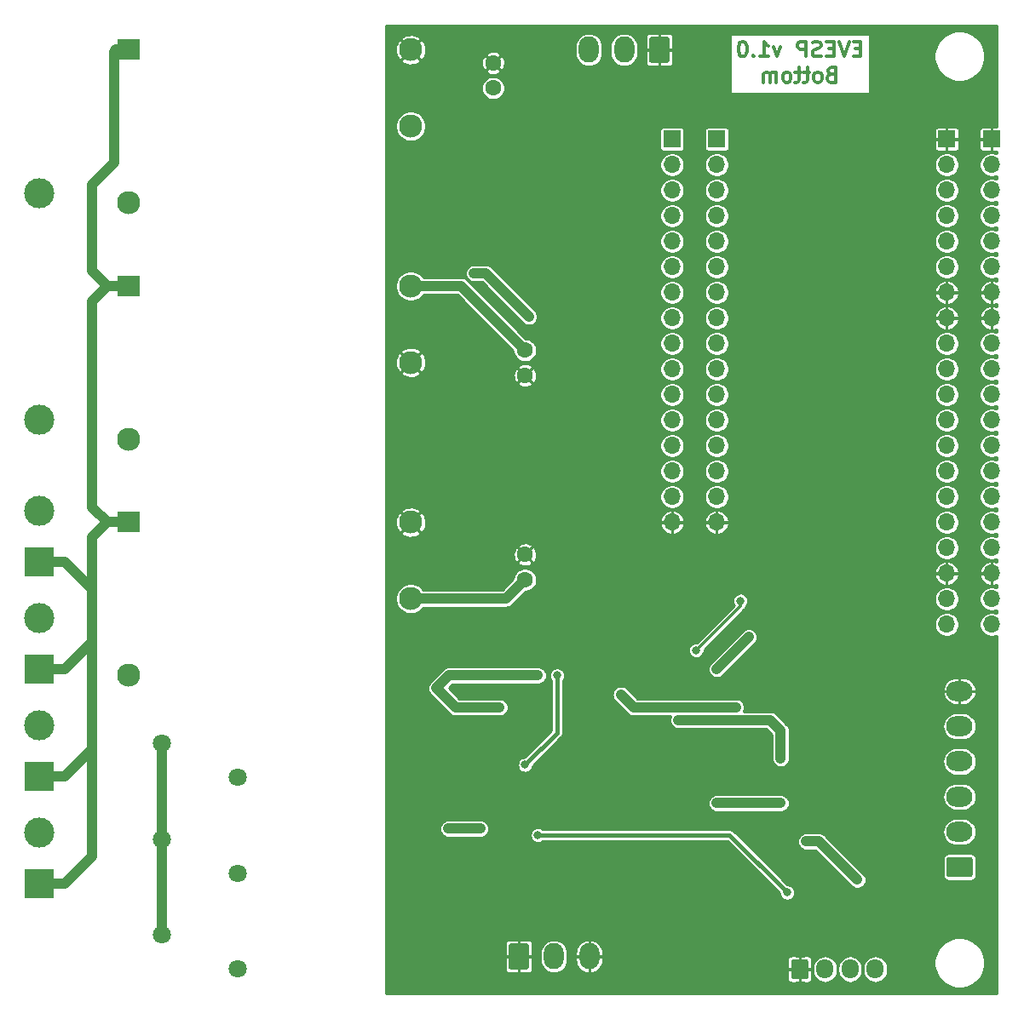
<source format=gbr>
G04 #@! TF.GenerationSoftware,KiCad,Pcbnew,(5.1.5-0)*
G04 #@! TF.CreationDate,2020-03-02T18:13:43+02:00*
G04 #@! TF.ProjectId,EVESP,45564553-502e-46b6-9963-61645f706362,rev?*
G04 #@! TF.SameCoordinates,Original*
G04 #@! TF.FileFunction,Copper,L2,Bot*
G04 #@! TF.FilePolarity,Positive*
%FSLAX46Y46*%
G04 Gerber Fmt 4.6, Leading zero omitted, Abs format (unit mm)*
G04 Created by KiCad (PCBNEW (5.1.5-0)) date 2020-03-02 18:13:43*
%MOMM*%
%LPD*%
G04 APERTURE LIST*
%ADD10C,0.300000*%
%ADD11C,3.000000*%
%ADD12R,3.000000X3.000000*%
%ADD13O,2.600000X2.000000*%
%ADD14C,0.100000*%
%ADD15O,2.000000X2.600000*%
%ADD16O,1.700000X1.700000*%
%ADD17R,1.700000X1.700000*%
%ADD18C,1.800000*%
%ADD19C,2.300000*%
%ADD20R,2.300000X2.000000*%
%ADD21O,1.700000X1.950000*%
%ADD22C,1.600000*%
%ADD23C,0.800000*%
%ADD24C,1.000000*%
%ADD25C,0.400000*%
%ADD26C,0.250000*%
G04 APERTURE END LIST*
D10*
X130495714Y-67832857D02*
X129995714Y-67832857D01*
X129781428Y-68618571D02*
X130495714Y-68618571D01*
X130495714Y-67118571D01*
X129781428Y-67118571D01*
X129352857Y-67118571D02*
X128852857Y-68618571D01*
X128352857Y-67118571D01*
X127852857Y-67832857D02*
X127352857Y-67832857D01*
X127138571Y-68618571D02*
X127852857Y-68618571D01*
X127852857Y-67118571D01*
X127138571Y-67118571D01*
X126567142Y-68547142D02*
X126352857Y-68618571D01*
X125995714Y-68618571D01*
X125852857Y-68547142D01*
X125781428Y-68475714D01*
X125710000Y-68332857D01*
X125710000Y-68190000D01*
X125781428Y-68047142D01*
X125852857Y-67975714D01*
X125995714Y-67904285D01*
X126281428Y-67832857D01*
X126424285Y-67761428D01*
X126495714Y-67690000D01*
X126567142Y-67547142D01*
X126567142Y-67404285D01*
X126495714Y-67261428D01*
X126424285Y-67190000D01*
X126281428Y-67118571D01*
X125924285Y-67118571D01*
X125710000Y-67190000D01*
X125067142Y-68618571D02*
X125067142Y-67118571D01*
X124495714Y-67118571D01*
X124352857Y-67190000D01*
X124281428Y-67261428D01*
X124210000Y-67404285D01*
X124210000Y-67618571D01*
X124281428Y-67761428D01*
X124352857Y-67832857D01*
X124495714Y-67904285D01*
X125067142Y-67904285D01*
X122567142Y-67618571D02*
X122210000Y-68618571D01*
X121852857Y-67618571D01*
X120495714Y-68618571D02*
X121352857Y-68618571D01*
X120924285Y-68618571D02*
X120924285Y-67118571D01*
X121067142Y-67332857D01*
X121210000Y-67475714D01*
X121352857Y-67547142D01*
X119852857Y-68475714D02*
X119781428Y-68547142D01*
X119852857Y-68618571D01*
X119924285Y-68547142D01*
X119852857Y-68475714D01*
X119852857Y-68618571D01*
X118852857Y-67118571D02*
X118710000Y-67118571D01*
X118567142Y-67190000D01*
X118495714Y-67261428D01*
X118424285Y-67404285D01*
X118352857Y-67690000D01*
X118352857Y-68047142D01*
X118424285Y-68332857D01*
X118495714Y-68475714D01*
X118567142Y-68547142D01*
X118710000Y-68618571D01*
X118852857Y-68618571D01*
X118995714Y-68547142D01*
X119067142Y-68475714D01*
X119138571Y-68332857D01*
X119210000Y-68047142D01*
X119210000Y-67690000D01*
X119138571Y-67404285D01*
X119067142Y-67261428D01*
X118995714Y-67190000D01*
X118852857Y-67118571D01*
X127567142Y-70382857D02*
X127352857Y-70454285D01*
X127281428Y-70525714D01*
X127210000Y-70668571D01*
X127210000Y-70882857D01*
X127281428Y-71025714D01*
X127352857Y-71097142D01*
X127495714Y-71168571D01*
X128067142Y-71168571D01*
X128067142Y-69668571D01*
X127567142Y-69668571D01*
X127424285Y-69740000D01*
X127352857Y-69811428D01*
X127281428Y-69954285D01*
X127281428Y-70097142D01*
X127352857Y-70240000D01*
X127424285Y-70311428D01*
X127567142Y-70382857D01*
X128067142Y-70382857D01*
X126352857Y-71168571D02*
X126495714Y-71097142D01*
X126567142Y-71025714D01*
X126638571Y-70882857D01*
X126638571Y-70454285D01*
X126567142Y-70311428D01*
X126495714Y-70240000D01*
X126352857Y-70168571D01*
X126138571Y-70168571D01*
X125995714Y-70240000D01*
X125924285Y-70311428D01*
X125852857Y-70454285D01*
X125852857Y-70882857D01*
X125924285Y-71025714D01*
X125995714Y-71097142D01*
X126138571Y-71168571D01*
X126352857Y-71168571D01*
X125424285Y-70168571D02*
X124852857Y-70168571D01*
X125210000Y-69668571D02*
X125210000Y-70954285D01*
X125138571Y-71097142D01*
X124995714Y-71168571D01*
X124852857Y-71168571D01*
X124567142Y-70168571D02*
X123995714Y-70168571D01*
X124352857Y-69668571D02*
X124352857Y-70954285D01*
X124281428Y-71097142D01*
X124138571Y-71168571D01*
X123995714Y-71168571D01*
X123281428Y-71168571D02*
X123424285Y-71097142D01*
X123495714Y-71025714D01*
X123567142Y-70882857D01*
X123567142Y-70454285D01*
X123495714Y-70311428D01*
X123424285Y-70240000D01*
X123281428Y-70168571D01*
X123067142Y-70168571D01*
X122924285Y-70240000D01*
X122852857Y-70311428D01*
X122781428Y-70454285D01*
X122781428Y-70882857D01*
X122852857Y-71025714D01*
X122924285Y-71097142D01*
X123067142Y-71168571D01*
X123281428Y-71168571D01*
X122138571Y-71168571D02*
X122138571Y-70168571D01*
X122138571Y-70311428D02*
X122067142Y-70240000D01*
X121924285Y-70168571D01*
X121710000Y-70168571D01*
X121567142Y-70240000D01*
X121495714Y-70382857D01*
X121495714Y-71168571D01*
X121495714Y-70382857D02*
X121424285Y-70240000D01*
X121281428Y-70168571D01*
X121067142Y-70168571D01*
X120924285Y-70240000D01*
X120852857Y-70382857D01*
X120852857Y-71168571D01*
D11*
X48895000Y-124460000D03*
D12*
X48895000Y-129540000D03*
D11*
X48895000Y-135128000D03*
D12*
X48895000Y-140208000D03*
D11*
X48895000Y-145796000D03*
D12*
X48895000Y-150876000D03*
D11*
X48895000Y-113792000D03*
D12*
X48895000Y-118872000D03*
D13*
X140335000Y-131725000D03*
X140335000Y-135225000D03*
X140335000Y-138725000D03*
X140335000Y-142225000D03*
X140335000Y-145725000D03*
G04 #@! TA.AperFunction,ComponentPad*
D14*
G36*
X141409504Y-148226204D02*
G01*
X141433773Y-148229804D01*
X141457571Y-148235765D01*
X141480671Y-148244030D01*
X141502849Y-148254520D01*
X141523893Y-148267133D01*
X141543598Y-148281747D01*
X141561777Y-148298223D01*
X141578253Y-148316402D01*
X141592867Y-148336107D01*
X141605480Y-148357151D01*
X141615970Y-148379329D01*
X141624235Y-148402429D01*
X141630196Y-148426227D01*
X141633796Y-148450496D01*
X141635000Y-148475000D01*
X141635000Y-149975000D01*
X141633796Y-149999504D01*
X141630196Y-150023773D01*
X141624235Y-150047571D01*
X141615970Y-150070671D01*
X141605480Y-150092849D01*
X141592867Y-150113893D01*
X141578253Y-150133598D01*
X141561777Y-150151777D01*
X141543598Y-150168253D01*
X141523893Y-150182867D01*
X141502849Y-150195480D01*
X141480671Y-150205970D01*
X141457571Y-150214235D01*
X141433773Y-150220196D01*
X141409504Y-150223796D01*
X141385000Y-150225000D01*
X139285000Y-150225000D01*
X139260496Y-150223796D01*
X139236227Y-150220196D01*
X139212429Y-150214235D01*
X139189329Y-150205970D01*
X139167151Y-150195480D01*
X139146107Y-150182867D01*
X139126402Y-150168253D01*
X139108223Y-150151777D01*
X139091747Y-150133598D01*
X139077133Y-150113893D01*
X139064520Y-150092849D01*
X139054030Y-150070671D01*
X139045765Y-150047571D01*
X139039804Y-150023773D01*
X139036204Y-149999504D01*
X139035000Y-149975000D01*
X139035000Y-148475000D01*
X139036204Y-148450496D01*
X139039804Y-148426227D01*
X139045765Y-148402429D01*
X139054030Y-148379329D01*
X139064520Y-148357151D01*
X139077133Y-148336107D01*
X139091747Y-148316402D01*
X139108223Y-148298223D01*
X139126402Y-148281747D01*
X139146107Y-148267133D01*
X139167151Y-148254520D01*
X139189329Y-148244030D01*
X139212429Y-148235765D01*
X139236227Y-148229804D01*
X139260496Y-148226204D01*
X139285000Y-148225000D01*
X141385000Y-148225000D01*
X141409504Y-148226204D01*
G37*
G04 #@! TD.AperFunction*
D15*
X103490000Y-67945000D03*
X106990000Y-67945000D03*
G04 #@! TA.AperFunction,ComponentPad*
D14*
G36*
X111264504Y-66646204D02*
G01*
X111288773Y-66649804D01*
X111312571Y-66655765D01*
X111335671Y-66664030D01*
X111357849Y-66674520D01*
X111378893Y-66687133D01*
X111398598Y-66701747D01*
X111416777Y-66718223D01*
X111433253Y-66736402D01*
X111447867Y-66756107D01*
X111460480Y-66777151D01*
X111470970Y-66799329D01*
X111479235Y-66822429D01*
X111485196Y-66846227D01*
X111488796Y-66870496D01*
X111490000Y-66895000D01*
X111490000Y-68995000D01*
X111488796Y-69019504D01*
X111485196Y-69043773D01*
X111479235Y-69067571D01*
X111470970Y-69090671D01*
X111460480Y-69112849D01*
X111447867Y-69133893D01*
X111433253Y-69153598D01*
X111416777Y-69171777D01*
X111398598Y-69188253D01*
X111378893Y-69202867D01*
X111357849Y-69215480D01*
X111335671Y-69225970D01*
X111312571Y-69234235D01*
X111288773Y-69240196D01*
X111264504Y-69243796D01*
X111240000Y-69245000D01*
X109740000Y-69245000D01*
X109715496Y-69243796D01*
X109691227Y-69240196D01*
X109667429Y-69234235D01*
X109644329Y-69225970D01*
X109622151Y-69215480D01*
X109601107Y-69202867D01*
X109581402Y-69188253D01*
X109563223Y-69171777D01*
X109546747Y-69153598D01*
X109532133Y-69133893D01*
X109519520Y-69112849D01*
X109509030Y-69090671D01*
X109500765Y-69067571D01*
X109494804Y-69043773D01*
X109491204Y-69019504D01*
X109490000Y-68995000D01*
X109490000Y-66895000D01*
X109491204Y-66870496D01*
X109494804Y-66846227D01*
X109500765Y-66822429D01*
X109509030Y-66799329D01*
X109519520Y-66777151D01*
X109532133Y-66756107D01*
X109546747Y-66736402D01*
X109563223Y-66718223D01*
X109581402Y-66701747D01*
X109601107Y-66687133D01*
X109622151Y-66674520D01*
X109644329Y-66664030D01*
X109667429Y-66655765D01*
X109691227Y-66649804D01*
X109715496Y-66646204D01*
X109740000Y-66645000D01*
X111240000Y-66645000D01*
X111264504Y-66646204D01*
G37*
G04 #@! TD.AperFunction*
D16*
X143510000Y-125095000D03*
X143510000Y-122555000D03*
X143510000Y-120015000D03*
X143510000Y-117475000D03*
X143510000Y-114935000D03*
X143510000Y-112395000D03*
X143510000Y-109855000D03*
X143510000Y-107315000D03*
X143510000Y-104775000D03*
X143510000Y-102235000D03*
X143510000Y-99695000D03*
X143510000Y-97155000D03*
X143510000Y-94615000D03*
X143510000Y-92075000D03*
X143510000Y-89535000D03*
X143510000Y-86995000D03*
X143510000Y-84455000D03*
X143510000Y-81915000D03*
X143510000Y-79375000D03*
D17*
X143510000Y-76835000D03*
D16*
X139065000Y-125095000D03*
X139065000Y-122555000D03*
X139065000Y-120015000D03*
X139065000Y-117475000D03*
X139065000Y-114935000D03*
X139065000Y-112395000D03*
X139065000Y-109855000D03*
X139065000Y-107315000D03*
X139065000Y-104775000D03*
X139065000Y-102235000D03*
X139065000Y-99695000D03*
X139065000Y-97155000D03*
X139065000Y-94615000D03*
X139065000Y-92075000D03*
X139065000Y-89535000D03*
X139065000Y-86995000D03*
X139065000Y-84455000D03*
X139065000Y-81915000D03*
X139065000Y-79375000D03*
D17*
X139065000Y-76835000D03*
D16*
X116205000Y-114935000D03*
X116205000Y-112395000D03*
X116205000Y-109855000D03*
X116205000Y-107315000D03*
X116205000Y-104775000D03*
X116205000Y-102235000D03*
X116205000Y-99695000D03*
X116205000Y-97155000D03*
X116205000Y-94615000D03*
X116205000Y-92075000D03*
X116205000Y-89535000D03*
X116205000Y-86995000D03*
X116205000Y-84455000D03*
X116205000Y-81915000D03*
X116205000Y-79375000D03*
D17*
X116205000Y-76835000D03*
D16*
X111760000Y-114935000D03*
X111760000Y-112395000D03*
X111760000Y-109855000D03*
X111760000Y-107315000D03*
X111760000Y-104775000D03*
X111760000Y-102235000D03*
X111760000Y-99695000D03*
X111760000Y-97155000D03*
X111760000Y-94615000D03*
X111760000Y-92075000D03*
X111760000Y-89535000D03*
X111760000Y-86995000D03*
X111760000Y-84455000D03*
X111760000Y-81915000D03*
X111760000Y-79375000D03*
D17*
X111760000Y-76835000D03*
D15*
X103520000Y-158115000D03*
X100020000Y-158115000D03*
G04 #@! TA.AperFunction,ComponentPad*
D14*
G36*
X97294504Y-156816204D02*
G01*
X97318773Y-156819804D01*
X97342571Y-156825765D01*
X97365671Y-156834030D01*
X97387849Y-156844520D01*
X97408893Y-156857133D01*
X97428598Y-156871747D01*
X97446777Y-156888223D01*
X97463253Y-156906402D01*
X97477867Y-156926107D01*
X97490480Y-156947151D01*
X97500970Y-156969329D01*
X97509235Y-156992429D01*
X97515196Y-157016227D01*
X97518796Y-157040496D01*
X97520000Y-157065000D01*
X97520000Y-159165000D01*
X97518796Y-159189504D01*
X97515196Y-159213773D01*
X97509235Y-159237571D01*
X97500970Y-159260671D01*
X97490480Y-159282849D01*
X97477867Y-159303893D01*
X97463253Y-159323598D01*
X97446777Y-159341777D01*
X97428598Y-159358253D01*
X97408893Y-159372867D01*
X97387849Y-159385480D01*
X97365671Y-159395970D01*
X97342571Y-159404235D01*
X97318773Y-159410196D01*
X97294504Y-159413796D01*
X97270000Y-159415000D01*
X95770000Y-159415000D01*
X95745496Y-159413796D01*
X95721227Y-159410196D01*
X95697429Y-159404235D01*
X95674329Y-159395970D01*
X95652151Y-159385480D01*
X95631107Y-159372867D01*
X95611402Y-159358253D01*
X95593223Y-159341777D01*
X95576747Y-159323598D01*
X95562133Y-159303893D01*
X95549520Y-159282849D01*
X95539030Y-159260671D01*
X95530765Y-159237571D01*
X95524804Y-159213773D01*
X95521204Y-159189504D01*
X95520000Y-159165000D01*
X95520000Y-157065000D01*
X95521204Y-157040496D01*
X95524804Y-157016227D01*
X95530765Y-156992429D01*
X95539030Y-156969329D01*
X95549520Y-156947151D01*
X95562133Y-156926107D01*
X95576747Y-156906402D01*
X95593223Y-156888223D01*
X95611402Y-156871747D01*
X95631107Y-156857133D01*
X95652151Y-156844520D01*
X95674329Y-156834030D01*
X95697429Y-156825765D01*
X95721227Y-156819804D01*
X95745496Y-156816204D01*
X95770000Y-156815000D01*
X97270000Y-156815000D01*
X97294504Y-156816204D01*
G37*
G04 #@! TD.AperFunction*
D18*
X61080000Y-136935000D03*
X68580000Y-140335000D03*
X61080000Y-146460000D03*
X68580000Y-149860000D03*
X61080000Y-155985000D03*
X68580000Y-159385000D03*
D19*
X85785000Y-99040000D03*
X57785000Y-106640000D03*
D20*
X57785000Y-91440000D03*
D19*
X85785000Y-91440000D03*
X85785000Y-75545000D03*
X57785000Y-83145000D03*
D20*
X57785000Y-67945000D03*
D19*
X85785000Y-67945000D03*
X85785000Y-122535000D03*
X57785000Y-130135000D03*
D20*
X57785000Y-114935000D03*
D19*
X85785000Y-114935000D03*
D21*
X131960000Y-159385000D03*
X129460000Y-159385000D03*
X126960000Y-159385000D03*
G04 #@! TA.AperFunction,ComponentPad*
D14*
G36*
X125084504Y-158411204D02*
G01*
X125108773Y-158414804D01*
X125132571Y-158420765D01*
X125155671Y-158429030D01*
X125177849Y-158439520D01*
X125198893Y-158452133D01*
X125218598Y-158466747D01*
X125236777Y-158483223D01*
X125253253Y-158501402D01*
X125267867Y-158521107D01*
X125280480Y-158542151D01*
X125290970Y-158564329D01*
X125299235Y-158587429D01*
X125305196Y-158611227D01*
X125308796Y-158635496D01*
X125310000Y-158660000D01*
X125310000Y-160110000D01*
X125308796Y-160134504D01*
X125305196Y-160158773D01*
X125299235Y-160182571D01*
X125290970Y-160205671D01*
X125280480Y-160227849D01*
X125267867Y-160248893D01*
X125253253Y-160268598D01*
X125236777Y-160286777D01*
X125218598Y-160303253D01*
X125198893Y-160317867D01*
X125177849Y-160330480D01*
X125155671Y-160340970D01*
X125132571Y-160349235D01*
X125108773Y-160355196D01*
X125084504Y-160358796D01*
X125060000Y-160360000D01*
X123860000Y-160360000D01*
X123835496Y-160358796D01*
X123811227Y-160355196D01*
X123787429Y-160349235D01*
X123764329Y-160340970D01*
X123742151Y-160330480D01*
X123721107Y-160317867D01*
X123701402Y-160303253D01*
X123683223Y-160286777D01*
X123666747Y-160268598D01*
X123652133Y-160248893D01*
X123639520Y-160227849D01*
X123629030Y-160205671D01*
X123620765Y-160182571D01*
X123614804Y-160158773D01*
X123611204Y-160134504D01*
X123610000Y-160110000D01*
X123610000Y-158660000D01*
X123611204Y-158635496D01*
X123614804Y-158611227D01*
X123620765Y-158587429D01*
X123629030Y-158564329D01*
X123639520Y-158542151D01*
X123652133Y-158521107D01*
X123666747Y-158501402D01*
X123683223Y-158483223D01*
X123701402Y-158466747D01*
X123721107Y-158452133D01*
X123742151Y-158439520D01*
X123764329Y-158429030D01*
X123787429Y-158420765D01*
X123811227Y-158414804D01*
X123835496Y-158411204D01*
X123860000Y-158410000D01*
X125060000Y-158410000D01*
X125084504Y-158411204D01*
G37*
G04 #@! TD.AperFunction*
D11*
X48895000Y-82175000D03*
X48895000Y-104775000D03*
D22*
X97155000Y-118150000D03*
X97155000Y-120650000D03*
X97155000Y-97830000D03*
X97155000Y-100330000D03*
X93980000Y-69255000D03*
X93980000Y-71755000D03*
D23*
X102616000Y-122428000D03*
X120396000Y-114808000D03*
X102235000Y-83820000D03*
X121920000Y-78740000D03*
X136525000Y-124460000D03*
X133350000Y-144780000D03*
X122555000Y-144145000D03*
X122555000Y-148590000D03*
X135890000Y-80645000D03*
X116840000Y-155575000D03*
X109855000Y-72390000D03*
X134620000Y-104140000D03*
X131445000Y-114300000D03*
X135255000Y-114300000D03*
X120650000Y-124460000D03*
X131445000Y-110490000D03*
X88900000Y-143510000D03*
X104140000Y-98552000D03*
X121285000Y-158115000D03*
X121920000Y-132715000D03*
X104140000Y-142875000D03*
X95244509Y-132074971D03*
X105410000Y-138430000D03*
X97155000Y-151130000D03*
X92710000Y-74930000D03*
X98425000Y-140970000D03*
X105410000Y-135255000D03*
X133350000Y-153670000D03*
X100965000Y-118745000D03*
X128524000Y-123952000D03*
X104648000Y-94996000D03*
X105664000Y-101092000D03*
X97536000Y-94488000D03*
X92075000Y-90170000D03*
X92710000Y-145415000D03*
X89535000Y-145415000D03*
X122555000Y-142875000D03*
X116205000Y-142875000D03*
X130175000Y-150495000D03*
X125095000Y-146685000D03*
X116205000Y-129540000D03*
X119380000Y-126365000D03*
X118110000Y-133350000D03*
X106680000Y-132080000D03*
X94615000Y-133350000D03*
X88335990Y-131445000D03*
X98425000Y-130175000D03*
X121920000Y-135040001D03*
X122555000Y-138430000D03*
X112395000Y-134620000D03*
X114170000Y-127660000D03*
X118570000Y-122740000D03*
X100330000Y-130175000D03*
X97155000Y-139065000D03*
X98425000Y-146050000D03*
X123190000Y-151765000D03*
D24*
X112776000Y-122428000D02*
X120396000Y-114808000D01*
X102616000Y-122428000D02*
X112776000Y-122428000D01*
X92710000Y-145415000D02*
X89535000Y-145415000D01*
X95270000Y-122535000D02*
X97155000Y-120650000D01*
X122555000Y-142875000D02*
X116205000Y-142875000D01*
X119380000Y-126365000D02*
X116205000Y-129540000D01*
X95270000Y-122535000D02*
X85785000Y-122535000D01*
X126365000Y-146685000D02*
X130175000Y-150495000D01*
X125095000Y-146685000D02*
X126365000Y-146685000D01*
X93218000Y-90170000D02*
X97536000Y-94488000D01*
X92075000Y-90170000D02*
X93218000Y-90170000D01*
X107950000Y-133350000D02*
X106680000Y-132080000D01*
X117475000Y-133350000D02*
X107950000Y-133350000D01*
X90240990Y-133350000D02*
X88335990Y-131445000D01*
X94615000Y-133350000D02*
X90240990Y-133350000D01*
X117475000Y-133350000D02*
X118110000Y-133350000D01*
X89605990Y-130175000D02*
X98425000Y-130175000D01*
X88335990Y-131445000D02*
X89605990Y-130175000D01*
X122555000Y-135675001D02*
X121920000Y-135040001D01*
X122555000Y-138430000D02*
X122555000Y-135675001D01*
X121499999Y-134620000D02*
X121920000Y-135040001D01*
X112395000Y-134620000D02*
X121499999Y-134620000D01*
X90765000Y-91440000D02*
X85785000Y-91440000D01*
X97155000Y-97830000D02*
X90765000Y-91440000D01*
X61080000Y-136935000D02*
X61080000Y-155985000D01*
X51395000Y-150876000D02*
X54134999Y-148136001D01*
X54134999Y-116435001D02*
X55635000Y-114935000D01*
X54134999Y-148136001D02*
X54134999Y-116435001D01*
X48895000Y-150876000D02*
X51395000Y-150876000D01*
X51395000Y-129540000D02*
X54134999Y-126800001D01*
X48895000Y-129540000D02*
X51395000Y-129540000D01*
X54134999Y-137468001D02*
X54134999Y-126800001D01*
X51395000Y-140208000D02*
X54134999Y-137468001D01*
X48895000Y-140208000D02*
X51395000Y-140208000D01*
X54134999Y-121611999D02*
X54134999Y-126800001D01*
X51395000Y-118872000D02*
X54134999Y-121611999D01*
X48895000Y-118872000D02*
X51395000Y-118872000D01*
X54134999Y-113434999D02*
X54134999Y-92940001D01*
X55635000Y-114935000D02*
X54134999Y-113434999D01*
X54134999Y-92940001D02*
X55635000Y-91440000D01*
X57785000Y-114935000D02*
X55635000Y-114935000D01*
X55635000Y-91440000D02*
X57785000Y-91440000D01*
X54134999Y-89939999D02*
X55635000Y-91440000D01*
X54134999Y-81392999D02*
X54134999Y-89939999D01*
X56330001Y-79197997D02*
X54134999Y-81392999D01*
X56330001Y-68129999D02*
X56330001Y-79197997D01*
X56515000Y-67945000D02*
X56330001Y-68129999D01*
X57785000Y-67945000D02*
X56515000Y-67945000D01*
D10*
X118570000Y-123260000D02*
X118570000Y-122740000D01*
X114170000Y-127660000D02*
X118570000Y-123260000D01*
D25*
X97155000Y-139065000D02*
X100330000Y-135890000D01*
X100330000Y-135890000D02*
X100330000Y-130175000D01*
X117475000Y-146050000D02*
X98425000Y-146050000D01*
X123190000Y-151765000D02*
X117475000Y-146050000D01*
D26*
G36*
X144020000Y-75604994D02*
G01*
X143606750Y-75606000D01*
X143512000Y-75700750D01*
X143512000Y-76833000D01*
X143532000Y-76833000D01*
X143532000Y-76837000D01*
X143512000Y-76837000D01*
X143512000Y-77969250D01*
X143606750Y-78064000D01*
X144020000Y-78065006D01*
X144020000Y-78255988D01*
X143868486Y-78193229D01*
X143631046Y-78146000D01*
X143388954Y-78146000D01*
X143151514Y-78193229D01*
X142927850Y-78285874D01*
X142726558Y-78420373D01*
X142555373Y-78591558D01*
X142420874Y-78792850D01*
X142328229Y-79016514D01*
X142281000Y-79253954D01*
X142281000Y-79496046D01*
X142328229Y-79733486D01*
X142420874Y-79957150D01*
X142555373Y-80158442D01*
X142726558Y-80329627D01*
X142927850Y-80464126D01*
X143151514Y-80556771D01*
X143388954Y-80604000D01*
X143631046Y-80604000D01*
X143868486Y-80556771D01*
X144020000Y-80494012D01*
X144020000Y-80795988D01*
X143868486Y-80733229D01*
X143631046Y-80686000D01*
X143388954Y-80686000D01*
X143151514Y-80733229D01*
X142927850Y-80825874D01*
X142726558Y-80960373D01*
X142555373Y-81131558D01*
X142420874Y-81332850D01*
X142328229Y-81556514D01*
X142281000Y-81793954D01*
X142281000Y-82036046D01*
X142328229Y-82273486D01*
X142420874Y-82497150D01*
X142555373Y-82698442D01*
X142726558Y-82869627D01*
X142927850Y-83004126D01*
X143151514Y-83096771D01*
X143388954Y-83144000D01*
X143631046Y-83144000D01*
X143868486Y-83096771D01*
X144020000Y-83034012D01*
X144020000Y-83335988D01*
X143868486Y-83273229D01*
X143631046Y-83226000D01*
X143388954Y-83226000D01*
X143151514Y-83273229D01*
X142927850Y-83365874D01*
X142726558Y-83500373D01*
X142555373Y-83671558D01*
X142420874Y-83872850D01*
X142328229Y-84096514D01*
X142281000Y-84333954D01*
X142281000Y-84576046D01*
X142328229Y-84813486D01*
X142420874Y-85037150D01*
X142555373Y-85238442D01*
X142726558Y-85409627D01*
X142927850Y-85544126D01*
X143151514Y-85636771D01*
X143388954Y-85684000D01*
X143631046Y-85684000D01*
X143868486Y-85636771D01*
X144020000Y-85574012D01*
X144020000Y-85875988D01*
X143868486Y-85813229D01*
X143631046Y-85766000D01*
X143388954Y-85766000D01*
X143151514Y-85813229D01*
X142927850Y-85905874D01*
X142726558Y-86040373D01*
X142555373Y-86211558D01*
X142420874Y-86412850D01*
X142328229Y-86636514D01*
X142281000Y-86873954D01*
X142281000Y-87116046D01*
X142328229Y-87353486D01*
X142420874Y-87577150D01*
X142555373Y-87778442D01*
X142726558Y-87949627D01*
X142927850Y-88084126D01*
X143151514Y-88176771D01*
X143388954Y-88224000D01*
X143631046Y-88224000D01*
X143868486Y-88176771D01*
X144020000Y-88114012D01*
X144020000Y-88415988D01*
X143868486Y-88353229D01*
X143631046Y-88306000D01*
X143388954Y-88306000D01*
X143151514Y-88353229D01*
X142927850Y-88445874D01*
X142726558Y-88580373D01*
X142555373Y-88751558D01*
X142420874Y-88952850D01*
X142328229Y-89176514D01*
X142281000Y-89413954D01*
X142281000Y-89656046D01*
X142328229Y-89893486D01*
X142420874Y-90117150D01*
X142555373Y-90318442D01*
X142726558Y-90489627D01*
X142927850Y-90624126D01*
X143151514Y-90716771D01*
X143388954Y-90764000D01*
X143631046Y-90764000D01*
X143868486Y-90716771D01*
X144020000Y-90654012D01*
X144020000Y-90962958D01*
X143937254Y-90922657D01*
X143704233Y-90861446D01*
X143512000Y-90940752D01*
X143512000Y-92073000D01*
X143532000Y-92073000D01*
X143532000Y-92077000D01*
X143512000Y-92077000D01*
X143512000Y-93209248D01*
X143704233Y-93288554D01*
X143937254Y-93227343D01*
X144020000Y-93187042D01*
X144020000Y-93502958D01*
X143937254Y-93462657D01*
X143704233Y-93401446D01*
X143512000Y-93480752D01*
X143512000Y-94613000D01*
X143532000Y-94613000D01*
X143532000Y-94617000D01*
X143512000Y-94617000D01*
X143512000Y-95749248D01*
X143704233Y-95828554D01*
X143937254Y-95767343D01*
X144020000Y-95727042D01*
X144020000Y-96035988D01*
X143868486Y-95973229D01*
X143631046Y-95926000D01*
X143388954Y-95926000D01*
X143151514Y-95973229D01*
X142927850Y-96065874D01*
X142726558Y-96200373D01*
X142555373Y-96371558D01*
X142420874Y-96572850D01*
X142328229Y-96796514D01*
X142281000Y-97033954D01*
X142281000Y-97276046D01*
X142328229Y-97513486D01*
X142420874Y-97737150D01*
X142555373Y-97938442D01*
X142726558Y-98109627D01*
X142927850Y-98244126D01*
X143151514Y-98336771D01*
X143388954Y-98384000D01*
X143631046Y-98384000D01*
X143868486Y-98336771D01*
X144020000Y-98274012D01*
X144020000Y-98575988D01*
X143868486Y-98513229D01*
X143631046Y-98466000D01*
X143388954Y-98466000D01*
X143151514Y-98513229D01*
X142927850Y-98605874D01*
X142726558Y-98740373D01*
X142555373Y-98911558D01*
X142420874Y-99112850D01*
X142328229Y-99336514D01*
X142281000Y-99573954D01*
X142281000Y-99816046D01*
X142328229Y-100053486D01*
X142420874Y-100277150D01*
X142555373Y-100478442D01*
X142726558Y-100649627D01*
X142927850Y-100784126D01*
X143151514Y-100876771D01*
X143388954Y-100924000D01*
X143631046Y-100924000D01*
X143868486Y-100876771D01*
X144020000Y-100814012D01*
X144020000Y-101115988D01*
X143868486Y-101053229D01*
X143631046Y-101006000D01*
X143388954Y-101006000D01*
X143151514Y-101053229D01*
X142927850Y-101145874D01*
X142726558Y-101280373D01*
X142555373Y-101451558D01*
X142420874Y-101652850D01*
X142328229Y-101876514D01*
X142281000Y-102113954D01*
X142281000Y-102356046D01*
X142328229Y-102593486D01*
X142420874Y-102817150D01*
X142555373Y-103018442D01*
X142726558Y-103189627D01*
X142927850Y-103324126D01*
X143151514Y-103416771D01*
X143388954Y-103464000D01*
X143631046Y-103464000D01*
X143868486Y-103416771D01*
X144020000Y-103354012D01*
X144020000Y-103655988D01*
X143868486Y-103593229D01*
X143631046Y-103546000D01*
X143388954Y-103546000D01*
X143151514Y-103593229D01*
X142927850Y-103685874D01*
X142726558Y-103820373D01*
X142555373Y-103991558D01*
X142420874Y-104192850D01*
X142328229Y-104416514D01*
X142281000Y-104653954D01*
X142281000Y-104896046D01*
X142328229Y-105133486D01*
X142420874Y-105357150D01*
X142555373Y-105558442D01*
X142726558Y-105729627D01*
X142927850Y-105864126D01*
X143151514Y-105956771D01*
X143388954Y-106004000D01*
X143631046Y-106004000D01*
X143868486Y-105956771D01*
X144020000Y-105894012D01*
X144020000Y-106195988D01*
X143868486Y-106133229D01*
X143631046Y-106086000D01*
X143388954Y-106086000D01*
X143151514Y-106133229D01*
X142927850Y-106225874D01*
X142726558Y-106360373D01*
X142555373Y-106531558D01*
X142420874Y-106732850D01*
X142328229Y-106956514D01*
X142281000Y-107193954D01*
X142281000Y-107436046D01*
X142328229Y-107673486D01*
X142420874Y-107897150D01*
X142555373Y-108098442D01*
X142726558Y-108269627D01*
X142927850Y-108404126D01*
X143151514Y-108496771D01*
X143388954Y-108544000D01*
X143631046Y-108544000D01*
X143868486Y-108496771D01*
X144020000Y-108434012D01*
X144020000Y-108735988D01*
X143868486Y-108673229D01*
X143631046Y-108626000D01*
X143388954Y-108626000D01*
X143151514Y-108673229D01*
X142927850Y-108765874D01*
X142726558Y-108900373D01*
X142555373Y-109071558D01*
X142420874Y-109272850D01*
X142328229Y-109496514D01*
X142281000Y-109733954D01*
X142281000Y-109976046D01*
X142328229Y-110213486D01*
X142420874Y-110437150D01*
X142555373Y-110638442D01*
X142726558Y-110809627D01*
X142927850Y-110944126D01*
X143151514Y-111036771D01*
X143388954Y-111084000D01*
X143631046Y-111084000D01*
X143868486Y-111036771D01*
X144020000Y-110974012D01*
X144020000Y-111275988D01*
X143868486Y-111213229D01*
X143631046Y-111166000D01*
X143388954Y-111166000D01*
X143151514Y-111213229D01*
X142927850Y-111305874D01*
X142726558Y-111440373D01*
X142555373Y-111611558D01*
X142420874Y-111812850D01*
X142328229Y-112036514D01*
X142281000Y-112273954D01*
X142281000Y-112516046D01*
X142328229Y-112753486D01*
X142420874Y-112977150D01*
X142555373Y-113178442D01*
X142726558Y-113349627D01*
X142927850Y-113484126D01*
X143151514Y-113576771D01*
X143388954Y-113624000D01*
X143631046Y-113624000D01*
X143868486Y-113576771D01*
X144020000Y-113514012D01*
X144020000Y-113815988D01*
X143868486Y-113753229D01*
X143631046Y-113706000D01*
X143388954Y-113706000D01*
X143151514Y-113753229D01*
X142927850Y-113845874D01*
X142726558Y-113980373D01*
X142555373Y-114151558D01*
X142420874Y-114352850D01*
X142328229Y-114576514D01*
X142281000Y-114813954D01*
X142281000Y-115056046D01*
X142328229Y-115293486D01*
X142420874Y-115517150D01*
X142555373Y-115718442D01*
X142726558Y-115889627D01*
X142927850Y-116024126D01*
X143151514Y-116116771D01*
X143388954Y-116164000D01*
X143631046Y-116164000D01*
X143868486Y-116116771D01*
X144020000Y-116054012D01*
X144020000Y-116355988D01*
X143868486Y-116293229D01*
X143631046Y-116246000D01*
X143388954Y-116246000D01*
X143151514Y-116293229D01*
X142927850Y-116385874D01*
X142726558Y-116520373D01*
X142555373Y-116691558D01*
X142420874Y-116892850D01*
X142328229Y-117116514D01*
X142281000Y-117353954D01*
X142281000Y-117596046D01*
X142328229Y-117833486D01*
X142420874Y-118057150D01*
X142555373Y-118258442D01*
X142726558Y-118429627D01*
X142927850Y-118564126D01*
X143151514Y-118656771D01*
X143388954Y-118704000D01*
X143631046Y-118704000D01*
X143868486Y-118656771D01*
X144020000Y-118594012D01*
X144020000Y-118902958D01*
X143937254Y-118862657D01*
X143704233Y-118801446D01*
X143512000Y-118880752D01*
X143512000Y-120013000D01*
X143532000Y-120013000D01*
X143532000Y-120017000D01*
X143512000Y-120017000D01*
X143512000Y-121149248D01*
X143704233Y-121228554D01*
X143937254Y-121167343D01*
X144020000Y-121127042D01*
X144020000Y-121435988D01*
X143868486Y-121373229D01*
X143631046Y-121326000D01*
X143388954Y-121326000D01*
X143151514Y-121373229D01*
X142927850Y-121465874D01*
X142726558Y-121600373D01*
X142555373Y-121771558D01*
X142420874Y-121972850D01*
X142328229Y-122196514D01*
X142281000Y-122433954D01*
X142281000Y-122676046D01*
X142328229Y-122913486D01*
X142420874Y-123137150D01*
X142555373Y-123338442D01*
X142726558Y-123509627D01*
X142927850Y-123644126D01*
X143151514Y-123736771D01*
X143388954Y-123784000D01*
X143631046Y-123784000D01*
X143868486Y-123736771D01*
X144020000Y-123674012D01*
X144020000Y-123975988D01*
X143868486Y-123913229D01*
X143631046Y-123866000D01*
X143388954Y-123866000D01*
X143151514Y-123913229D01*
X142927850Y-124005874D01*
X142726558Y-124140373D01*
X142555373Y-124311558D01*
X142420874Y-124512850D01*
X142328229Y-124736514D01*
X142281000Y-124973954D01*
X142281000Y-125216046D01*
X142328229Y-125453486D01*
X142420874Y-125677150D01*
X142555373Y-125878442D01*
X142726558Y-126049627D01*
X142927850Y-126184126D01*
X143151514Y-126276771D01*
X143388954Y-126324000D01*
X143631046Y-126324000D01*
X143868486Y-126276771D01*
X144020000Y-126214012D01*
X144020000Y-161800000D01*
X83310000Y-161800000D01*
X83310000Y-160360000D01*
X123229166Y-160360000D01*
X123236484Y-160434297D01*
X123258155Y-160505739D01*
X123293348Y-160571580D01*
X123340710Y-160629290D01*
X123398420Y-160676652D01*
X123464261Y-160711845D01*
X123535703Y-160733516D01*
X123610000Y-160740834D01*
X124363250Y-160739000D01*
X124458000Y-160644250D01*
X124458000Y-159387000D01*
X124462000Y-159387000D01*
X124462000Y-160644250D01*
X124556750Y-160739000D01*
X125310000Y-160740834D01*
X125384297Y-160733516D01*
X125455739Y-160711845D01*
X125521580Y-160676652D01*
X125579290Y-160629290D01*
X125626652Y-160571580D01*
X125661845Y-160505739D01*
X125683516Y-160434297D01*
X125690834Y-160360000D01*
X125689000Y-159481750D01*
X125594250Y-159387000D01*
X124462000Y-159387000D01*
X124458000Y-159387000D01*
X123325750Y-159387000D01*
X123231000Y-159481750D01*
X123229166Y-160360000D01*
X83310000Y-160360000D01*
X83310000Y-159415000D01*
X95139166Y-159415000D01*
X95146484Y-159489297D01*
X95168155Y-159560739D01*
X95203348Y-159626580D01*
X95250710Y-159684290D01*
X95308420Y-159731652D01*
X95374261Y-159766845D01*
X95445703Y-159788516D01*
X95520000Y-159795834D01*
X96423250Y-159794000D01*
X96518000Y-159699250D01*
X96518000Y-158117000D01*
X96522000Y-158117000D01*
X96522000Y-159699250D01*
X96616750Y-159794000D01*
X97520000Y-159795834D01*
X97594297Y-159788516D01*
X97665739Y-159766845D01*
X97731580Y-159731652D01*
X97789290Y-159684290D01*
X97836652Y-159626580D01*
X97871845Y-159560739D01*
X97893516Y-159489297D01*
X97900834Y-159415000D01*
X97899000Y-158211750D01*
X97804250Y-158117000D01*
X96522000Y-158117000D01*
X96518000Y-158117000D01*
X95235750Y-158117000D01*
X95141000Y-158211750D01*
X95139166Y-159415000D01*
X83310000Y-159415000D01*
X83310000Y-156815000D01*
X95139166Y-156815000D01*
X95141000Y-158018250D01*
X95235750Y-158113000D01*
X96518000Y-158113000D01*
X96518000Y-156530750D01*
X96522000Y-156530750D01*
X96522000Y-158113000D01*
X97804250Y-158113000D01*
X97899000Y-158018250D01*
X97899413Y-157747258D01*
X98641000Y-157747258D01*
X98641000Y-158482743D01*
X98660953Y-158685331D01*
X98739806Y-158945274D01*
X98867856Y-159184838D01*
X99040183Y-159394818D01*
X99250163Y-159567144D01*
X99489727Y-159695194D01*
X99749670Y-159774047D01*
X100020000Y-159800672D01*
X100290331Y-159774047D01*
X100550274Y-159695194D01*
X100789838Y-159567144D01*
X100999818Y-159394818D01*
X101172144Y-159184838D01*
X101300194Y-158945274D01*
X101379047Y-158685330D01*
X101399000Y-158482742D01*
X101399000Y-158117000D01*
X102141000Y-158117000D01*
X102141000Y-158417000D01*
X102167887Y-158685991D01*
X102246735Y-158944568D01*
X102374514Y-159182794D01*
X102546313Y-159391514D01*
X102755531Y-159562707D01*
X102994127Y-159689795D01*
X103252932Y-159767893D01*
X103302302Y-159776708D01*
X103518000Y-159699248D01*
X103518000Y-158117000D01*
X103522000Y-158117000D01*
X103522000Y-159699248D01*
X103737698Y-159776708D01*
X103787068Y-159767893D01*
X104045873Y-159689795D01*
X104284469Y-159562707D01*
X104493687Y-159391514D01*
X104665486Y-159182794D01*
X104793265Y-158944568D01*
X104872113Y-158685991D01*
X104899000Y-158417000D01*
X104899000Y-158410000D01*
X123229166Y-158410000D01*
X123231000Y-159288250D01*
X123325750Y-159383000D01*
X124458000Y-159383000D01*
X124458000Y-158125750D01*
X124462000Y-158125750D01*
X124462000Y-159383000D01*
X125594250Y-159383000D01*
X125689000Y-159288250D01*
X125689185Y-159199630D01*
X125731000Y-159199630D01*
X125731000Y-159570371D01*
X125748783Y-159750926D01*
X125819059Y-159982593D01*
X125933180Y-160196099D01*
X126086762Y-160383239D01*
X126273902Y-160536820D01*
X126487408Y-160650941D01*
X126719075Y-160721217D01*
X126960000Y-160744946D01*
X127200926Y-160721217D01*
X127432593Y-160650941D01*
X127646099Y-160536820D01*
X127833239Y-160383239D01*
X127986820Y-160196098D01*
X128100941Y-159982592D01*
X128171217Y-159750925D01*
X128189000Y-159570370D01*
X128189000Y-159199630D01*
X128231000Y-159199630D01*
X128231000Y-159570371D01*
X128248783Y-159750926D01*
X128319059Y-159982593D01*
X128433180Y-160196099D01*
X128586762Y-160383239D01*
X128773902Y-160536820D01*
X128987408Y-160650941D01*
X129219075Y-160721217D01*
X129460000Y-160744946D01*
X129700926Y-160721217D01*
X129932593Y-160650941D01*
X130146099Y-160536820D01*
X130333239Y-160383239D01*
X130486820Y-160196098D01*
X130600941Y-159982592D01*
X130671217Y-159750925D01*
X130689000Y-159570370D01*
X130689000Y-159199630D01*
X130731000Y-159199630D01*
X130731000Y-159570371D01*
X130748783Y-159750926D01*
X130819059Y-159982593D01*
X130933180Y-160196099D01*
X131086762Y-160383239D01*
X131273902Y-160536820D01*
X131487408Y-160650941D01*
X131719075Y-160721217D01*
X131960000Y-160744946D01*
X132200926Y-160721217D01*
X132432593Y-160650941D01*
X132646099Y-160536820D01*
X132833239Y-160383239D01*
X132986820Y-160196098D01*
X133100941Y-159982592D01*
X133171217Y-159750925D01*
X133189000Y-159570370D01*
X133189000Y-159199629D01*
X133171217Y-159019074D01*
X133100941Y-158787407D01*
X132986820Y-158573901D01*
X132926923Y-158500915D01*
X137806000Y-158500915D01*
X137806000Y-158999085D01*
X137903188Y-159487682D01*
X138093829Y-159947931D01*
X138370597Y-160362144D01*
X138722856Y-160714403D01*
X139137069Y-160991171D01*
X139597318Y-161181812D01*
X140085915Y-161279000D01*
X140584085Y-161279000D01*
X141072682Y-161181812D01*
X141532931Y-160991171D01*
X141947144Y-160714403D01*
X142299403Y-160362144D01*
X142576171Y-159947931D01*
X142766812Y-159487682D01*
X142864000Y-158999085D01*
X142864000Y-158500915D01*
X142766812Y-158012318D01*
X142576171Y-157552069D01*
X142299403Y-157137856D01*
X141947144Y-156785597D01*
X141532931Y-156508829D01*
X141072682Y-156318188D01*
X140584085Y-156221000D01*
X140085915Y-156221000D01*
X139597318Y-156318188D01*
X139137069Y-156508829D01*
X138722856Y-156785597D01*
X138370597Y-157137856D01*
X138093829Y-157552069D01*
X137903188Y-158012318D01*
X137806000Y-158500915D01*
X132926923Y-158500915D01*
X132833239Y-158386761D01*
X132646098Y-158233180D01*
X132432592Y-158119059D01*
X132200925Y-158048783D01*
X131960000Y-158025054D01*
X131719074Y-158048783D01*
X131487407Y-158119059D01*
X131273901Y-158233180D01*
X131086761Y-158386761D01*
X130933180Y-158573902D01*
X130819059Y-158787408D01*
X130748783Y-159019075D01*
X130731000Y-159199630D01*
X130689000Y-159199630D01*
X130689000Y-159199629D01*
X130671217Y-159019074D01*
X130600941Y-158787407D01*
X130486820Y-158573901D01*
X130333239Y-158386761D01*
X130146098Y-158233180D01*
X129932592Y-158119059D01*
X129700925Y-158048783D01*
X129460000Y-158025054D01*
X129219074Y-158048783D01*
X128987407Y-158119059D01*
X128773901Y-158233180D01*
X128586761Y-158386761D01*
X128433180Y-158573902D01*
X128319059Y-158787408D01*
X128248783Y-159019075D01*
X128231000Y-159199630D01*
X128189000Y-159199630D01*
X128189000Y-159199629D01*
X128171217Y-159019074D01*
X128100941Y-158787407D01*
X127986820Y-158573901D01*
X127833239Y-158386761D01*
X127646098Y-158233180D01*
X127432592Y-158119059D01*
X127200925Y-158048783D01*
X126960000Y-158025054D01*
X126719074Y-158048783D01*
X126487407Y-158119059D01*
X126273901Y-158233180D01*
X126086761Y-158386761D01*
X125933180Y-158573902D01*
X125819059Y-158787408D01*
X125748783Y-159019075D01*
X125731000Y-159199630D01*
X125689185Y-159199630D01*
X125690834Y-158410000D01*
X125683516Y-158335703D01*
X125661845Y-158264261D01*
X125626652Y-158198420D01*
X125579290Y-158140710D01*
X125521580Y-158093348D01*
X125455739Y-158058155D01*
X125384297Y-158036484D01*
X125310000Y-158029166D01*
X124556750Y-158031000D01*
X124462000Y-158125750D01*
X124458000Y-158125750D01*
X124363250Y-158031000D01*
X123610000Y-158029166D01*
X123535703Y-158036484D01*
X123464261Y-158058155D01*
X123398420Y-158093348D01*
X123340710Y-158140710D01*
X123293348Y-158198420D01*
X123258155Y-158264261D01*
X123236484Y-158335703D01*
X123229166Y-158410000D01*
X104899000Y-158410000D01*
X104899000Y-158117000D01*
X103522000Y-158117000D01*
X103518000Y-158117000D01*
X102141000Y-158117000D01*
X101399000Y-158117000D01*
X101399000Y-157813000D01*
X102141000Y-157813000D01*
X102141000Y-158113000D01*
X103518000Y-158113000D01*
X103518000Y-156530752D01*
X103522000Y-156530752D01*
X103522000Y-158113000D01*
X104899000Y-158113000D01*
X104899000Y-157813000D01*
X104872113Y-157544009D01*
X104793265Y-157285432D01*
X104665486Y-157047206D01*
X104493687Y-156838486D01*
X104284469Y-156667293D01*
X104045873Y-156540205D01*
X103787068Y-156462107D01*
X103737698Y-156453292D01*
X103522000Y-156530752D01*
X103518000Y-156530752D01*
X103302302Y-156453292D01*
X103252932Y-156462107D01*
X102994127Y-156540205D01*
X102755531Y-156667293D01*
X102546313Y-156838486D01*
X102374514Y-157047206D01*
X102246735Y-157285432D01*
X102167887Y-157544009D01*
X102141000Y-157813000D01*
X101399000Y-157813000D01*
X101399000Y-157747257D01*
X101379047Y-157544669D01*
X101300194Y-157284726D01*
X101172144Y-157045162D01*
X100999817Y-156835182D01*
X100789837Y-156662856D01*
X100550273Y-156534806D01*
X100290330Y-156455953D01*
X100020000Y-156429328D01*
X99749669Y-156455953D01*
X99489726Y-156534806D01*
X99250162Y-156662856D01*
X99040182Y-156835183D01*
X98867856Y-157045163D01*
X98739806Y-157284727D01*
X98660953Y-157544670D01*
X98641000Y-157747258D01*
X97899413Y-157747258D01*
X97900834Y-156815000D01*
X97893516Y-156740703D01*
X97871845Y-156669261D01*
X97836652Y-156603420D01*
X97789290Y-156545710D01*
X97731580Y-156498348D01*
X97665739Y-156463155D01*
X97594297Y-156441484D01*
X97520000Y-156434166D01*
X96616750Y-156436000D01*
X96522000Y-156530750D01*
X96518000Y-156530750D01*
X96423250Y-156436000D01*
X95520000Y-156434166D01*
X95445703Y-156441484D01*
X95374261Y-156463155D01*
X95308420Y-156498348D01*
X95250710Y-156545710D01*
X95203348Y-156603420D01*
X95168155Y-156669261D01*
X95146484Y-156740703D01*
X95139166Y-156815000D01*
X83310000Y-156815000D01*
X83310000Y-145415000D01*
X88651747Y-145415000D01*
X88668718Y-145587314D01*
X88718981Y-145753006D01*
X88800602Y-145905709D01*
X88910446Y-146039554D01*
X89044291Y-146149398D01*
X89196994Y-146231019D01*
X89362686Y-146281282D01*
X89491817Y-146294000D01*
X92753183Y-146294000D01*
X92882314Y-146281282D01*
X93048006Y-146231019D01*
X93200709Y-146149398D01*
X93334554Y-146039554D01*
X93388947Y-145973275D01*
X97646000Y-145973275D01*
X97646000Y-146126725D01*
X97675937Y-146277226D01*
X97734659Y-146418995D01*
X97819911Y-146546583D01*
X97928417Y-146655089D01*
X98056005Y-146740341D01*
X98197774Y-146799063D01*
X98348275Y-146829000D01*
X98501725Y-146829000D01*
X98652226Y-146799063D01*
X98793995Y-146740341D01*
X98921583Y-146655089D01*
X98947672Y-146629000D01*
X117235171Y-146629000D01*
X122411000Y-151804830D01*
X122411000Y-151841725D01*
X122440937Y-151992226D01*
X122499659Y-152133995D01*
X122584911Y-152261583D01*
X122693417Y-152370089D01*
X122821005Y-152455341D01*
X122962774Y-152514063D01*
X123113275Y-152544000D01*
X123266725Y-152544000D01*
X123417226Y-152514063D01*
X123558995Y-152455341D01*
X123686583Y-152370089D01*
X123795089Y-152261583D01*
X123880341Y-152133995D01*
X123939063Y-151992226D01*
X123969000Y-151841725D01*
X123969000Y-151688275D01*
X123939063Y-151537774D01*
X123880341Y-151396005D01*
X123795089Y-151268417D01*
X123686583Y-151159911D01*
X123558995Y-151074659D01*
X123417226Y-151015937D01*
X123266725Y-150986000D01*
X123229830Y-150986000D01*
X118928830Y-146685000D01*
X124211747Y-146685000D01*
X124228718Y-146857314D01*
X124278981Y-147023006D01*
X124360602Y-147175709D01*
X124470446Y-147309554D01*
X124604291Y-147419398D01*
X124756994Y-147501019D01*
X124922686Y-147551282D01*
X125051817Y-147564000D01*
X126000908Y-147564000D01*
X129583988Y-151147082D01*
X129684290Y-151229398D01*
X129836993Y-151311019D01*
X130002686Y-151361281D01*
X130175000Y-151378252D01*
X130347314Y-151361281D01*
X130513006Y-151311019D01*
X130665709Y-151229398D01*
X130799554Y-151119554D01*
X130909398Y-150985709D01*
X130991019Y-150833006D01*
X131041281Y-150667314D01*
X131058252Y-150495000D01*
X131041281Y-150322686D01*
X130991019Y-150156993D01*
X130909398Y-150004290D01*
X130827082Y-149903988D01*
X129398094Y-148475000D01*
X138654167Y-148475000D01*
X138654167Y-149975000D01*
X138666288Y-150098069D01*
X138702186Y-150216409D01*
X138760482Y-150325472D01*
X138838934Y-150421066D01*
X138934528Y-150499518D01*
X139043591Y-150557814D01*
X139161931Y-150593712D01*
X139285000Y-150605833D01*
X141385000Y-150605833D01*
X141508069Y-150593712D01*
X141626409Y-150557814D01*
X141735472Y-150499518D01*
X141831066Y-150421066D01*
X141909518Y-150325472D01*
X141967814Y-150216409D01*
X142003712Y-150098069D01*
X142015833Y-149975000D01*
X142015833Y-148475000D01*
X142003712Y-148351931D01*
X141967814Y-148233591D01*
X141909518Y-148124528D01*
X141831066Y-148028934D01*
X141735472Y-147950482D01*
X141626409Y-147892186D01*
X141508069Y-147856288D01*
X141385000Y-147844167D01*
X139285000Y-147844167D01*
X139161931Y-147856288D01*
X139043591Y-147892186D01*
X138934528Y-147950482D01*
X138838934Y-148028934D01*
X138760482Y-148124528D01*
X138702186Y-148233591D01*
X138666288Y-148351931D01*
X138654167Y-148475000D01*
X129398094Y-148475000D01*
X127017087Y-146093995D01*
X126989554Y-146060446D01*
X126855709Y-145950602D01*
X126703006Y-145868981D01*
X126537314Y-145818718D01*
X126408183Y-145806000D01*
X126408172Y-145806000D01*
X126365000Y-145801748D01*
X126321828Y-145806000D01*
X125051817Y-145806000D01*
X124922686Y-145818718D01*
X124756994Y-145868981D01*
X124604291Y-145950602D01*
X124470446Y-146060446D01*
X124360602Y-146194291D01*
X124278981Y-146346994D01*
X124228718Y-146512686D01*
X124211747Y-146685000D01*
X118928830Y-146685000D01*
X117968830Y-145725000D01*
X138649328Y-145725000D01*
X138675953Y-145995331D01*
X138754806Y-146255274D01*
X138882856Y-146494838D01*
X139055182Y-146704818D01*
X139265162Y-146877144D01*
X139504726Y-147005194D01*
X139764669Y-147084047D01*
X139967257Y-147104000D01*
X140702743Y-147104000D01*
X140905331Y-147084047D01*
X141165274Y-147005194D01*
X141404838Y-146877144D01*
X141614818Y-146704818D01*
X141787144Y-146494838D01*
X141915194Y-146255274D01*
X141994047Y-145995331D01*
X142020672Y-145725000D01*
X141994047Y-145454669D01*
X141915194Y-145194726D01*
X141787144Y-144955162D01*
X141614818Y-144745182D01*
X141404838Y-144572856D01*
X141165274Y-144444806D01*
X140905331Y-144365953D01*
X140702743Y-144346000D01*
X139967257Y-144346000D01*
X139764669Y-144365953D01*
X139504726Y-144444806D01*
X139265162Y-144572856D01*
X139055182Y-144745182D01*
X138882856Y-144955162D01*
X138754806Y-145194726D01*
X138675953Y-145454669D01*
X138649328Y-145725000D01*
X117968830Y-145725000D01*
X117904524Y-145660695D01*
X117886395Y-145638605D01*
X117798231Y-145566250D01*
X117697646Y-145512486D01*
X117588504Y-145479378D01*
X117503439Y-145471000D01*
X117503429Y-145471000D01*
X117475000Y-145468200D01*
X117446571Y-145471000D01*
X98947672Y-145471000D01*
X98921583Y-145444911D01*
X98793995Y-145359659D01*
X98652226Y-145300937D01*
X98501725Y-145271000D01*
X98348275Y-145271000D01*
X98197774Y-145300937D01*
X98056005Y-145359659D01*
X97928417Y-145444911D01*
X97819911Y-145553417D01*
X97734659Y-145681005D01*
X97675937Y-145822774D01*
X97646000Y-145973275D01*
X93388947Y-145973275D01*
X93444398Y-145905709D01*
X93526019Y-145753006D01*
X93576282Y-145587314D01*
X93593253Y-145415000D01*
X93576282Y-145242686D01*
X93526019Y-145076994D01*
X93444398Y-144924291D01*
X93334554Y-144790446D01*
X93200709Y-144680602D01*
X93048006Y-144598981D01*
X92882314Y-144548718D01*
X92753183Y-144536000D01*
X89491817Y-144536000D01*
X89362686Y-144548718D01*
X89196994Y-144598981D01*
X89044291Y-144680602D01*
X88910446Y-144790446D01*
X88800602Y-144924291D01*
X88718981Y-145076994D01*
X88668718Y-145242686D01*
X88651747Y-145415000D01*
X83310000Y-145415000D01*
X83310000Y-142875000D01*
X115321747Y-142875000D01*
X115338718Y-143047314D01*
X115388981Y-143213006D01*
X115470602Y-143365709D01*
X115580446Y-143499554D01*
X115714291Y-143609398D01*
X115866994Y-143691019D01*
X116032686Y-143741282D01*
X116161817Y-143754000D01*
X122598183Y-143754000D01*
X122727314Y-143741282D01*
X122893006Y-143691019D01*
X123045709Y-143609398D01*
X123179554Y-143499554D01*
X123289398Y-143365709D01*
X123371019Y-143213006D01*
X123421282Y-143047314D01*
X123438253Y-142875000D01*
X123421282Y-142702686D01*
X123371019Y-142536994D01*
X123289398Y-142384291D01*
X123179554Y-142250446D01*
X123148549Y-142225000D01*
X138649328Y-142225000D01*
X138675953Y-142495331D01*
X138754806Y-142755274D01*
X138882856Y-142994838D01*
X139055182Y-143204818D01*
X139265162Y-143377144D01*
X139504726Y-143505194D01*
X139764669Y-143584047D01*
X139967257Y-143604000D01*
X140702743Y-143604000D01*
X140905331Y-143584047D01*
X141165274Y-143505194D01*
X141404838Y-143377144D01*
X141614818Y-143204818D01*
X141787144Y-142994838D01*
X141915194Y-142755274D01*
X141994047Y-142495331D01*
X142020672Y-142225000D01*
X141994047Y-141954669D01*
X141915194Y-141694726D01*
X141787144Y-141455162D01*
X141614818Y-141245182D01*
X141404838Y-141072856D01*
X141165274Y-140944806D01*
X140905331Y-140865953D01*
X140702743Y-140846000D01*
X139967257Y-140846000D01*
X139764669Y-140865953D01*
X139504726Y-140944806D01*
X139265162Y-141072856D01*
X139055182Y-141245182D01*
X138882856Y-141455162D01*
X138754806Y-141694726D01*
X138675953Y-141954669D01*
X138649328Y-142225000D01*
X123148549Y-142225000D01*
X123045709Y-142140602D01*
X122893006Y-142058981D01*
X122727314Y-142008718D01*
X122598183Y-141996000D01*
X116161817Y-141996000D01*
X116032686Y-142008718D01*
X115866994Y-142058981D01*
X115714291Y-142140602D01*
X115580446Y-142250446D01*
X115470602Y-142384291D01*
X115388981Y-142536994D01*
X115338718Y-142702686D01*
X115321747Y-142875000D01*
X83310000Y-142875000D01*
X83310000Y-138988275D01*
X96376000Y-138988275D01*
X96376000Y-139141725D01*
X96405937Y-139292226D01*
X96464659Y-139433995D01*
X96549911Y-139561583D01*
X96658417Y-139670089D01*
X96786005Y-139755341D01*
X96927774Y-139814063D01*
X97078275Y-139844000D01*
X97231725Y-139844000D01*
X97382226Y-139814063D01*
X97523995Y-139755341D01*
X97651583Y-139670089D01*
X97760089Y-139561583D01*
X97845341Y-139433995D01*
X97904063Y-139292226D01*
X97934000Y-139141725D01*
X97934000Y-139104829D01*
X100719312Y-136319518D01*
X100741395Y-136301395D01*
X100759519Y-136279311D01*
X100759524Y-136279306D01*
X100813750Y-136213232D01*
X100867514Y-136112646D01*
X100897739Y-136013007D01*
X100900622Y-136003504D01*
X100909000Y-135918439D01*
X100909000Y-135918430D01*
X100911800Y-135890001D01*
X100909000Y-135861571D01*
X100909000Y-132080000D01*
X105796748Y-132080000D01*
X105813719Y-132252314D01*
X105863982Y-132418006D01*
X105945602Y-132570709D01*
X106027919Y-132671011D01*
X107297922Y-133941016D01*
X107325446Y-133974554D01*
X107358984Y-134002078D01*
X107358987Y-134002081D01*
X107459290Y-134084398D01*
X107486727Y-134099063D01*
X107611994Y-134166019D01*
X107777686Y-134216282D01*
X107906817Y-134229000D01*
X107906827Y-134229000D01*
X107949999Y-134233252D01*
X107993171Y-134229000D01*
X111607307Y-134229000D01*
X111578981Y-134281994D01*
X111528718Y-134447686D01*
X111511747Y-134620000D01*
X111528718Y-134792314D01*
X111578981Y-134958006D01*
X111660602Y-135110709D01*
X111770446Y-135244554D01*
X111904291Y-135354398D01*
X112056994Y-135436019D01*
X112222686Y-135486282D01*
X112351817Y-135499000D01*
X121135907Y-135499000D01*
X121267919Y-135631012D01*
X121676001Y-136039095D01*
X121676000Y-138473182D01*
X121688718Y-138602313D01*
X121738981Y-138768005D01*
X121820602Y-138920708D01*
X121930446Y-139054554D01*
X122064291Y-139164398D01*
X122216994Y-139246019D01*
X122382686Y-139296282D01*
X122555000Y-139313253D01*
X122727313Y-139296282D01*
X122893005Y-139246019D01*
X123045708Y-139164398D01*
X123179554Y-139054554D01*
X123289398Y-138920709D01*
X123371019Y-138768006D01*
X123384064Y-138725000D01*
X138649328Y-138725000D01*
X138675953Y-138995331D01*
X138754806Y-139255274D01*
X138882856Y-139494838D01*
X139055182Y-139704818D01*
X139265162Y-139877144D01*
X139504726Y-140005194D01*
X139764669Y-140084047D01*
X139967257Y-140104000D01*
X140702743Y-140104000D01*
X140905331Y-140084047D01*
X141165274Y-140005194D01*
X141404838Y-139877144D01*
X141614818Y-139704818D01*
X141787144Y-139494838D01*
X141915194Y-139255274D01*
X141994047Y-138995331D01*
X142020672Y-138725000D01*
X141994047Y-138454669D01*
X141915194Y-138194726D01*
X141787144Y-137955162D01*
X141614818Y-137745182D01*
X141404838Y-137572856D01*
X141165274Y-137444806D01*
X140905331Y-137365953D01*
X140702743Y-137346000D01*
X139967257Y-137346000D01*
X139764669Y-137365953D01*
X139504726Y-137444806D01*
X139265162Y-137572856D01*
X139055182Y-137745182D01*
X138882856Y-137955162D01*
X138754806Y-138194726D01*
X138675953Y-138454669D01*
X138649328Y-138725000D01*
X123384064Y-138725000D01*
X123421282Y-138602314D01*
X123434000Y-138473183D01*
X123434000Y-135718181D01*
X123438253Y-135675001D01*
X123434000Y-135631818D01*
X123421282Y-135502687D01*
X123371019Y-135336995D01*
X123355628Y-135308200D01*
X123311158Y-135225000D01*
X138649328Y-135225000D01*
X138675953Y-135495331D01*
X138754806Y-135755274D01*
X138882856Y-135994838D01*
X139055182Y-136204818D01*
X139265162Y-136377144D01*
X139504726Y-136505194D01*
X139764669Y-136584047D01*
X139967257Y-136604000D01*
X140702743Y-136604000D01*
X140905331Y-136584047D01*
X141165274Y-136505194D01*
X141404838Y-136377144D01*
X141614818Y-136204818D01*
X141787144Y-135994838D01*
X141915194Y-135755274D01*
X141994047Y-135495331D01*
X142020672Y-135225000D01*
X141994047Y-134954669D01*
X141915194Y-134694726D01*
X141787144Y-134455162D01*
X141614818Y-134245182D01*
X141404838Y-134072856D01*
X141165274Y-133944806D01*
X140905331Y-133865953D01*
X140702743Y-133846000D01*
X139967257Y-133846000D01*
X139764669Y-133865953D01*
X139504726Y-133944806D01*
X139265162Y-134072856D01*
X139055182Y-134245182D01*
X138882856Y-134455162D01*
X138754806Y-134694726D01*
X138675953Y-134954669D01*
X138649328Y-135225000D01*
X123311158Y-135225000D01*
X123289398Y-135184291D01*
X123207082Y-135083989D01*
X123207078Y-135083985D01*
X123179554Y-135050447D01*
X123146015Y-135022922D01*
X122511011Y-134387920D01*
X122152086Y-134028995D01*
X122124553Y-133995446D01*
X121990708Y-133885602D01*
X121838005Y-133803981D01*
X121672313Y-133753718D01*
X121543182Y-133741000D01*
X121543171Y-133741000D01*
X121499999Y-133736748D01*
X121456827Y-133741000D01*
X118897693Y-133741000D01*
X118926019Y-133688006D01*
X118976282Y-133522314D01*
X118993253Y-133350000D01*
X118976282Y-133177686D01*
X118926019Y-133011994D01*
X118844398Y-132859291D01*
X118734554Y-132725446D01*
X118600709Y-132615602D01*
X118448006Y-132533981D01*
X118282314Y-132483718D01*
X118153183Y-132471000D01*
X108314094Y-132471000D01*
X107785791Y-131942698D01*
X138673292Y-131942698D01*
X138682107Y-131992068D01*
X138760205Y-132250873D01*
X138887293Y-132489469D01*
X139058486Y-132698687D01*
X139267206Y-132870486D01*
X139505432Y-132998265D01*
X139764009Y-133077113D01*
X140033000Y-133104000D01*
X140333000Y-133104000D01*
X140333000Y-131727000D01*
X140337000Y-131727000D01*
X140337000Y-133104000D01*
X140637000Y-133104000D01*
X140905991Y-133077113D01*
X141164568Y-132998265D01*
X141402794Y-132870486D01*
X141611514Y-132698687D01*
X141782707Y-132489469D01*
X141909795Y-132250873D01*
X141987893Y-131992068D01*
X141996708Y-131942698D01*
X141919248Y-131727000D01*
X140337000Y-131727000D01*
X140333000Y-131727000D01*
X138750752Y-131727000D01*
X138673292Y-131942698D01*
X107785791Y-131942698D01*
X107350395Y-131507302D01*
X138673292Y-131507302D01*
X138750752Y-131723000D01*
X140333000Y-131723000D01*
X140333000Y-130346000D01*
X140337000Y-130346000D01*
X140337000Y-131723000D01*
X141919248Y-131723000D01*
X141996708Y-131507302D01*
X141987893Y-131457932D01*
X141909795Y-131199127D01*
X141782707Y-130960531D01*
X141611514Y-130751313D01*
X141402794Y-130579514D01*
X141164568Y-130451735D01*
X140905991Y-130372887D01*
X140637000Y-130346000D01*
X140337000Y-130346000D01*
X140333000Y-130346000D01*
X140033000Y-130346000D01*
X139764009Y-130372887D01*
X139505432Y-130451735D01*
X139267206Y-130579514D01*
X139058486Y-130751313D01*
X138887293Y-130960531D01*
X138760205Y-131199127D01*
X138682107Y-131457932D01*
X138673292Y-131507302D01*
X107350395Y-131507302D01*
X107271011Y-131427919D01*
X107170709Y-131345602D01*
X107018006Y-131263982D01*
X106852314Y-131213719D01*
X106680000Y-131196748D01*
X106507686Y-131213719D01*
X106341994Y-131263982D01*
X106189291Y-131345602D01*
X106055446Y-131455446D01*
X105945602Y-131589291D01*
X105863982Y-131741994D01*
X105813719Y-131907686D01*
X105796748Y-132080000D01*
X100909000Y-132080000D01*
X100909000Y-130697672D01*
X100935089Y-130671583D01*
X101020341Y-130543995D01*
X101079063Y-130402226D01*
X101109000Y-130251725D01*
X101109000Y-130098275D01*
X101079063Y-129947774D01*
X101020341Y-129806005D01*
X100935089Y-129678417D01*
X100826583Y-129569911D01*
X100781819Y-129540000D01*
X115321748Y-129540000D01*
X115338719Y-129712314D01*
X115388982Y-129878006D01*
X115470602Y-130030709D01*
X115580446Y-130164554D01*
X115714291Y-130274398D01*
X115866994Y-130356018D01*
X116032686Y-130406281D01*
X116205000Y-130423252D01*
X116377314Y-130406281D01*
X116543006Y-130356018D01*
X116695709Y-130274398D01*
X116796011Y-130192081D01*
X120032081Y-126956012D01*
X120114398Y-126855710D01*
X120196018Y-126703007D01*
X120246281Y-126537315D01*
X120263252Y-126365001D01*
X120246281Y-126192686D01*
X120196018Y-126026994D01*
X120114398Y-125874291D01*
X120004554Y-125740446D01*
X119870709Y-125630602D01*
X119718006Y-125548982D01*
X119552314Y-125498719D01*
X119379999Y-125481748D01*
X119207685Y-125498719D01*
X119041993Y-125548982D01*
X118889290Y-125630602D01*
X118788988Y-125712919D01*
X115552919Y-128948989D01*
X115470602Y-129049291D01*
X115388982Y-129201994D01*
X115338719Y-129367686D01*
X115321748Y-129540000D01*
X100781819Y-129540000D01*
X100698995Y-129484659D01*
X100557226Y-129425937D01*
X100406725Y-129396000D01*
X100253275Y-129396000D01*
X100102774Y-129425937D01*
X99961005Y-129484659D01*
X99833417Y-129569911D01*
X99724911Y-129678417D01*
X99639659Y-129806005D01*
X99580937Y-129947774D01*
X99551000Y-130098275D01*
X99551000Y-130251725D01*
X99580937Y-130402226D01*
X99639659Y-130543995D01*
X99724911Y-130671583D01*
X99751001Y-130697673D01*
X99751000Y-135650170D01*
X97115171Y-138286000D01*
X97078275Y-138286000D01*
X96927774Y-138315937D01*
X96786005Y-138374659D01*
X96658417Y-138459911D01*
X96549911Y-138568417D01*
X96464659Y-138696005D01*
X96405937Y-138837774D01*
X96376000Y-138988275D01*
X83310000Y-138988275D01*
X83310000Y-131445000D01*
X87452738Y-131445000D01*
X87469709Y-131617314D01*
X87519972Y-131783006D01*
X87601592Y-131935709D01*
X87711436Y-132069554D01*
X87744985Y-132097087D01*
X89588907Y-133941010D01*
X89616436Y-133974554D01*
X89649978Y-134002081D01*
X89750280Y-134084398D01*
X89902983Y-134166019D01*
X89928370Y-134173720D01*
X90068676Y-134216282D01*
X90197807Y-134229000D01*
X90197817Y-134229000D01*
X90240990Y-134233252D01*
X90284162Y-134229000D01*
X94658183Y-134229000D01*
X94787314Y-134216282D01*
X94953006Y-134166019D01*
X95105709Y-134084398D01*
X95239554Y-133974554D01*
X95349398Y-133840709D01*
X95431019Y-133688006D01*
X95481282Y-133522314D01*
X95498253Y-133350000D01*
X95481282Y-133177686D01*
X95431019Y-133011994D01*
X95349398Y-132859291D01*
X95239554Y-132725446D01*
X95105709Y-132615602D01*
X94953006Y-132533981D01*
X94787314Y-132483718D01*
X94658183Y-132471000D01*
X90605083Y-132471000D01*
X89579083Y-131445000D01*
X89970084Y-131054000D01*
X98468183Y-131054000D01*
X98597314Y-131041282D01*
X98763006Y-130991019D01*
X98915709Y-130909398D01*
X99049554Y-130799554D01*
X99159398Y-130665709D01*
X99241019Y-130513006D01*
X99291282Y-130347314D01*
X99308253Y-130175000D01*
X99291282Y-130002686D01*
X99241019Y-129836994D01*
X99159398Y-129684291D01*
X99049554Y-129550446D01*
X98915709Y-129440602D01*
X98763006Y-129358981D01*
X98597314Y-129308718D01*
X98468183Y-129296000D01*
X89649161Y-129296000D01*
X89605989Y-129291748D01*
X89562817Y-129296000D01*
X89562807Y-129296000D01*
X89433676Y-129308718D01*
X89267984Y-129358981D01*
X89198726Y-129396000D01*
X89115280Y-129440602D01*
X89014977Y-129522919D01*
X89014974Y-129522922D01*
X88981436Y-129550446D01*
X88953912Y-129583984D01*
X87744985Y-130792913D01*
X87711436Y-130820446D01*
X87638435Y-130909398D01*
X87601592Y-130954291D01*
X87519972Y-131106994D01*
X87469709Y-131272686D01*
X87452738Y-131445000D01*
X83310000Y-131445000D01*
X83310000Y-127583275D01*
X113391000Y-127583275D01*
X113391000Y-127736725D01*
X113420937Y-127887226D01*
X113479659Y-128028995D01*
X113564911Y-128156583D01*
X113673417Y-128265089D01*
X113801005Y-128350341D01*
X113942774Y-128409063D01*
X114093275Y-128439000D01*
X114246725Y-128439000D01*
X114397226Y-128409063D01*
X114538995Y-128350341D01*
X114666583Y-128265089D01*
X114775089Y-128156583D01*
X114860341Y-128028995D01*
X114919063Y-127887226D01*
X114949000Y-127736725D01*
X114949000Y-127629118D01*
X117604164Y-124973954D01*
X137836000Y-124973954D01*
X137836000Y-125216046D01*
X137883229Y-125453486D01*
X137975874Y-125677150D01*
X138110373Y-125878442D01*
X138281558Y-126049627D01*
X138482850Y-126184126D01*
X138706514Y-126276771D01*
X138943954Y-126324000D01*
X139186046Y-126324000D01*
X139423486Y-126276771D01*
X139647150Y-126184126D01*
X139848442Y-126049627D01*
X140019627Y-125878442D01*
X140154126Y-125677150D01*
X140246771Y-125453486D01*
X140294000Y-125216046D01*
X140294000Y-124973954D01*
X140246771Y-124736514D01*
X140154126Y-124512850D01*
X140019627Y-124311558D01*
X139848442Y-124140373D01*
X139647150Y-124005874D01*
X139423486Y-123913229D01*
X139186046Y-123866000D01*
X138943954Y-123866000D01*
X138706514Y-123913229D01*
X138482850Y-124005874D01*
X138281558Y-124140373D01*
X138110373Y-124311558D01*
X137975874Y-124512850D01*
X137883229Y-124736514D01*
X137836000Y-124973954D01*
X117604164Y-124973954D01*
X118925688Y-123652431D01*
X118945869Y-123635869D01*
X119011975Y-123555318D01*
X119061096Y-123463419D01*
X119091345Y-123363702D01*
X119096084Y-123315588D01*
X119175089Y-123236583D01*
X119260341Y-123108995D01*
X119319063Y-122967226D01*
X119349000Y-122816725D01*
X119349000Y-122663275D01*
X119319063Y-122512774D01*
X119286416Y-122433954D01*
X137836000Y-122433954D01*
X137836000Y-122676046D01*
X137883229Y-122913486D01*
X137975874Y-123137150D01*
X138110373Y-123338442D01*
X138281558Y-123509627D01*
X138482850Y-123644126D01*
X138706514Y-123736771D01*
X138943954Y-123784000D01*
X139186046Y-123784000D01*
X139423486Y-123736771D01*
X139647150Y-123644126D01*
X139848442Y-123509627D01*
X140019627Y-123338442D01*
X140154126Y-123137150D01*
X140246771Y-122913486D01*
X140294000Y-122676046D01*
X140294000Y-122433954D01*
X140246771Y-122196514D01*
X140154126Y-121972850D01*
X140019627Y-121771558D01*
X139848442Y-121600373D01*
X139647150Y-121465874D01*
X139423486Y-121373229D01*
X139186046Y-121326000D01*
X138943954Y-121326000D01*
X138706514Y-121373229D01*
X138482850Y-121465874D01*
X138281558Y-121600373D01*
X138110373Y-121771558D01*
X137975874Y-121972850D01*
X137883229Y-122196514D01*
X137836000Y-122433954D01*
X119286416Y-122433954D01*
X119260341Y-122371005D01*
X119175089Y-122243417D01*
X119066583Y-122134911D01*
X118938995Y-122049659D01*
X118797226Y-121990937D01*
X118646725Y-121961000D01*
X118493275Y-121961000D01*
X118342774Y-121990937D01*
X118201005Y-122049659D01*
X118073417Y-122134911D01*
X117964911Y-122243417D01*
X117879659Y-122371005D01*
X117820937Y-122512774D01*
X117791000Y-122663275D01*
X117791000Y-122816725D01*
X117820937Y-122967226D01*
X117879659Y-123108995D01*
X117917001Y-123164880D01*
X114200882Y-126881000D01*
X114093275Y-126881000D01*
X113942774Y-126910937D01*
X113801005Y-126969659D01*
X113673417Y-127054911D01*
X113564911Y-127163417D01*
X113479659Y-127291005D01*
X113420937Y-127432774D01*
X113391000Y-127583275D01*
X83310000Y-127583275D01*
X83310000Y-122384407D01*
X84256000Y-122384407D01*
X84256000Y-122685593D01*
X84314759Y-122980993D01*
X84430018Y-123259253D01*
X84597348Y-123509681D01*
X84810319Y-123722652D01*
X85060747Y-123889982D01*
X85339007Y-124005241D01*
X85634407Y-124064000D01*
X85935593Y-124064000D01*
X86230993Y-124005241D01*
X86509253Y-123889982D01*
X86759681Y-123722652D01*
X86972652Y-123509681D01*
X87036584Y-123414000D01*
X95226828Y-123414000D01*
X95270000Y-123418252D01*
X95313172Y-123414000D01*
X95313183Y-123414000D01*
X95442314Y-123401282D01*
X95608006Y-123351019D01*
X95760709Y-123269398D01*
X95894554Y-123159554D01*
X95922087Y-123126005D01*
X97219093Y-121829000D01*
X97271121Y-121829000D01*
X97498902Y-121783692D01*
X97713466Y-121694817D01*
X97906569Y-121565789D01*
X98070789Y-121401569D01*
X98199817Y-121208466D01*
X98288692Y-120993902D01*
X98334000Y-120766121D01*
X98334000Y-120533879D01*
X98288692Y-120306098D01*
X98248570Y-120209233D01*
X137851446Y-120209233D01*
X137869493Y-120299960D01*
X137948057Y-120527716D01*
X138069545Y-120735769D01*
X138229287Y-120916123D01*
X138421145Y-121061848D01*
X138637746Y-121167343D01*
X138870767Y-121228554D01*
X139063000Y-121149248D01*
X139063000Y-120017000D01*
X139067000Y-120017000D01*
X139067000Y-121149248D01*
X139259233Y-121228554D01*
X139492254Y-121167343D01*
X139708855Y-121061848D01*
X139900713Y-120916123D01*
X140060455Y-120735769D01*
X140181943Y-120527716D01*
X140260507Y-120299960D01*
X140278554Y-120209233D01*
X142296446Y-120209233D01*
X142314493Y-120299960D01*
X142393057Y-120527716D01*
X142514545Y-120735769D01*
X142674287Y-120916123D01*
X142866145Y-121061848D01*
X143082746Y-121167343D01*
X143315767Y-121228554D01*
X143508000Y-121149248D01*
X143508000Y-120017000D01*
X142375752Y-120017000D01*
X142296446Y-120209233D01*
X140278554Y-120209233D01*
X140199248Y-120017000D01*
X139067000Y-120017000D01*
X139063000Y-120017000D01*
X137930752Y-120017000D01*
X137851446Y-120209233D01*
X98248570Y-120209233D01*
X98199817Y-120091534D01*
X98070789Y-119898431D01*
X97993125Y-119820767D01*
X137851446Y-119820767D01*
X137930752Y-120013000D01*
X139063000Y-120013000D01*
X139063000Y-118880752D01*
X139067000Y-118880752D01*
X139067000Y-120013000D01*
X140199248Y-120013000D01*
X140278554Y-119820767D01*
X142296446Y-119820767D01*
X142375752Y-120013000D01*
X143508000Y-120013000D01*
X143508000Y-118880752D01*
X143315767Y-118801446D01*
X143082746Y-118862657D01*
X142866145Y-118968152D01*
X142674287Y-119113877D01*
X142514545Y-119294231D01*
X142393057Y-119502284D01*
X142314493Y-119730040D01*
X142296446Y-119820767D01*
X140278554Y-119820767D01*
X140260507Y-119730040D01*
X140181943Y-119502284D01*
X140060455Y-119294231D01*
X139900713Y-119113877D01*
X139708855Y-118968152D01*
X139492254Y-118862657D01*
X139259233Y-118801446D01*
X139067000Y-118880752D01*
X139063000Y-118880752D01*
X138870767Y-118801446D01*
X138637746Y-118862657D01*
X138421145Y-118968152D01*
X138229287Y-119113877D01*
X138069545Y-119294231D01*
X137948057Y-119502284D01*
X137869493Y-119730040D01*
X137851446Y-119820767D01*
X97993125Y-119820767D01*
X97906569Y-119734211D01*
X97713466Y-119605183D01*
X97498902Y-119516308D01*
X97271121Y-119471000D01*
X97038879Y-119471000D01*
X96811098Y-119516308D01*
X96596534Y-119605183D01*
X96403431Y-119734211D01*
X96239211Y-119898431D01*
X96110183Y-120091534D01*
X96021308Y-120306098D01*
X95976000Y-120533879D01*
X95976000Y-120585907D01*
X94905908Y-121656000D01*
X87036584Y-121656000D01*
X86972652Y-121560319D01*
X86759681Y-121347348D01*
X86509253Y-121180018D01*
X86230993Y-121064759D01*
X85935593Y-121006000D01*
X85634407Y-121006000D01*
X85339007Y-121064759D01*
X85060747Y-121180018D01*
X84810319Y-121347348D01*
X84597348Y-121560319D01*
X84430018Y-121810747D01*
X84314759Y-122089007D01*
X84256000Y-122384407D01*
X83310000Y-122384407D01*
X83310000Y-118922127D01*
X96385701Y-118922127D01*
X96460268Y-119109620D01*
X96660829Y-119226716D01*
X96880381Y-119302436D01*
X97110487Y-119333867D01*
X97342303Y-119319804D01*
X97566921Y-119260786D01*
X97775709Y-119159080D01*
X97849732Y-119109620D01*
X97924299Y-118922127D01*
X97155000Y-118152828D01*
X96385701Y-118922127D01*
X83310000Y-118922127D01*
X83310000Y-118105487D01*
X95971133Y-118105487D01*
X95985196Y-118337303D01*
X96044214Y-118561921D01*
X96145920Y-118770709D01*
X96195380Y-118844732D01*
X96382873Y-118919299D01*
X97152172Y-118150000D01*
X97157828Y-118150000D01*
X97927127Y-118919299D01*
X98114620Y-118844732D01*
X98231716Y-118644171D01*
X98307436Y-118424619D01*
X98338867Y-118194513D01*
X98324804Y-117962697D01*
X98265786Y-117738079D01*
X98164080Y-117529291D01*
X98114620Y-117455268D01*
X97927127Y-117380701D01*
X97157828Y-118150000D01*
X97152172Y-118150000D01*
X96382873Y-117380701D01*
X96195380Y-117455268D01*
X96078284Y-117655829D01*
X96002564Y-117875381D01*
X95971133Y-118105487D01*
X83310000Y-118105487D01*
X83310000Y-117377873D01*
X96385701Y-117377873D01*
X97155000Y-118147172D01*
X97924299Y-117377873D01*
X97914787Y-117353954D01*
X137836000Y-117353954D01*
X137836000Y-117596046D01*
X137883229Y-117833486D01*
X137975874Y-118057150D01*
X138110373Y-118258442D01*
X138281558Y-118429627D01*
X138482850Y-118564126D01*
X138706514Y-118656771D01*
X138943954Y-118704000D01*
X139186046Y-118704000D01*
X139423486Y-118656771D01*
X139647150Y-118564126D01*
X139848442Y-118429627D01*
X140019627Y-118258442D01*
X140154126Y-118057150D01*
X140246771Y-117833486D01*
X140294000Y-117596046D01*
X140294000Y-117353954D01*
X140246771Y-117116514D01*
X140154126Y-116892850D01*
X140019627Y-116691558D01*
X139848442Y-116520373D01*
X139647150Y-116385874D01*
X139423486Y-116293229D01*
X139186046Y-116246000D01*
X138943954Y-116246000D01*
X138706514Y-116293229D01*
X138482850Y-116385874D01*
X138281558Y-116520373D01*
X138110373Y-116691558D01*
X137975874Y-116892850D01*
X137883229Y-117116514D01*
X137836000Y-117353954D01*
X97914787Y-117353954D01*
X97849732Y-117190380D01*
X97649171Y-117073284D01*
X97429619Y-116997564D01*
X97199513Y-116966133D01*
X96967697Y-116980196D01*
X96743079Y-117039214D01*
X96534291Y-117140920D01*
X96460268Y-117190380D01*
X96385701Y-117377873D01*
X83310000Y-117377873D01*
X83310000Y-115955813D01*
X84767016Y-115955813D01*
X84883546Y-116179147D01*
X85143588Y-116331107D01*
X85428279Y-116429414D01*
X85726680Y-116470292D01*
X86027321Y-116452170D01*
X86318650Y-116375744D01*
X86589471Y-116243949D01*
X86686454Y-116179147D01*
X86802984Y-115955813D01*
X85785000Y-114937828D01*
X84767016Y-115955813D01*
X83310000Y-115955813D01*
X83310000Y-114876680D01*
X84249708Y-114876680D01*
X84267830Y-115177321D01*
X84344256Y-115468650D01*
X84476051Y-115739471D01*
X84540853Y-115836454D01*
X84764187Y-115952984D01*
X85782172Y-114935000D01*
X85787828Y-114935000D01*
X86805813Y-115952984D01*
X87029147Y-115836454D01*
X87181107Y-115576412D01*
X87279414Y-115291721D01*
X87301673Y-115129233D01*
X110546446Y-115129233D01*
X110564493Y-115219960D01*
X110643057Y-115447716D01*
X110764545Y-115655769D01*
X110924287Y-115836123D01*
X111116145Y-115981848D01*
X111332746Y-116087343D01*
X111565767Y-116148554D01*
X111758000Y-116069248D01*
X111758000Y-114937000D01*
X111762000Y-114937000D01*
X111762000Y-116069248D01*
X111954233Y-116148554D01*
X112187254Y-116087343D01*
X112403855Y-115981848D01*
X112595713Y-115836123D01*
X112755455Y-115655769D01*
X112876943Y-115447716D01*
X112955507Y-115219960D01*
X112973554Y-115129233D01*
X114991446Y-115129233D01*
X115009493Y-115219960D01*
X115088057Y-115447716D01*
X115209545Y-115655769D01*
X115369287Y-115836123D01*
X115561145Y-115981848D01*
X115777746Y-116087343D01*
X116010767Y-116148554D01*
X116203000Y-116069248D01*
X116203000Y-114937000D01*
X116207000Y-114937000D01*
X116207000Y-116069248D01*
X116399233Y-116148554D01*
X116632254Y-116087343D01*
X116848855Y-115981848D01*
X117040713Y-115836123D01*
X117200455Y-115655769D01*
X117321943Y-115447716D01*
X117400507Y-115219960D01*
X117418554Y-115129233D01*
X117339248Y-114937000D01*
X116207000Y-114937000D01*
X116203000Y-114937000D01*
X115070752Y-114937000D01*
X114991446Y-115129233D01*
X112973554Y-115129233D01*
X112894248Y-114937000D01*
X111762000Y-114937000D01*
X111758000Y-114937000D01*
X110625752Y-114937000D01*
X110546446Y-115129233D01*
X87301673Y-115129233D01*
X87320292Y-114993320D01*
X87305069Y-114740767D01*
X110546446Y-114740767D01*
X110625752Y-114933000D01*
X111758000Y-114933000D01*
X111758000Y-113800752D01*
X111762000Y-113800752D01*
X111762000Y-114933000D01*
X112894248Y-114933000D01*
X112973554Y-114740767D01*
X114991446Y-114740767D01*
X115070752Y-114933000D01*
X116203000Y-114933000D01*
X116203000Y-113800752D01*
X116207000Y-113800752D01*
X116207000Y-114933000D01*
X117339248Y-114933000D01*
X117388360Y-114813954D01*
X137836000Y-114813954D01*
X137836000Y-115056046D01*
X137883229Y-115293486D01*
X137975874Y-115517150D01*
X138110373Y-115718442D01*
X138281558Y-115889627D01*
X138482850Y-116024126D01*
X138706514Y-116116771D01*
X138943954Y-116164000D01*
X139186046Y-116164000D01*
X139423486Y-116116771D01*
X139647150Y-116024126D01*
X139848442Y-115889627D01*
X140019627Y-115718442D01*
X140154126Y-115517150D01*
X140246771Y-115293486D01*
X140294000Y-115056046D01*
X140294000Y-114813954D01*
X140246771Y-114576514D01*
X140154126Y-114352850D01*
X140019627Y-114151558D01*
X139848442Y-113980373D01*
X139647150Y-113845874D01*
X139423486Y-113753229D01*
X139186046Y-113706000D01*
X138943954Y-113706000D01*
X138706514Y-113753229D01*
X138482850Y-113845874D01*
X138281558Y-113980373D01*
X138110373Y-114151558D01*
X137975874Y-114352850D01*
X137883229Y-114576514D01*
X137836000Y-114813954D01*
X117388360Y-114813954D01*
X117418554Y-114740767D01*
X117400507Y-114650040D01*
X117321943Y-114422284D01*
X117200455Y-114214231D01*
X117040713Y-114033877D01*
X116848855Y-113888152D01*
X116632254Y-113782657D01*
X116399233Y-113721446D01*
X116207000Y-113800752D01*
X116203000Y-113800752D01*
X116010767Y-113721446D01*
X115777746Y-113782657D01*
X115561145Y-113888152D01*
X115369287Y-114033877D01*
X115209545Y-114214231D01*
X115088057Y-114422284D01*
X115009493Y-114650040D01*
X114991446Y-114740767D01*
X112973554Y-114740767D01*
X112955507Y-114650040D01*
X112876943Y-114422284D01*
X112755455Y-114214231D01*
X112595713Y-114033877D01*
X112403855Y-113888152D01*
X112187254Y-113782657D01*
X111954233Y-113721446D01*
X111762000Y-113800752D01*
X111758000Y-113800752D01*
X111565767Y-113721446D01*
X111332746Y-113782657D01*
X111116145Y-113888152D01*
X110924287Y-114033877D01*
X110764545Y-114214231D01*
X110643057Y-114422284D01*
X110564493Y-114650040D01*
X110546446Y-114740767D01*
X87305069Y-114740767D01*
X87302170Y-114692679D01*
X87225744Y-114401350D01*
X87093949Y-114130529D01*
X87029147Y-114033546D01*
X86805813Y-113917016D01*
X85787828Y-114935000D01*
X85782172Y-114935000D01*
X84764187Y-113917016D01*
X84540853Y-114033546D01*
X84388893Y-114293588D01*
X84290586Y-114578279D01*
X84249708Y-114876680D01*
X83310000Y-114876680D01*
X83310000Y-113914187D01*
X84767016Y-113914187D01*
X85785000Y-114932172D01*
X86802984Y-113914187D01*
X86686454Y-113690853D01*
X86426412Y-113538893D01*
X86141721Y-113440586D01*
X85843320Y-113399708D01*
X85542679Y-113417830D01*
X85251350Y-113494256D01*
X84980529Y-113626051D01*
X84883546Y-113690853D01*
X84767016Y-113914187D01*
X83310000Y-113914187D01*
X83310000Y-112273954D01*
X110531000Y-112273954D01*
X110531000Y-112516046D01*
X110578229Y-112753486D01*
X110670874Y-112977150D01*
X110805373Y-113178442D01*
X110976558Y-113349627D01*
X111177850Y-113484126D01*
X111401514Y-113576771D01*
X111638954Y-113624000D01*
X111881046Y-113624000D01*
X112118486Y-113576771D01*
X112342150Y-113484126D01*
X112543442Y-113349627D01*
X112714627Y-113178442D01*
X112849126Y-112977150D01*
X112941771Y-112753486D01*
X112989000Y-112516046D01*
X112989000Y-112273954D01*
X114976000Y-112273954D01*
X114976000Y-112516046D01*
X115023229Y-112753486D01*
X115115874Y-112977150D01*
X115250373Y-113178442D01*
X115421558Y-113349627D01*
X115622850Y-113484126D01*
X115846514Y-113576771D01*
X116083954Y-113624000D01*
X116326046Y-113624000D01*
X116563486Y-113576771D01*
X116787150Y-113484126D01*
X116988442Y-113349627D01*
X117159627Y-113178442D01*
X117294126Y-112977150D01*
X117386771Y-112753486D01*
X117434000Y-112516046D01*
X117434000Y-112273954D01*
X137836000Y-112273954D01*
X137836000Y-112516046D01*
X137883229Y-112753486D01*
X137975874Y-112977150D01*
X138110373Y-113178442D01*
X138281558Y-113349627D01*
X138482850Y-113484126D01*
X138706514Y-113576771D01*
X138943954Y-113624000D01*
X139186046Y-113624000D01*
X139423486Y-113576771D01*
X139647150Y-113484126D01*
X139848442Y-113349627D01*
X140019627Y-113178442D01*
X140154126Y-112977150D01*
X140246771Y-112753486D01*
X140294000Y-112516046D01*
X140294000Y-112273954D01*
X140246771Y-112036514D01*
X140154126Y-111812850D01*
X140019627Y-111611558D01*
X139848442Y-111440373D01*
X139647150Y-111305874D01*
X139423486Y-111213229D01*
X139186046Y-111166000D01*
X138943954Y-111166000D01*
X138706514Y-111213229D01*
X138482850Y-111305874D01*
X138281558Y-111440373D01*
X138110373Y-111611558D01*
X137975874Y-111812850D01*
X137883229Y-112036514D01*
X137836000Y-112273954D01*
X117434000Y-112273954D01*
X117386771Y-112036514D01*
X117294126Y-111812850D01*
X117159627Y-111611558D01*
X116988442Y-111440373D01*
X116787150Y-111305874D01*
X116563486Y-111213229D01*
X116326046Y-111166000D01*
X116083954Y-111166000D01*
X115846514Y-111213229D01*
X115622850Y-111305874D01*
X115421558Y-111440373D01*
X115250373Y-111611558D01*
X115115874Y-111812850D01*
X115023229Y-112036514D01*
X114976000Y-112273954D01*
X112989000Y-112273954D01*
X112941771Y-112036514D01*
X112849126Y-111812850D01*
X112714627Y-111611558D01*
X112543442Y-111440373D01*
X112342150Y-111305874D01*
X112118486Y-111213229D01*
X111881046Y-111166000D01*
X111638954Y-111166000D01*
X111401514Y-111213229D01*
X111177850Y-111305874D01*
X110976558Y-111440373D01*
X110805373Y-111611558D01*
X110670874Y-111812850D01*
X110578229Y-112036514D01*
X110531000Y-112273954D01*
X83310000Y-112273954D01*
X83310000Y-109733954D01*
X110531000Y-109733954D01*
X110531000Y-109976046D01*
X110578229Y-110213486D01*
X110670874Y-110437150D01*
X110805373Y-110638442D01*
X110976558Y-110809627D01*
X111177850Y-110944126D01*
X111401514Y-111036771D01*
X111638954Y-111084000D01*
X111881046Y-111084000D01*
X112118486Y-111036771D01*
X112342150Y-110944126D01*
X112543442Y-110809627D01*
X112714627Y-110638442D01*
X112849126Y-110437150D01*
X112941771Y-110213486D01*
X112989000Y-109976046D01*
X112989000Y-109733954D01*
X114976000Y-109733954D01*
X114976000Y-109976046D01*
X115023229Y-110213486D01*
X115115874Y-110437150D01*
X115250373Y-110638442D01*
X115421558Y-110809627D01*
X115622850Y-110944126D01*
X115846514Y-111036771D01*
X116083954Y-111084000D01*
X116326046Y-111084000D01*
X116563486Y-111036771D01*
X116787150Y-110944126D01*
X116988442Y-110809627D01*
X117159627Y-110638442D01*
X117294126Y-110437150D01*
X117386771Y-110213486D01*
X117434000Y-109976046D01*
X117434000Y-109733954D01*
X137836000Y-109733954D01*
X137836000Y-109976046D01*
X137883229Y-110213486D01*
X137975874Y-110437150D01*
X138110373Y-110638442D01*
X138281558Y-110809627D01*
X138482850Y-110944126D01*
X138706514Y-111036771D01*
X138943954Y-111084000D01*
X139186046Y-111084000D01*
X139423486Y-111036771D01*
X139647150Y-110944126D01*
X139848442Y-110809627D01*
X140019627Y-110638442D01*
X140154126Y-110437150D01*
X140246771Y-110213486D01*
X140294000Y-109976046D01*
X140294000Y-109733954D01*
X140246771Y-109496514D01*
X140154126Y-109272850D01*
X140019627Y-109071558D01*
X139848442Y-108900373D01*
X139647150Y-108765874D01*
X139423486Y-108673229D01*
X139186046Y-108626000D01*
X138943954Y-108626000D01*
X138706514Y-108673229D01*
X138482850Y-108765874D01*
X138281558Y-108900373D01*
X138110373Y-109071558D01*
X137975874Y-109272850D01*
X137883229Y-109496514D01*
X137836000Y-109733954D01*
X117434000Y-109733954D01*
X117386771Y-109496514D01*
X117294126Y-109272850D01*
X117159627Y-109071558D01*
X116988442Y-108900373D01*
X116787150Y-108765874D01*
X116563486Y-108673229D01*
X116326046Y-108626000D01*
X116083954Y-108626000D01*
X115846514Y-108673229D01*
X115622850Y-108765874D01*
X115421558Y-108900373D01*
X115250373Y-109071558D01*
X115115874Y-109272850D01*
X115023229Y-109496514D01*
X114976000Y-109733954D01*
X112989000Y-109733954D01*
X112941771Y-109496514D01*
X112849126Y-109272850D01*
X112714627Y-109071558D01*
X112543442Y-108900373D01*
X112342150Y-108765874D01*
X112118486Y-108673229D01*
X111881046Y-108626000D01*
X111638954Y-108626000D01*
X111401514Y-108673229D01*
X111177850Y-108765874D01*
X110976558Y-108900373D01*
X110805373Y-109071558D01*
X110670874Y-109272850D01*
X110578229Y-109496514D01*
X110531000Y-109733954D01*
X83310000Y-109733954D01*
X83310000Y-107193954D01*
X110531000Y-107193954D01*
X110531000Y-107436046D01*
X110578229Y-107673486D01*
X110670874Y-107897150D01*
X110805373Y-108098442D01*
X110976558Y-108269627D01*
X111177850Y-108404126D01*
X111401514Y-108496771D01*
X111638954Y-108544000D01*
X111881046Y-108544000D01*
X112118486Y-108496771D01*
X112342150Y-108404126D01*
X112543442Y-108269627D01*
X112714627Y-108098442D01*
X112849126Y-107897150D01*
X112941771Y-107673486D01*
X112989000Y-107436046D01*
X112989000Y-107193954D01*
X114976000Y-107193954D01*
X114976000Y-107436046D01*
X115023229Y-107673486D01*
X115115874Y-107897150D01*
X115250373Y-108098442D01*
X115421558Y-108269627D01*
X115622850Y-108404126D01*
X115846514Y-108496771D01*
X116083954Y-108544000D01*
X116326046Y-108544000D01*
X116563486Y-108496771D01*
X116787150Y-108404126D01*
X116988442Y-108269627D01*
X117159627Y-108098442D01*
X117294126Y-107897150D01*
X117386771Y-107673486D01*
X117434000Y-107436046D01*
X117434000Y-107193954D01*
X137836000Y-107193954D01*
X137836000Y-107436046D01*
X137883229Y-107673486D01*
X137975874Y-107897150D01*
X138110373Y-108098442D01*
X138281558Y-108269627D01*
X138482850Y-108404126D01*
X138706514Y-108496771D01*
X138943954Y-108544000D01*
X139186046Y-108544000D01*
X139423486Y-108496771D01*
X139647150Y-108404126D01*
X139848442Y-108269627D01*
X140019627Y-108098442D01*
X140154126Y-107897150D01*
X140246771Y-107673486D01*
X140294000Y-107436046D01*
X140294000Y-107193954D01*
X140246771Y-106956514D01*
X140154126Y-106732850D01*
X140019627Y-106531558D01*
X139848442Y-106360373D01*
X139647150Y-106225874D01*
X139423486Y-106133229D01*
X139186046Y-106086000D01*
X138943954Y-106086000D01*
X138706514Y-106133229D01*
X138482850Y-106225874D01*
X138281558Y-106360373D01*
X138110373Y-106531558D01*
X137975874Y-106732850D01*
X137883229Y-106956514D01*
X137836000Y-107193954D01*
X117434000Y-107193954D01*
X117386771Y-106956514D01*
X117294126Y-106732850D01*
X117159627Y-106531558D01*
X116988442Y-106360373D01*
X116787150Y-106225874D01*
X116563486Y-106133229D01*
X116326046Y-106086000D01*
X116083954Y-106086000D01*
X115846514Y-106133229D01*
X115622850Y-106225874D01*
X115421558Y-106360373D01*
X115250373Y-106531558D01*
X115115874Y-106732850D01*
X115023229Y-106956514D01*
X114976000Y-107193954D01*
X112989000Y-107193954D01*
X112941771Y-106956514D01*
X112849126Y-106732850D01*
X112714627Y-106531558D01*
X112543442Y-106360373D01*
X112342150Y-106225874D01*
X112118486Y-106133229D01*
X111881046Y-106086000D01*
X111638954Y-106086000D01*
X111401514Y-106133229D01*
X111177850Y-106225874D01*
X110976558Y-106360373D01*
X110805373Y-106531558D01*
X110670874Y-106732850D01*
X110578229Y-106956514D01*
X110531000Y-107193954D01*
X83310000Y-107193954D01*
X83310000Y-104653954D01*
X110531000Y-104653954D01*
X110531000Y-104896046D01*
X110578229Y-105133486D01*
X110670874Y-105357150D01*
X110805373Y-105558442D01*
X110976558Y-105729627D01*
X111177850Y-105864126D01*
X111401514Y-105956771D01*
X111638954Y-106004000D01*
X111881046Y-106004000D01*
X112118486Y-105956771D01*
X112342150Y-105864126D01*
X112543442Y-105729627D01*
X112714627Y-105558442D01*
X112849126Y-105357150D01*
X112941771Y-105133486D01*
X112989000Y-104896046D01*
X112989000Y-104653954D01*
X114976000Y-104653954D01*
X114976000Y-104896046D01*
X115023229Y-105133486D01*
X115115874Y-105357150D01*
X115250373Y-105558442D01*
X115421558Y-105729627D01*
X115622850Y-105864126D01*
X115846514Y-105956771D01*
X116083954Y-106004000D01*
X116326046Y-106004000D01*
X116563486Y-105956771D01*
X116787150Y-105864126D01*
X116988442Y-105729627D01*
X117159627Y-105558442D01*
X117294126Y-105357150D01*
X117386771Y-105133486D01*
X117434000Y-104896046D01*
X117434000Y-104653954D01*
X137836000Y-104653954D01*
X137836000Y-104896046D01*
X137883229Y-105133486D01*
X137975874Y-105357150D01*
X138110373Y-105558442D01*
X138281558Y-105729627D01*
X138482850Y-105864126D01*
X138706514Y-105956771D01*
X138943954Y-106004000D01*
X139186046Y-106004000D01*
X139423486Y-105956771D01*
X139647150Y-105864126D01*
X139848442Y-105729627D01*
X140019627Y-105558442D01*
X140154126Y-105357150D01*
X140246771Y-105133486D01*
X140294000Y-104896046D01*
X140294000Y-104653954D01*
X140246771Y-104416514D01*
X140154126Y-104192850D01*
X140019627Y-103991558D01*
X139848442Y-103820373D01*
X139647150Y-103685874D01*
X139423486Y-103593229D01*
X139186046Y-103546000D01*
X138943954Y-103546000D01*
X138706514Y-103593229D01*
X138482850Y-103685874D01*
X138281558Y-103820373D01*
X138110373Y-103991558D01*
X137975874Y-104192850D01*
X137883229Y-104416514D01*
X137836000Y-104653954D01*
X117434000Y-104653954D01*
X117386771Y-104416514D01*
X117294126Y-104192850D01*
X117159627Y-103991558D01*
X116988442Y-103820373D01*
X116787150Y-103685874D01*
X116563486Y-103593229D01*
X116326046Y-103546000D01*
X116083954Y-103546000D01*
X115846514Y-103593229D01*
X115622850Y-103685874D01*
X115421558Y-103820373D01*
X115250373Y-103991558D01*
X115115874Y-104192850D01*
X115023229Y-104416514D01*
X114976000Y-104653954D01*
X112989000Y-104653954D01*
X112941771Y-104416514D01*
X112849126Y-104192850D01*
X112714627Y-103991558D01*
X112543442Y-103820373D01*
X112342150Y-103685874D01*
X112118486Y-103593229D01*
X111881046Y-103546000D01*
X111638954Y-103546000D01*
X111401514Y-103593229D01*
X111177850Y-103685874D01*
X110976558Y-103820373D01*
X110805373Y-103991558D01*
X110670874Y-104192850D01*
X110578229Y-104416514D01*
X110531000Y-104653954D01*
X83310000Y-104653954D01*
X83310000Y-102113954D01*
X110531000Y-102113954D01*
X110531000Y-102356046D01*
X110578229Y-102593486D01*
X110670874Y-102817150D01*
X110805373Y-103018442D01*
X110976558Y-103189627D01*
X111177850Y-103324126D01*
X111401514Y-103416771D01*
X111638954Y-103464000D01*
X111881046Y-103464000D01*
X112118486Y-103416771D01*
X112342150Y-103324126D01*
X112543442Y-103189627D01*
X112714627Y-103018442D01*
X112849126Y-102817150D01*
X112941771Y-102593486D01*
X112989000Y-102356046D01*
X112989000Y-102113954D01*
X114976000Y-102113954D01*
X114976000Y-102356046D01*
X115023229Y-102593486D01*
X115115874Y-102817150D01*
X115250373Y-103018442D01*
X115421558Y-103189627D01*
X115622850Y-103324126D01*
X115846514Y-103416771D01*
X116083954Y-103464000D01*
X116326046Y-103464000D01*
X116563486Y-103416771D01*
X116787150Y-103324126D01*
X116988442Y-103189627D01*
X117159627Y-103018442D01*
X117294126Y-102817150D01*
X117386771Y-102593486D01*
X117434000Y-102356046D01*
X117434000Y-102113954D01*
X137836000Y-102113954D01*
X137836000Y-102356046D01*
X137883229Y-102593486D01*
X137975874Y-102817150D01*
X138110373Y-103018442D01*
X138281558Y-103189627D01*
X138482850Y-103324126D01*
X138706514Y-103416771D01*
X138943954Y-103464000D01*
X139186046Y-103464000D01*
X139423486Y-103416771D01*
X139647150Y-103324126D01*
X139848442Y-103189627D01*
X140019627Y-103018442D01*
X140154126Y-102817150D01*
X140246771Y-102593486D01*
X140294000Y-102356046D01*
X140294000Y-102113954D01*
X140246771Y-101876514D01*
X140154126Y-101652850D01*
X140019627Y-101451558D01*
X139848442Y-101280373D01*
X139647150Y-101145874D01*
X139423486Y-101053229D01*
X139186046Y-101006000D01*
X138943954Y-101006000D01*
X138706514Y-101053229D01*
X138482850Y-101145874D01*
X138281558Y-101280373D01*
X138110373Y-101451558D01*
X137975874Y-101652850D01*
X137883229Y-101876514D01*
X137836000Y-102113954D01*
X117434000Y-102113954D01*
X117386771Y-101876514D01*
X117294126Y-101652850D01*
X117159627Y-101451558D01*
X116988442Y-101280373D01*
X116787150Y-101145874D01*
X116563486Y-101053229D01*
X116326046Y-101006000D01*
X116083954Y-101006000D01*
X115846514Y-101053229D01*
X115622850Y-101145874D01*
X115421558Y-101280373D01*
X115250373Y-101451558D01*
X115115874Y-101652850D01*
X115023229Y-101876514D01*
X114976000Y-102113954D01*
X112989000Y-102113954D01*
X112941771Y-101876514D01*
X112849126Y-101652850D01*
X112714627Y-101451558D01*
X112543442Y-101280373D01*
X112342150Y-101145874D01*
X112118486Y-101053229D01*
X111881046Y-101006000D01*
X111638954Y-101006000D01*
X111401514Y-101053229D01*
X111177850Y-101145874D01*
X110976558Y-101280373D01*
X110805373Y-101451558D01*
X110670874Y-101652850D01*
X110578229Y-101876514D01*
X110531000Y-102113954D01*
X83310000Y-102113954D01*
X83310000Y-101102127D01*
X96385701Y-101102127D01*
X96460268Y-101289620D01*
X96660829Y-101406716D01*
X96880381Y-101482436D01*
X97110487Y-101513867D01*
X97342303Y-101499804D01*
X97566921Y-101440786D01*
X97775709Y-101339080D01*
X97849732Y-101289620D01*
X97924299Y-101102127D01*
X97155000Y-100332828D01*
X96385701Y-101102127D01*
X83310000Y-101102127D01*
X83310000Y-100060813D01*
X84767016Y-100060813D01*
X84883546Y-100284147D01*
X85143588Y-100436107D01*
X85428279Y-100534414D01*
X85726680Y-100575292D01*
X86027321Y-100557170D01*
X86318650Y-100480744D01*
X86589471Y-100348949D01*
X86684448Y-100285487D01*
X95971133Y-100285487D01*
X95985196Y-100517303D01*
X96044214Y-100741921D01*
X96145920Y-100950709D01*
X96195380Y-101024732D01*
X96382873Y-101099299D01*
X97152172Y-100330000D01*
X97157828Y-100330000D01*
X97927127Y-101099299D01*
X98114620Y-101024732D01*
X98231716Y-100824171D01*
X98307436Y-100604619D01*
X98338867Y-100374513D01*
X98324804Y-100142697D01*
X98265786Y-99918079D01*
X98164080Y-99709291D01*
X98114620Y-99635268D01*
X97960451Y-99573954D01*
X110531000Y-99573954D01*
X110531000Y-99816046D01*
X110578229Y-100053486D01*
X110670874Y-100277150D01*
X110805373Y-100478442D01*
X110976558Y-100649627D01*
X111177850Y-100784126D01*
X111401514Y-100876771D01*
X111638954Y-100924000D01*
X111881046Y-100924000D01*
X112118486Y-100876771D01*
X112342150Y-100784126D01*
X112543442Y-100649627D01*
X112714627Y-100478442D01*
X112849126Y-100277150D01*
X112941771Y-100053486D01*
X112989000Y-99816046D01*
X112989000Y-99573954D01*
X114976000Y-99573954D01*
X114976000Y-99816046D01*
X115023229Y-100053486D01*
X115115874Y-100277150D01*
X115250373Y-100478442D01*
X115421558Y-100649627D01*
X115622850Y-100784126D01*
X115846514Y-100876771D01*
X116083954Y-100924000D01*
X116326046Y-100924000D01*
X116563486Y-100876771D01*
X116787150Y-100784126D01*
X116988442Y-100649627D01*
X117159627Y-100478442D01*
X117294126Y-100277150D01*
X117386771Y-100053486D01*
X117434000Y-99816046D01*
X117434000Y-99573954D01*
X137836000Y-99573954D01*
X137836000Y-99816046D01*
X137883229Y-100053486D01*
X137975874Y-100277150D01*
X138110373Y-100478442D01*
X138281558Y-100649627D01*
X138482850Y-100784126D01*
X138706514Y-100876771D01*
X138943954Y-100924000D01*
X139186046Y-100924000D01*
X139423486Y-100876771D01*
X139647150Y-100784126D01*
X139848442Y-100649627D01*
X140019627Y-100478442D01*
X140154126Y-100277150D01*
X140246771Y-100053486D01*
X140294000Y-99816046D01*
X140294000Y-99573954D01*
X140246771Y-99336514D01*
X140154126Y-99112850D01*
X140019627Y-98911558D01*
X139848442Y-98740373D01*
X139647150Y-98605874D01*
X139423486Y-98513229D01*
X139186046Y-98466000D01*
X138943954Y-98466000D01*
X138706514Y-98513229D01*
X138482850Y-98605874D01*
X138281558Y-98740373D01*
X138110373Y-98911558D01*
X137975874Y-99112850D01*
X137883229Y-99336514D01*
X137836000Y-99573954D01*
X117434000Y-99573954D01*
X117386771Y-99336514D01*
X117294126Y-99112850D01*
X117159627Y-98911558D01*
X116988442Y-98740373D01*
X116787150Y-98605874D01*
X116563486Y-98513229D01*
X116326046Y-98466000D01*
X116083954Y-98466000D01*
X115846514Y-98513229D01*
X115622850Y-98605874D01*
X115421558Y-98740373D01*
X115250373Y-98911558D01*
X115115874Y-99112850D01*
X115023229Y-99336514D01*
X114976000Y-99573954D01*
X112989000Y-99573954D01*
X112941771Y-99336514D01*
X112849126Y-99112850D01*
X112714627Y-98911558D01*
X112543442Y-98740373D01*
X112342150Y-98605874D01*
X112118486Y-98513229D01*
X111881046Y-98466000D01*
X111638954Y-98466000D01*
X111401514Y-98513229D01*
X111177850Y-98605874D01*
X110976558Y-98740373D01*
X110805373Y-98911558D01*
X110670874Y-99112850D01*
X110578229Y-99336514D01*
X110531000Y-99573954D01*
X97960451Y-99573954D01*
X97927127Y-99560701D01*
X97157828Y-100330000D01*
X97152172Y-100330000D01*
X96382873Y-99560701D01*
X96195380Y-99635268D01*
X96078284Y-99835829D01*
X96002564Y-100055381D01*
X95971133Y-100285487D01*
X86684448Y-100285487D01*
X86686454Y-100284147D01*
X86802984Y-100060813D01*
X85785000Y-99042828D01*
X84767016Y-100060813D01*
X83310000Y-100060813D01*
X83310000Y-98981680D01*
X84249708Y-98981680D01*
X84267830Y-99282321D01*
X84344256Y-99573650D01*
X84476051Y-99844471D01*
X84540853Y-99941454D01*
X84764187Y-100057984D01*
X85782172Y-99040000D01*
X85787828Y-99040000D01*
X86805813Y-100057984D01*
X87029147Y-99941454D01*
X87181107Y-99681412D01*
X87223766Y-99557873D01*
X96385701Y-99557873D01*
X97155000Y-100327172D01*
X97924299Y-99557873D01*
X97849732Y-99370380D01*
X97649171Y-99253284D01*
X97429619Y-99177564D01*
X97199513Y-99146133D01*
X96967697Y-99160196D01*
X96743079Y-99219214D01*
X96534291Y-99320920D01*
X96460268Y-99370380D01*
X96385701Y-99557873D01*
X87223766Y-99557873D01*
X87279414Y-99396721D01*
X87320292Y-99098320D01*
X87302170Y-98797679D01*
X87225744Y-98506350D01*
X87093949Y-98235529D01*
X87029147Y-98138546D01*
X86805813Y-98022016D01*
X85787828Y-99040000D01*
X85782172Y-99040000D01*
X84764187Y-98022016D01*
X84540853Y-98138546D01*
X84388893Y-98398588D01*
X84290586Y-98683279D01*
X84249708Y-98981680D01*
X83310000Y-98981680D01*
X83310000Y-98019187D01*
X84767016Y-98019187D01*
X85785000Y-99037172D01*
X86802984Y-98019187D01*
X86686454Y-97795853D01*
X86426412Y-97643893D01*
X86141721Y-97545586D01*
X85843320Y-97504708D01*
X85542679Y-97522830D01*
X85251350Y-97599256D01*
X84980529Y-97731051D01*
X84883546Y-97795853D01*
X84767016Y-98019187D01*
X83310000Y-98019187D01*
X83310000Y-91289407D01*
X84256000Y-91289407D01*
X84256000Y-91590593D01*
X84314759Y-91885993D01*
X84430018Y-92164253D01*
X84597348Y-92414681D01*
X84810319Y-92627652D01*
X85060747Y-92794982D01*
X85339007Y-92910241D01*
X85634407Y-92969000D01*
X85935593Y-92969000D01*
X86230993Y-92910241D01*
X86509253Y-92794982D01*
X86759681Y-92627652D01*
X86972652Y-92414681D01*
X87036584Y-92319000D01*
X90400908Y-92319000D01*
X95976000Y-97894094D01*
X95976000Y-97946121D01*
X96021308Y-98173902D01*
X96110183Y-98388466D01*
X96239211Y-98581569D01*
X96403431Y-98745789D01*
X96596534Y-98874817D01*
X96811098Y-98963692D01*
X97038879Y-99009000D01*
X97271121Y-99009000D01*
X97498902Y-98963692D01*
X97713466Y-98874817D01*
X97906569Y-98745789D01*
X98070789Y-98581569D01*
X98199817Y-98388466D01*
X98288692Y-98173902D01*
X98334000Y-97946121D01*
X98334000Y-97713879D01*
X98288692Y-97486098D01*
X98199817Y-97271534D01*
X98070789Y-97078431D01*
X98026312Y-97033954D01*
X110531000Y-97033954D01*
X110531000Y-97276046D01*
X110578229Y-97513486D01*
X110670874Y-97737150D01*
X110805373Y-97938442D01*
X110976558Y-98109627D01*
X111177850Y-98244126D01*
X111401514Y-98336771D01*
X111638954Y-98384000D01*
X111881046Y-98384000D01*
X112118486Y-98336771D01*
X112342150Y-98244126D01*
X112543442Y-98109627D01*
X112714627Y-97938442D01*
X112849126Y-97737150D01*
X112941771Y-97513486D01*
X112989000Y-97276046D01*
X112989000Y-97033954D01*
X114976000Y-97033954D01*
X114976000Y-97276046D01*
X115023229Y-97513486D01*
X115115874Y-97737150D01*
X115250373Y-97938442D01*
X115421558Y-98109627D01*
X115622850Y-98244126D01*
X115846514Y-98336771D01*
X116083954Y-98384000D01*
X116326046Y-98384000D01*
X116563486Y-98336771D01*
X116787150Y-98244126D01*
X116988442Y-98109627D01*
X117159627Y-97938442D01*
X117294126Y-97737150D01*
X117386771Y-97513486D01*
X117434000Y-97276046D01*
X117434000Y-97033954D01*
X137836000Y-97033954D01*
X137836000Y-97276046D01*
X137883229Y-97513486D01*
X137975874Y-97737150D01*
X138110373Y-97938442D01*
X138281558Y-98109627D01*
X138482850Y-98244126D01*
X138706514Y-98336771D01*
X138943954Y-98384000D01*
X139186046Y-98384000D01*
X139423486Y-98336771D01*
X139647150Y-98244126D01*
X139848442Y-98109627D01*
X140019627Y-97938442D01*
X140154126Y-97737150D01*
X140246771Y-97513486D01*
X140294000Y-97276046D01*
X140294000Y-97033954D01*
X140246771Y-96796514D01*
X140154126Y-96572850D01*
X140019627Y-96371558D01*
X139848442Y-96200373D01*
X139647150Y-96065874D01*
X139423486Y-95973229D01*
X139186046Y-95926000D01*
X138943954Y-95926000D01*
X138706514Y-95973229D01*
X138482850Y-96065874D01*
X138281558Y-96200373D01*
X138110373Y-96371558D01*
X137975874Y-96572850D01*
X137883229Y-96796514D01*
X137836000Y-97033954D01*
X117434000Y-97033954D01*
X117386771Y-96796514D01*
X117294126Y-96572850D01*
X117159627Y-96371558D01*
X116988442Y-96200373D01*
X116787150Y-96065874D01*
X116563486Y-95973229D01*
X116326046Y-95926000D01*
X116083954Y-95926000D01*
X115846514Y-95973229D01*
X115622850Y-96065874D01*
X115421558Y-96200373D01*
X115250373Y-96371558D01*
X115115874Y-96572850D01*
X115023229Y-96796514D01*
X114976000Y-97033954D01*
X112989000Y-97033954D01*
X112941771Y-96796514D01*
X112849126Y-96572850D01*
X112714627Y-96371558D01*
X112543442Y-96200373D01*
X112342150Y-96065874D01*
X112118486Y-95973229D01*
X111881046Y-95926000D01*
X111638954Y-95926000D01*
X111401514Y-95973229D01*
X111177850Y-96065874D01*
X110976558Y-96200373D01*
X110805373Y-96371558D01*
X110670874Y-96572850D01*
X110578229Y-96796514D01*
X110531000Y-97033954D01*
X98026312Y-97033954D01*
X97906569Y-96914211D01*
X97713466Y-96785183D01*
X97498902Y-96696308D01*
X97271121Y-96651000D01*
X97219094Y-96651000D01*
X91417087Y-90848995D01*
X91389554Y-90815446D01*
X91255709Y-90705602D01*
X91103006Y-90623981D01*
X90937314Y-90573718D01*
X90808183Y-90561000D01*
X90808172Y-90561000D01*
X90765000Y-90556748D01*
X90721828Y-90561000D01*
X87036584Y-90561000D01*
X86972652Y-90465319D01*
X86759681Y-90252348D01*
X86636439Y-90170000D01*
X91191747Y-90170000D01*
X91208718Y-90342314D01*
X91258981Y-90508006D01*
X91340602Y-90660709D01*
X91450446Y-90794554D01*
X91584291Y-90904398D01*
X91736994Y-90986019D01*
X91902686Y-91036282D01*
X92031817Y-91049000D01*
X92853908Y-91049000D01*
X96944988Y-95140081D01*
X97045290Y-95222398D01*
X97197993Y-95304018D01*
X97363685Y-95354281D01*
X97535999Y-95371252D01*
X97708314Y-95354281D01*
X97874006Y-95304018D01*
X98026709Y-95222398D01*
X98160554Y-95112554D01*
X98270398Y-94978709D01*
X98352018Y-94826006D01*
X98402281Y-94660314D01*
X98418665Y-94493954D01*
X110531000Y-94493954D01*
X110531000Y-94736046D01*
X110578229Y-94973486D01*
X110670874Y-95197150D01*
X110805373Y-95398442D01*
X110976558Y-95569627D01*
X111177850Y-95704126D01*
X111401514Y-95796771D01*
X111638954Y-95844000D01*
X111881046Y-95844000D01*
X112118486Y-95796771D01*
X112342150Y-95704126D01*
X112543442Y-95569627D01*
X112714627Y-95398442D01*
X112849126Y-95197150D01*
X112941771Y-94973486D01*
X112989000Y-94736046D01*
X112989000Y-94493954D01*
X114976000Y-94493954D01*
X114976000Y-94736046D01*
X115023229Y-94973486D01*
X115115874Y-95197150D01*
X115250373Y-95398442D01*
X115421558Y-95569627D01*
X115622850Y-95704126D01*
X115846514Y-95796771D01*
X116083954Y-95844000D01*
X116326046Y-95844000D01*
X116563486Y-95796771D01*
X116787150Y-95704126D01*
X116988442Y-95569627D01*
X117159627Y-95398442D01*
X117294126Y-95197150D01*
X117386771Y-94973486D01*
X117419442Y-94809233D01*
X137851446Y-94809233D01*
X137869493Y-94899960D01*
X137948057Y-95127716D01*
X138069545Y-95335769D01*
X138229287Y-95516123D01*
X138421145Y-95661848D01*
X138637746Y-95767343D01*
X138870767Y-95828554D01*
X139063000Y-95749248D01*
X139063000Y-94617000D01*
X139067000Y-94617000D01*
X139067000Y-95749248D01*
X139259233Y-95828554D01*
X139492254Y-95767343D01*
X139708855Y-95661848D01*
X139900713Y-95516123D01*
X140060455Y-95335769D01*
X140181943Y-95127716D01*
X140260507Y-94899960D01*
X140278554Y-94809233D01*
X142296446Y-94809233D01*
X142314493Y-94899960D01*
X142393057Y-95127716D01*
X142514545Y-95335769D01*
X142674287Y-95516123D01*
X142866145Y-95661848D01*
X143082746Y-95767343D01*
X143315767Y-95828554D01*
X143508000Y-95749248D01*
X143508000Y-94617000D01*
X142375752Y-94617000D01*
X142296446Y-94809233D01*
X140278554Y-94809233D01*
X140199248Y-94617000D01*
X139067000Y-94617000D01*
X139063000Y-94617000D01*
X137930752Y-94617000D01*
X137851446Y-94809233D01*
X117419442Y-94809233D01*
X117434000Y-94736046D01*
X117434000Y-94493954D01*
X117419443Y-94420767D01*
X137851446Y-94420767D01*
X137930752Y-94613000D01*
X139063000Y-94613000D01*
X139063000Y-93480752D01*
X139067000Y-93480752D01*
X139067000Y-94613000D01*
X140199248Y-94613000D01*
X140278554Y-94420767D01*
X142296446Y-94420767D01*
X142375752Y-94613000D01*
X143508000Y-94613000D01*
X143508000Y-93480752D01*
X143315767Y-93401446D01*
X143082746Y-93462657D01*
X142866145Y-93568152D01*
X142674287Y-93713877D01*
X142514545Y-93894231D01*
X142393057Y-94102284D01*
X142314493Y-94330040D01*
X142296446Y-94420767D01*
X140278554Y-94420767D01*
X140260507Y-94330040D01*
X140181943Y-94102284D01*
X140060455Y-93894231D01*
X139900713Y-93713877D01*
X139708855Y-93568152D01*
X139492254Y-93462657D01*
X139259233Y-93401446D01*
X139067000Y-93480752D01*
X139063000Y-93480752D01*
X138870767Y-93401446D01*
X138637746Y-93462657D01*
X138421145Y-93568152D01*
X138229287Y-93713877D01*
X138069545Y-93894231D01*
X137948057Y-94102284D01*
X137869493Y-94330040D01*
X137851446Y-94420767D01*
X117419443Y-94420767D01*
X117386771Y-94256514D01*
X117294126Y-94032850D01*
X117159627Y-93831558D01*
X116988442Y-93660373D01*
X116787150Y-93525874D01*
X116563486Y-93433229D01*
X116326046Y-93386000D01*
X116083954Y-93386000D01*
X115846514Y-93433229D01*
X115622850Y-93525874D01*
X115421558Y-93660373D01*
X115250373Y-93831558D01*
X115115874Y-94032850D01*
X115023229Y-94256514D01*
X114976000Y-94493954D01*
X112989000Y-94493954D01*
X112941771Y-94256514D01*
X112849126Y-94032850D01*
X112714627Y-93831558D01*
X112543442Y-93660373D01*
X112342150Y-93525874D01*
X112118486Y-93433229D01*
X111881046Y-93386000D01*
X111638954Y-93386000D01*
X111401514Y-93433229D01*
X111177850Y-93525874D01*
X110976558Y-93660373D01*
X110805373Y-93831558D01*
X110670874Y-94032850D01*
X110578229Y-94256514D01*
X110531000Y-94493954D01*
X98418665Y-94493954D01*
X98419252Y-94487999D01*
X98402281Y-94315685D01*
X98352018Y-94149993D01*
X98270398Y-93997290D01*
X98188081Y-93896988D01*
X96245047Y-91953954D01*
X110531000Y-91953954D01*
X110531000Y-92196046D01*
X110578229Y-92433486D01*
X110670874Y-92657150D01*
X110805373Y-92858442D01*
X110976558Y-93029627D01*
X111177850Y-93164126D01*
X111401514Y-93256771D01*
X111638954Y-93304000D01*
X111881046Y-93304000D01*
X112118486Y-93256771D01*
X112342150Y-93164126D01*
X112543442Y-93029627D01*
X112714627Y-92858442D01*
X112849126Y-92657150D01*
X112941771Y-92433486D01*
X112989000Y-92196046D01*
X112989000Y-91953954D01*
X114976000Y-91953954D01*
X114976000Y-92196046D01*
X115023229Y-92433486D01*
X115115874Y-92657150D01*
X115250373Y-92858442D01*
X115421558Y-93029627D01*
X115622850Y-93164126D01*
X115846514Y-93256771D01*
X116083954Y-93304000D01*
X116326046Y-93304000D01*
X116563486Y-93256771D01*
X116787150Y-93164126D01*
X116988442Y-93029627D01*
X117159627Y-92858442D01*
X117294126Y-92657150D01*
X117386771Y-92433486D01*
X117419442Y-92269233D01*
X137851446Y-92269233D01*
X137869493Y-92359960D01*
X137948057Y-92587716D01*
X138069545Y-92795769D01*
X138229287Y-92976123D01*
X138421145Y-93121848D01*
X138637746Y-93227343D01*
X138870767Y-93288554D01*
X139063000Y-93209248D01*
X139063000Y-92077000D01*
X139067000Y-92077000D01*
X139067000Y-93209248D01*
X139259233Y-93288554D01*
X139492254Y-93227343D01*
X139708855Y-93121848D01*
X139900713Y-92976123D01*
X140060455Y-92795769D01*
X140181943Y-92587716D01*
X140260507Y-92359960D01*
X140278554Y-92269233D01*
X142296446Y-92269233D01*
X142314493Y-92359960D01*
X142393057Y-92587716D01*
X142514545Y-92795769D01*
X142674287Y-92976123D01*
X142866145Y-93121848D01*
X143082746Y-93227343D01*
X143315767Y-93288554D01*
X143508000Y-93209248D01*
X143508000Y-92077000D01*
X142375752Y-92077000D01*
X142296446Y-92269233D01*
X140278554Y-92269233D01*
X140199248Y-92077000D01*
X139067000Y-92077000D01*
X139063000Y-92077000D01*
X137930752Y-92077000D01*
X137851446Y-92269233D01*
X117419442Y-92269233D01*
X117434000Y-92196046D01*
X117434000Y-91953954D01*
X117419443Y-91880767D01*
X137851446Y-91880767D01*
X137930752Y-92073000D01*
X139063000Y-92073000D01*
X139063000Y-90940752D01*
X139067000Y-90940752D01*
X139067000Y-92073000D01*
X140199248Y-92073000D01*
X140278554Y-91880767D01*
X142296446Y-91880767D01*
X142375752Y-92073000D01*
X143508000Y-92073000D01*
X143508000Y-90940752D01*
X143315767Y-90861446D01*
X143082746Y-90922657D01*
X142866145Y-91028152D01*
X142674287Y-91173877D01*
X142514545Y-91354231D01*
X142393057Y-91562284D01*
X142314493Y-91790040D01*
X142296446Y-91880767D01*
X140278554Y-91880767D01*
X140260507Y-91790040D01*
X140181943Y-91562284D01*
X140060455Y-91354231D01*
X139900713Y-91173877D01*
X139708855Y-91028152D01*
X139492254Y-90922657D01*
X139259233Y-90861446D01*
X139067000Y-90940752D01*
X139063000Y-90940752D01*
X138870767Y-90861446D01*
X138637746Y-90922657D01*
X138421145Y-91028152D01*
X138229287Y-91173877D01*
X138069545Y-91354231D01*
X137948057Y-91562284D01*
X137869493Y-91790040D01*
X137851446Y-91880767D01*
X117419443Y-91880767D01*
X117386771Y-91716514D01*
X117294126Y-91492850D01*
X117159627Y-91291558D01*
X116988442Y-91120373D01*
X116787150Y-90985874D01*
X116563486Y-90893229D01*
X116326046Y-90846000D01*
X116083954Y-90846000D01*
X115846514Y-90893229D01*
X115622850Y-90985874D01*
X115421558Y-91120373D01*
X115250373Y-91291558D01*
X115115874Y-91492850D01*
X115023229Y-91716514D01*
X114976000Y-91953954D01*
X112989000Y-91953954D01*
X112941771Y-91716514D01*
X112849126Y-91492850D01*
X112714627Y-91291558D01*
X112543442Y-91120373D01*
X112342150Y-90985874D01*
X112118486Y-90893229D01*
X111881046Y-90846000D01*
X111638954Y-90846000D01*
X111401514Y-90893229D01*
X111177850Y-90985874D01*
X110976558Y-91120373D01*
X110805373Y-91291558D01*
X110670874Y-91492850D01*
X110578229Y-91716514D01*
X110531000Y-91953954D01*
X96245047Y-91953954D01*
X93870087Y-89578995D01*
X93842554Y-89545446D01*
X93708709Y-89435602D01*
X93668209Y-89413954D01*
X110531000Y-89413954D01*
X110531000Y-89656046D01*
X110578229Y-89893486D01*
X110670874Y-90117150D01*
X110805373Y-90318442D01*
X110976558Y-90489627D01*
X111177850Y-90624126D01*
X111401514Y-90716771D01*
X111638954Y-90764000D01*
X111881046Y-90764000D01*
X112118486Y-90716771D01*
X112342150Y-90624126D01*
X112543442Y-90489627D01*
X112714627Y-90318442D01*
X112849126Y-90117150D01*
X112941771Y-89893486D01*
X112989000Y-89656046D01*
X112989000Y-89413954D01*
X114976000Y-89413954D01*
X114976000Y-89656046D01*
X115023229Y-89893486D01*
X115115874Y-90117150D01*
X115250373Y-90318442D01*
X115421558Y-90489627D01*
X115622850Y-90624126D01*
X115846514Y-90716771D01*
X116083954Y-90764000D01*
X116326046Y-90764000D01*
X116563486Y-90716771D01*
X116787150Y-90624126D01*
X116988442Y-90489627D01*
X117159627Y-90318442D01*
X117294126Y-90117150D01*
X117386771Y-89893486D01*
X117434000Y-89656046D01*
X117434000Y-89413954D01*
X137836000Y-89413954D01*
X137836000Y-89656046D01*
X137883229Y-89893486D01*
X137975874Y-90117150D01*
X138110373Y-90318442D01*
X138281558Y-90489627D01*
X138482850Y-90624126D01*
X138706514Y-90716771D01*
X138943954Y-90764000D01*
X139186046Y-90764000D01*
X139423486Y-90716771D01*
X139647150Y-90624126D01*
X139848442Y-90489627D01*
X140019627Y-90318442D01*
X140154126Y-90117150D01*
X140246771Y-89893486D01*
X140294000Y-89656046D01*
X140294000Y-89413954D01*
X140246771Y-89176514D01*
X140154126Y-88952850D01*
X140019627Y-88751558D01*
X139848442Y-88580373D01*
X139647150Y-88445874D01*
X139423486Y-88353229D01*
X139186046Y-88306000D01*
X138943954Y-88306000D01*
X138706514Y-88353229D01*
X138482850Y-88445874D01*
X138281558Y-88580373D01*
X138110373Y-88751558D01*
X137975874Y-88952850D01*
X137883229Y-89176514D01*
X137836000Y-89413954D01*
X117434000Y-89413954D01*
X117386771Y-89176514D01*
X117294126Y-88952850D01*
X117159627Y-88751558D01*
X116988442Y-88580373D01*
X116787150Y-88445874D01*
X116563486Y-88353229D01*
X116326046Y-88306000D01*
X116083954Y-88306000D01*
X115846514Y-88353229D01*
X115622850Y-88445874D01*
X115421558Y-88580373D01*
X115250373Y-88751558D01*
X115115874Y-88952850D01*
X115023229Y-89176514D01*
X114976000Y-89413954D01*
X112989000Y-89413954D01*
X112941771Y-89176514D01*
X112849126Y-88952850D01*
X112714627Y-88751558D01*
X112543442Y-88580373D01*
X112342150Y-88445874D01*
X112118486Y-88353229D01*
X111881046Y-88306000D01*
X111638954Y-88306000D01*
X111401514Y-88353229D01*
X111177850Y-88445874D01*
X110976558Y-88580373D01*
X110805373Y-88751558D01*
X110670874Y-88952850D01*
X110578229Y-89176514D01*
X110531000Y-89413954D01*
X93668209Y-89413954D01*
X93556006Y-89353981D01*
X93390314Y-89303718D01*
X93261183Y-89291000D01*
X93261172Y-89291000D01*
X93218000Y-89286748D01*
X93174828Y-89291000D01*
X92031817Y-89291000D01*
X91902686Y-89303718D01*
X91736994Y-89353981D01*
X91584291Y-89435602D01*
X91450446Y-89545446D01*
X91340602Y-89679291D01*
X91258981Y-89831994D01*
X91208718Y-89997686D01*
X91191747Y-90170000D01*
X86636439Y-90170000D01*
X86509253Y-90085018D01*
X86230993Y-89969759D01*
X85935593Y-89911000D01*
X85634407Y-89911000D01*
X85339007Y-89969759D01*
X85060747Y-90085018D01*
X84810319Y-90252348D01*
X84597348Y-90465319D01*
X84430018Y-90715747D01*
X84314759Y-90994007D01*
X84256000Y-91289407D01*
X83310000Y-91289407D01*
X83310000Y-86873954D01*
X110531000Y-86873954D01*
X110531000Y-87116046D01*
X110578229Y-87353486D01*
X110670874Y-87577150D01*
X110805373Y-87778442D01*
X110976558Y-87949627D01*
X111177850Y-88084126D01*
X111401514Y-88176771D01*
X111638954Y-88224000D01*
X111881046Y-88224000D01*
X112118486Y-88176771D01*
X112342150Y-88084126D01*
X112543442Y-87949627D01*
X112714627Y-87778442D01*
X112849126Y-87577150D01*
X112941771Y-87353486D01*
X112989000Y-87116046D01*
X112989000Y-86873954D01*
X114976000Y-86873954D01*
X114976000Y-87116046D01*
X115023229Y-87353486D01*
X115115874Y-87577150D01*
X115250373Y-87778442D01*
X115421558Y-87949627D01*
X115622850Y-88084126D01*
X115846514Y-88176771D01*
X116083954Y-88224000D01*
X116326046Y-88224000D01*
X116563486Y-88176771D01*
X116787150Y-88084126D01*
X116988442Y-87949627D01*
X117159627Y-87778442D01*
X117294126Y-87577150D01*
X117386771Y-87353486D01*
X117434000Y-87116046D01*
X117434000Y-86873954D01*
X137836000Y-86873954D01*
X137836000Y-87116046D01*
X137883229Y-87353486D01*
X137975874Y-87577150D01*
X138110373Y-87778442D01*
X138281558Y-87949627D01*
X138482850Y-88084126D01*
X138706514Y-88176771D01*
X138943954Y-88224000D01*
X139186046Y-88224000D01*
X139423486Y-88176771D01*
X139647150Y-88084126D01*
X139848442Y-87949627D01*
X140019627Y-87778442D01*
X140154126Y-87577150D01*
X140246771Y-87353486D01*
X140294000Y-87116046D01*
X140294000Y-86873954D01*
X140246771Y-86636514D01*
X140154126Y-86412850D01*
X140019627Y-86211558D01*
X139848442Y-86040373D01*
X139647150Y-85905874D01*
X139423486Y-85813229D01*
X139186046Y-85766000D01*
X138943954Y-85766000D01*
X138706514Y-85813229D01*
X138482850Y-85905874D01*
X138281558Y-86040373D01*
X138110373Y-86211558D01*
X137975874Y-86412850D01*
X137883229Y-86636514D01*
X137836000Y-86873954D01*
X117434000Y-86873954D01*
X117386771Y-86636514D01*
X117294126Y-86412850D01*
X117159627Y-86211558D01*
X116988442Y-86040373D01*
X116787150Y-85905874D01*
X116563486Y-85813229D01*
X116326046Y-85766000D01*
X116083954Y-85766000D01*
X115846514Y-85813229D01*
X115622850Y-85905874D01*
X115421558Y-86040373D01*
X115250373Y-86211558D01*
X115115874Y-86412850D01*
X115023229Y-86636514D01*
X114976000Y-86873954D01*
X112989000Y-86873954D01*
X112941771Y-86636514D01*
X112849126Y-86412850D01*
X112714627Y-86211558D01*
X112543442Y-86040373D01*
X112342150Y-85905874D01*
X112118486Y-85813229D01*
X111881046Y-85766000D01*
X111638954Y-85766000D01*
X111401514Y-85813229D01*
X111177850Y-85905874D01*
X110976558Y-86040373D01*
X110805373Y-86211558D01*
X110670874Y-86412850D01*
X110578229Y-86636514D01*
X110531000Y-86873954D01*
X83310000Y-86873954D01*
X83310000Y-84333954D01*
X110531000Y-84333954D01*
X110531000Y-84576046D01*
X110578229Y-84813486D01*
X110670874Y-85037150D01*
X110805373Y-85238442D01*
X110976558Y-85409627D01*
X111177850Y-85544126D01*
X111401514Y-85636771D01*
X111638954Y-85684000D01*
X111881046Y-85684000D01*
X112118486Y-85636771D01*
X112342150Y-85544126D01*
X112543442Y-85409627D01*
X112714627Y-85238442D01*
X112849126Y-85037150D01*
X112941771Y-84813486D01*
X112989000Y-84576046D01*
X112989000Y-84333954D01*
X114976000Y-84333954D01*
X114976000Y-84576046D01*
X115023229Y-84813486D01*
X115115874Y-85037150D01*
X115250373Y-85238442D01*
X115421558Y-85409627D01*
X115622850Y-85544126D01*
X115846514Y-85636771D01*
X116083954Y-85684000D01*
X116326046Y-85684000D01*
X116563486Y-85636771D01*
X116787150Y-85544126D01*
X116988442Y-85409627D01*
X117159627Y-85238442D01*
X117294126Y-85037150D01*
X117386771Y-84813486D01*
X117434000Y-84576046D01*
X117434000Y-84333954D01*
X137836000Y-84333954D01*
X137836000Y-84576046D01*
X137883229Y-84813486D01*
X137975874Y-85037150D01*
X138110373Y-85238442D01*
X138281558Y-85409627D01*
X138482850Y-85544126D01*
X138706514Y-85636771D01*
X138943954Y-85684000D01*
X139186046Y-85684000D01*
X139423486Y-85636771D01*
X139647150Y-85544126D01*
X139848442Y-85409627D01*
X140019627Y-85238442D01*
X140154126Y-85037150D01*
X140246771Y-84813486D01*
X140294000Y-84576046D01*
X140294000Y-84333954D01*
X140246771Y-84096514D01*
X140154126Y-83872850D01*
X140019627Y-83671558D01*
X139848442Y-83500373D01*
X139647150Y-83365874D01*
X139423486Y-83273229D01*
X139186046Y-83226000D01*
X138943954Y-83226000D01*
X138706514Y-83273229D01*
X138482850Y-83365874D01*
X138281558Y-83500373D01*
X138110373Y-83671558D01*
X137975874Y-83872850D01*
X137883229Y-84096514D01*
X137836000Y-84333954D01*
X117434000Y-84333954D01*
X117386771Y-84096514D01*
X117294126Y-83872850D01*
X117159627Y-83671558D01*
X116988442Y-83500373D01*
X116787150Y-83365874D01*
X116563486Y-83273229D01*
X116326046Y-83226000D01*
X116083954Y-83226000D01*
X115846514Y-83273229D01*
X115622850Y-83365874D01*
X115421558Y-83500373D01*
X115250373Y-83671558D01*
X115115874Y-83872850D01*
X115023229Y-84096514D01*
X114976000Y-84333954D01*
X112989000Y-84333954D01*
X112941771Y-84096514D01*
X112849126Y-83872850D01*
X112714627Y-83671558D01*
X112543442Y-83500373D01*
X112342150Y-83365874D01*
X112118486Y-83273229D01*
X111881046Y-83226000D01*
X111638954Y-83226000D01*
X111401514Y-83273229D01*
X111177850Y-83365874D01*
X110976558Y-83500373D01*
X110805373Y-83671558D01*
X110670874Y-83872850D01*
X110578229Y-84096514D01*
X110531000Y-84333954D01*
X83310000Y-84333954D01*
X83310000Y-81793954D01*
X110531000Y-81793954D01*
X110531000Y-82036046D01*
X110578229Y-82273486D01*
X110670874Y-82497150D01*
X110805373Y-82698442D01*
X110976558Y-82869627D01*
X111177850Y-83004126D01*
X111401514Y-83096771D01*
X111638954Y-83144000D01*
X111881046Y-83144000D01*
X112118486Y-83096771D01*
X112342150Y-83004126D01*
X112543442Y-82869627D01*
X112714627Y-82698442D01*
X112849126Y-82497150D01*
X112941771Y-82273486D01*
X112989000Y-82036046D01*
X112989000Y-81793954D01*
X114976000Y-81793954D01*
X114976000Y-82036046D01*
X115023229Y-82273486D01*
X115115874Y-82497150D01*
X115250373Y-82698442D01*
X115421558Y-82869627D01*
X115622850Y-83004126D01*
X115846514Y-83096771D01*
X116083954Y-83144000D01*
X116326046Y-83144000D01*
X116563486Y-83096771D01*
X116787150Y-83004126D01*
X116988442Y-82869627D01*
X117159627Y-82698442D01*
X117294126Y-82497150D01*
X117386771Y-82273486D01*
X117434000Y-82036046D01*
X117434000Y-81793954D01*
X137836000Y-81793954D01*
X137836000Y-82036046D01*
X137883229Y-82273486D01*
X137975874Y-82497150D01*
X138110373Y-82698442D01*
X138281558Y-82869627D01*
X138482850Y-83004126D01*
X138706514Y-83096771D01*
X138943954Y-83144000D01*
X139186046Y-83144000D01*
X139423486Y-83096771D01*
X139647150Y-83004126D01*
X139848442Y-82869627D01*
X140019627Y-82698442D01*
X140154126Y-82497150D01*
X140246771Y-82273486D01*
X140294000Y-82036046D01*
X140294000Y-81793954D01*
X140246771Y-81556514D01*
X140154126Y-81332850D01*
X140019627Y-81131558D01*
X139848442Y-80960373D01*
X139647150Y-80825874D01*
X139423486Y-80733229D01*
X139186046Y-80686000D01*
X138943954Y-80686000D01*
X138706514Y-80733229D01*
X138482850Y-80825874D01*
X138281558Y-80960373D01*
X138110373Y-81131558D01*
X137975874Y-81332850D01*
X137883229Y-81556514D01*
X137836000Y-81793954D01*
X117434000Y-81793954D01*
X117386771Y-81556514D01*
X117294126Y-81332850D01*
X117159627Y-81131558D01*
X116988442Y-80960373D01*
X116787150Y-80825874D01*
X116563486Y-80733229D01*
X116326046Y-80686000D01*
X116083954Y-80686000D01*
X115846514Y-80733229D01*
X115622850Y-80825874D01*
X115421558Y-80960373D01*
X115250373Y-81131558D01*
X115115874Y-81332850D01*
X115023229Y-81556514D01*
X114976000Y-81793954D01*
X112989000Y-81793954D01*
X112941771Y-81556514D01*
X112849126Y-81332850D01*
X112714627Y-81131558D01*
X112543442Y-80960373D01*
X112342150Y-80825874D01*
X112118486Y-80733229D01*
X111881046Y-80686000D01*
X111638954Y-80686000D01*
X111401514Y-80733229D01*
X111177850Y-80825874D01*
X110976558Y-80960373D01*
X110805373Y-81131558D01*
X110670874Y-81332850D01*
X110578229Y-81556514D01*
X110531000Y-81793954D01*
X83310000Y-81793954D01*
X83310000Y-79253954D01*
X110531000Y-79253954D01*
X110531000Y-79496046D01*
X110578229Y-79733486D01*
X110670874Y-79957150D01*
X110805373Y-80158442D01*
X110976558Y-80329627D01*
X111177850Y-80464126D01*
X111401514Y-80556771D01*
X111638954Y-80604000D01*
X111881046Y-80604000D01*
X112118486Y-80556771D01*
X112342150Y-80464126D01*
X112543442Y-80329627D01*
X112714627Y-80158442D01*
X112849126Y-79957150D01*
X112941771Y-79733486D01*
X112989000Y-79496046D01*
X112989000Y-79253954D01*
X114976000Y-79253954D01*
X114976000Y-79496046D01*
X115023229Y-79733486D01*
X115115874Y-79957150D01*
X115250373Y-80158442D01*
X115421558Y-80329627D01*
X115622850Y-80464126D01*
X115846514Y-80556771D01*
X116083954Y-80604000D01*
X116326046Y-80604000D01*
X116563486Y-80556771D01*
X116787150Y-80464126D01*
X116988442Y-80329627D01*
X117159627Y-80158442D01*
X117294126Y-79957150D01*
X117386771Y-79733486D01*
X117434000Y-79496046D01*
X117434000Y-79253954D01*
X137836000Y-79253954D01*
X137836000Y-79496046D01*
X137883229Y-79733486D01*
X137975874Y-79957150D01*
X138110373Y-80158442D01*
X138281558Y-80329627D01*
X138482850Y-80464126D01*
X138706514Y-80556771D01*
X138943954Y-80604000D01*
X139186046Y-80604000D01*
X139423486Y-80556771D01*
X139647150Y-80464126D01*
X139848442Y-80329627D01*
X140019627Y-80158442D01*
X140154126Y-79957150D01*
X140246771Y-79733486D01*
X140294000Y-79496046D01*
X140294000Y-79253954D01*
X140246771Y-79016514D01*
X140154126Y-78792850D01*
X140019627Y-78591558D01*
X139848442Y-78420373D01*
X139647150Y-78285874D01*
X139423486Y-78193229D01*
X139186046Y-78146000D01*
X138943954Y-78146000D01*
X138706514Y-78193229D01*
X138482850Y-78285874D01*
X138281558Y-78420373D01*
X138110373Y-78591558D01*
X137975874Y-78792850D01*
X137883229Y-79016514D01*
X137836000Y-79253954D01*
X117434000Y-79253954D01*
X117386771Y-79016514D01*
X117294126Y-78792850D01*
X117159627Y-78591558D01*
X116988442Y-78420373D01*
X116787150Y-78285874D01*
X116563486Y-78193229D01*
X116326046Y-78146000D01*
X116083954Y-78146000D01*
X115846514Y-78193229D01*
X115622850Y-78285874D01*
X115421558Y-78420373D01*
X115250373Y-78591558D01*
X115115874Y-78792850D01*
X115023229Y-79016514D01*
X114976000Y-79253954D01*
X112989000Y-79253954D01*
X112941771Y-79016514D01*
X112849126Y-78792850D01*
X112714627Y-78591558D01*
X112543442Y-78420373D01*
X112342150Y-78285874D01*
X112118486Y-78193229D01*
X111881046Y-78146000D01*
X111638954Y-78146000D01*
X111401514Y-78193229D01*
X111177850Y-78285874D01*
X110976558Y-78420373D01*
X110805373Y-78591558D01*
X110670874Y-78792850D01*
X110578229Y-79016514D01*
X110531000Y-79253954D01*
X83310000Y-79253954D01*
X83310000Y-75394407D01*
X84256000Y-75394407D01*
X84256000Y-75695593D01*
X84314759Y-75990993D01*
X84430018Y-76269253D01*
X84597348Y-76519681D01*
X84810319Y-76732652D01*
X85060747Y-76899982D01*
X85339007Y-77015241D01*
X85634407Y-77074000D01*
X85935593Y-77074000D01*
X86230993Y-77015241D01*
X86509253Y-76899982D01*
X86759681Y-76732652D01*
X86972652Y-76519681D01*
X87139982Y-76269253D01*
X87255241Y-75990993D01*
X87256433Y-75985000D01*
X110529167Y-75985000D01*
X110529167Y-77685000D01*
X110536485Y-77759297D01*
X110558156Y-77830738D01*
X110593349Y-77896579D01*
X110640710Y-77954290D01*
X110698421Y-78001651D01*
X110764262Y-78036844D01*
X110835703Y-78058515D01*
X110910000Y-78065833D01*
X112610000Y-78065833D01*
X112684297Y-78058515D01*
X112755738Y-78036844D01*
X112821579Y-78001651D01*
X112879290Y-77954290D01*
X112926651Y-77896579D01*
X112961844Y-77830738D01*
X112983515Y-77759297D01*
X112990833Y-77685000D01*
X112990833Y-75985000D01*
X114974167Y-75985000D01*
X114974167Y-77685000D01*
X114981485Y-77759297D01*
X115003156Y-77830738D01*
X115038349Y-77896579D01*
X115085710Y-77954290D01*
X115143421Y-78001651D01*
X115209262Y-78036844D01*
X115280703Y-78058515D01*
X115355000Y-78065833D01*
X117055000Y-78065833D01*
X117129297Y-78058515D01*
X117200738Y-78036844D01*
X117266579Y-78001651D01*
X117324290Y-77954290D01*
X117371651Y-77896579D01*
X117406844Y-77830738D01*
X117428515Y-77759297D01*
X117435833Y-77685000D01*
X137834166Y-77685000D01*
X137841484Y-77759297D01*
X137863155Y-77830739D01*
X137898348Y-77896580D01*
X137945710Y-77954290D01*
X138003420Y-78001652D01*
X138069261Y-78036845D01*
X138140703Y-78058516D01*
X138215000Y-78065834D01*
X138968250Y-78064000D01*
X139063000Y-77969250D01*
X139063000Y-76837000D01*
X139067000Y-76837000D01*
X139067000Y-77969250D01*
X139161750Y-78064000D01*
X139915000Y-78065834D01*
X139989297Y-78058516D01*
X140060739Y-78036845D01*
X140126580Y-78001652D01*
X140184290Y-77954290D01*
X140231652Y-77896580D01*
X140266845Y-77830739D01*
X140288516Y-77759297D01*
X140295834Y-77685000D01*
X142279166Y-77685000D01*
X142286484Y-77759297D01*
X142308155Y-77830739D01*
X142343348Y-77896580D01*
X142390710Y-77954290D01*
X142448420Y-78001652D01*
X142514261Y-78036845D01*
X142585703Y-78058516D01*
X142660000Y-78065834D01*
X143413250Y-78064000D01*
X143508000Y-77969250D01*
X143508000Y-76837000D01*
X142375750Y-76837000D01*
X142281000Y-76931750D01*
X142279166Y-77685000D01*
X140295834Y-77685000D01*
X140294000Y-76931750D01*
X140199250Y-76837000D01*
X139067000Y-76837000D01*
X139063000Y-76837000D01*
X137930750Y-76837000D01*
X137836000Y-76931750D01*
X137834166Y-77685000D01*
X117435833Y-77685000D01*
X117435833Y-75985000D01*
X137834166Y-75985000D01*
X137836000Y-76738250D01*
X137930750Y-76833000D01*
X139063000Y-76833000D01*
X139063000Y-75700750D01*
X139067000Y-75700750D01*
X139067000Y-76833000D01*
X140199250Y-76833000D01*
X140294000Y-76738250D01*
X140295834Y-75985000D01*
X142279166Y-75985000D01*
X142281000Y-76738250D01*
X142375750Y-76833000D01*
X143508000Y-76833000D01*
X143508000Y-75700750D01*
X143413250Y-75606000D01*
X142660000Y-75604166D01*
X142585703Y-75611484D01*
X142514261Y-75633155D01*
X142448420Y-75668348D01*
X142390710Y-75715710D01*
X142343348Y-75773420D01*
X142308155Y-75839261D01*
X142286484Y-75910703D01*
X142279166Y-75985000D01*
X140295834Y-75985000D01*
X140288516Y-75910703D01*
X140266845Y-75839261D01*
X140231652Y-75773420D01*
X140184290Y-75715710D01*
X140126580Y-75668348D01*
X140060739Y-75633155D01*
X139989297Y-75611484D01*
X139915000Y-75604166D01*
X139161750Y-75606000D01*
X139067000Y-75700750D01*
X139063000Y-75700750D01*
X138968250Y-75606000D01*
X138215000Y-75604166D01*
X138140703Y-75611484D01*
X138069261Y-75633155D01*
X138003420Y-75668348D01*
X137945710Y-75715710D01*
X137898348Y-75773420D01*
X137863155Y-75839261D01*
X137841484Y-75910703D01*
X137834166Y-75985000D01*
X117435833Y-75985000D01*
X117428515Y-75910703D01*
X117406844Y-75839262D01*
X117371651Y-75773421D01*
X117324290Y-75715710D01*
X117266579Y-75668349D01*
X117200738Y-75633156D01*
X117129297Y-75611485D01*
X117055000Y-75604167D01*
X115355000Y-75604167D01*
X115280703Y-75611485D01*
X115209262Y-75633156D01*
X115143421Y-75668349D01*
X115085710Y-75715710D01*
X115038349Y-75773421D01*
X115003156Y-75839262D01*
X114981485Y-75910703D01*
X114974167Y-75985000D01*
X112990833Y-75985000D01*
X112983515Y-75910703D01*
X112961844Y-75839262D01*
X112926651Y-75773421D01*
X112879290Y-75715710D01*
X112821579Y-75668349D01*
X112755738Y-75633156D01*
X112684297Y-75611485D01*
X112610000Y-75604167D01*
X110910000Y-75604167D01*
X110835703Y-75611485D01*
X110764262Y-75633156D01*
X110698421Y-75668349D01*
X110640710Y-75715710D01*
X110593349Y-75773421D01*
X110558156Y-75839262D01*
X110536485Y-75910703D01*
X110529167Y-75985000D01*
X87256433Y-75985000D01*
X87314000Y-75695593D01*
X87314000Y-75394407D01*
X87255241Y-75099007D01*
X87139982Y-74820747D01*
X86972652Y-74570319D01*
X86759681Y-74357348D01*
X86509253Y-74190018D01*
X86230993Y-74074759D01*
X85935593Y-74016000D01*
X85634407Y-74016000D01*
X85339007Y-74074759D01*
X85060747Y-74190018D01*
X84810319Y-74357348D01*
X84597348Y-74570319D01*
X84430018Y-74820747D01*
X84314759Y-75099007D01*
X84256000Y-75394407D01*
X83310000Y-75394407D01*
X83310000Y-71638879D01*
X92801000Y-71638879D01*
X92801000Y-71871121D01*
X92846308Y-72098902D01*
X92935183Y-72313466D01*
X93064211Y-72506569D01*
X93228431Y-72670789D01*
X93421534Y-72799817D01*
X93636098Y-72888692D01*
X93863879Y-72934000D01*
X94096121Y-72934000D01*
X94323902Y-72888692D01*
X94538466Y-72799817D01*
X94731569Y-72670789D01*
X94895789Y-72506569D01*
X95024817Y-72313466D01*
X95113692Y-72098902D01*
X95159000Y-71871121D01*
X95159000Y-71638879D01*
X95113692Y-71411098D01*
X95024817Y-71196534D01*
X94895789Y-71003431D01*
X94731569Y-70839211D01*
X94538466Y-70710183D01*
X94323902Y-70621308D01*
X94096121Y-70576000D01*
X93863879Y-70576000D01*
X93636098Y-70621308D01*
X93421534Y-70710183D01*
X93228431Y-70839211D01*
X93064211Y-71003431D01*
X92935183Y-71196534D01*
X92846308Y-71411098D01*
X92801000Y-71638879D01*
X83310000Y-71638879D01*
X83310000Y-70027127D01*
X93210701Y-70027127D01*
X93285268Y-70214620D01*
X93485829Y-70331716D01*
X93705381Y-70407436D01*
X93935487Y-70438867D01*
X94167303Y-70424804D01*
X94391921Y-70365786D01*
X94600709Y-70264080D01*
X94674732Y-70214620D01*
X94749299Y-70027127D01*
X93980000Y-69257828D01*
X93210701Y-70027127D01*
X83310000Y-70027127D01*
X83310000Y-68965813D01*
X84767016Y-68965813D01*
X84883546Y-69189147D01*
X85143588Y-69341107D01*
X85428279Y-69439414D01*
X85726680Y-69480292D01*
X86027321Y-69462170D01*
X86318650Y-69385744D01*
X86589471Y-69253949D01*
X86654516Y-69210487D01*
X92796133Y-69210487D01*
X92810196Y-69442303D01*
X92869214Y-69666921D01*
X92970920Y-69875709D01*
X93020380Y-69949732D01*
X93207873Y-70024299D01*
X93977172Y-69255000D01*
X93982828Y-69255000D01*
X94752127Y-70024299D01*
X94939620Y-69949732D01*
X95056716Y-69749171D01*
X95132436Y-69529619D01*
X95163867Y-69299513D01*
X95149804Y-69067697D01*
X95090786Y-68843079D01*
X94989080Y-68634291D01*
X94939620Y-68560268D01*
X94752127Y-68485701D01*
X93982828Y-69255000D01*
X93977172Y-69255000D01*
X93207873Y-68485701D01*
X93020380Y-68560268D01*
X92903284Y-68760829D01*
X92827564Y-68980381D01*
X92796133Y-69210487D01*
X86654516Y-69210487D01*
X86686454Y-69189147D01*
X86802984Y-68965813D01*
X85785000Y-67947828D01*
X84767016Y-68965813D01*
X83310000Y-68965813D01*
X83310000Y-67886680D01*
X84249708Y-67886680D01*
X84267830Y-68187321D01*
X84344256Y-68478650D01*
X84476051Y-68749471D01*
X84540853Y-68846454D01*
X84764187Y-68962984D01*
X85782172Y-67945000D01*
X85787828Y-67945000D01*
X86805813Y-68962984D01*
X87029147Y-68846454D01*
X87181107Y-68586412D01*
X87216860Y-68482873D01*
X93210701Y-68482873D01*
X93980000Y-69252172D01*
X94749299Y-68482873D01*
X94674732Y-68295380D01*
X94474171Y-68178284D01*
X94254619Y-68102564D01*
X94024513Y-68071133D01*
X93792697Y-68085196D01*
X93568079Y-68144214D01*
X93359291Y-68245920D01*
X93285268Y-68295380D01*
X93210701Y-68482873D01*
X87216860Y-68482873D01*
X87279414Y-68301721D01*
X87320292Y-68003320D01*
X87302170Y-67702679D01*
X87269268Y-67577257D01*
X102111000Y-67577257D01*
X102111000Y-68312742D01*
X102130953Y-68515330D01*
X102209806Y-68775273D01*
X102337856Y-69014837D01*
X102510182Y-69224817D01*
X102720162Y-69397144D01*
X102959726Y-69525194D01*
X103219669Y-69604047D01*
X103490000Y-69630672D01*
X103760330Y-69604047D01*
X104020273Y-69525194D01*
X104259837Y-69397144D01*
X104469817Y-69224818D01*
X104642144Y-69014838D01*
X104770194Y-68775274D01*
X104849047Y-68515331D01*
X104869000Y-68312743D01*
X104869000Y-67577258D01*
X104869000Y-67577257D01*
X105611000Y-67577257D01*
X105611000Y-68312742D01*
X105630953Y-68515330D01*
X105709806Y-68775273D01*
X105837856Y-69014837D01*
X106010182Y-69224817D01*
X106220162Y-69397144D01*
X106459726Y-69525194D01*
X106719669Y-69604047D01*
X106990000Y-69630672D01*
X107260330Y-69604047D01*
X107520273Y-69525194D01*
X107759837Y-69397144D01*
X107945225Y-69245000D01*
X109109166Y-69245000D01*
X109116484Y-69319297D01*
X109138155Y-69390739D01*
X109173348Y-69456580D01*
X109220710Y-69514290D01*
X109278420Y-69561652D01*
X109344261Y-69596845D01*
X109415703Y-69618516D01*
X109490000Y-69625834D01*
X110393250Y-69624000D01*
X110488000Y-69529250D01*
X110488000Y-67947000D01*
X110492000Y-67947000D01*
X110492000Y-69529250D01*
X110586750Y-69624000D01*
X111490000Y-69625834D01*
X111564297Y-69618516D01*
X111635739Y-69596845D01*
X111701580Y-69561652D01*
X111759290Y-69514290D01*
X111806652Y-69456580D01*
X111841845Y-69390739D01*
X111863516Y-69319297D01*
X111870834Y-69245000D01*
X111869000Y-68041750D01*
X111774250Y-67947000D01*
X110492000Y-67947000D01*
X110488000Y-67947000D01*
X109205750Y-67947000D01*
X109111000Y-68041750D01*
X109109166Y-69245000D01*
X107945225Y-69245000D01*
X107969817Y-69224818D01*
X108142144Y-69014838D01*
X108270194Y-68775274D01*
X108349047Y-68515331D01*
X108369000Y-68312743D01*
X108369000Y-67577258D01*
X108349047Y-67374670D01*
X108270194Y-67114726D01*
X108142144Y-66875162D01*
X107969818Y-66665182D01*
X107945227Y-66645000D01*
X109109166Y-66645000D01*
X109111000Y-67848250D01*
X109205750Y-67943000D01*
X110488000Y-67943000D01*
X110488000Y-66360750D01*
X110492000Y-66360750D01*
X110492000Y-67943000D01*
X111774250Y-67943000D01*
X111869000Y-67848250D01*
X111870834Y-66645000D01*
X111863516Y-66570703D01*
X111841845Y-66499261D01*
X111806652Y-66433420D01*
X111784149Y-66406000D01*
X117538143Y-66406000D01*
X117538143Y-72264000D01*
X131381857Y-72264000D01*
X131381857Y-68330915D01*
X137806000Y-68330915D01*
X137806000Y-68829085D01*
X137903188Y-69317682D01*
X138093829Y-69777931D01*
X138370597Y-70192144D01*
X138722856Y-70544403D01*
X139137069Y-70821171D01*
X139597318Y-71011812D01*
X140085915Y-71109000D01*
X140584085Y-71109000D01*
X141072682Y-71011812D01*
X141532931Y-70821171D01*
X141947144Y-70544403D01*
X142299403Y-70192144D01*
X142576171Y-69777931D01*
X142766812Y-69317682D01*
X142864000Y-68829085D01*
X142864000Y-68330915D01*
X142766812Y-67842318D01*
X142576171Y-67382069D01*
X142299403Y-66967856D01*
X141947144Y-66615597D01*
X141532931Y-66338829D01*
X141072682Y-66148188D01*
X140584085Y-66051000D01*
X140085915Y-66051000D01*
X139597318Y-66148188D01*
X139137069Y-66338829D01*
X138722856Y-66615597D01*
X138370597Y-66967856D01*
X138093829Y-67382069D01*
X137903188Y-67842318D01*
X137806000Y-68330915D01*
X131381857Y-68330915D01*
X131381857Y-66406000D01*
X117538143Y-66406000D01*
X111784149Y-66406000D01*
X111759290Y-66375710D01*
X111701580Y-66328348D01*
X111635739Y-66293155D01*
X111564297Y-66271484D01*
X111490000Y-66264166D01*
X110586750Y-66266000D01*
X110492000Y-66360750D01*
X110488000Y-66360750D01*
X110393250Y-66266000D01*
X109490000Y-66264166D01*
X109415703Y-66271484D01*
X109344261Y-66293155D01*
X109278420Y-66328348D01*
X109220710Y-66375710D01*
X109173348Y-66433420D01*
X109138155Y-66499261D01*
X109116484Y-66570703D01*
X109109166Y-66645000D01*
X107945227Y-66645000D01*
X107759838Y-66492856D01*
X107520274Y-66364806D01*
X107260331Y-66285953D01*
X106990000Y-66259328D01*
X106719670Y-66285953D01*
X106459727Y-66364806D01*
X106220163Y-66492856D01*
X106010183Y-66665182D01*
X105837856Y-66875162D01*
X105709806Y-67114726D01*
X105630953Y-67374669D01*
X105611000Y-67577257D01*
X104869000Y-67577257D01*
X104849047Y-67374670D01*
X104770194Y-67114726D01*
X104642144Y-66875162D01*
X104469818Y-66665182D01*
X104259838Y-66492856D01*
X104020274Y-66364806D01*
X103760331Y-66285953D01*
X103490000Y-66259328D01*
X103219670Y-66285953D01*
X102959727Y-66364806D01*
X102720163Y-66492856D01*
X102510183Y-66665182D01*
X102337856Y-66875162D01*
X102209806Y-67114726D01*
X102130953Y-67374669D01*
X102111000Y-67577257D01*
X87269268Y-67577257D01*
X87225744Y-67411350D01*
X87093949Y-67140529D01*
X87029147Y-67043546D01*
X86805813Y-66927016D01*
X85787828Y-67945000D01*
X85782172Y-67945000D01*
X84764187Y-66927016D01*
X84540853Y-67043546D01*
X84388893Y-67303588D01*
X84290586Y-67588279D01*
X84249708Y-67886680D01*
X83310000Y-67886680D01*
X83310000Y-66924187D01*
X84767016Y-66924187D01*
X85785000Y-67942172D01*
X86802984Y-66924187D01*
X86686454Y-66700853D01*
X86426412Y-66548893D01*
X86141721Y-66450586D01*
X85843320Y-66409708D01*
X85542679Y-66427830D01*
X85251350Y-66504256D01*
X84980529Y-66636051D01*
X84883546Y-66700853D01*
X84767016Y-66924187D01*
X83310000Y-66924187D01*
X83310000Y-65530000D01*
X144020000Y-65530000D01*
X144020000Y-75604994D01*
G37*
X144020000Y-75604994D02*
X143606750Y-75606000D01*
X143512000Y-75700750D01*
X143512000Y-76833000D01*
X143532000Y-76833000D01*
X143532000Y-76837000D01*
X143512000Y-76837000D01*
X143512000Y-77969250D01*
X143606750Y-78064000D01*
X144020000Y-78065006D01*
X144020000Y-78255988D01*
X143868486Y-78193229D01*
X143631046Y-78146000D01*
X143388954Y-78146000D01*
X143151514Y-78193229D01*
X142927850Y-78285874D01*
X142726558Y-78420373D01*
X142555373Y-78591558D01*
X142420874Y-78792850D01*
X142328229Y-79016514D01*
X142281000Y-79253954D01*
X142281000Y-79496046D01*
X142328229Y-79733486D01*
X142420874Y-79957150D01*
X142555373Y-80158442D01*
X142726558Y-80329627D01*
X142927850Y-80464126D01*
X143151514Y-80556771D01*
X143388954Y-80604000D01*
X143631046Y-80604000D01*
X143868486Y-80556771D01*
X144020000Y-80494012D01*
X144020000Y-80795988D01*
X143868486Y-80733229D01*
X143631046Y-80686000D01*
X143388954Y-80686000D01*
X143151514Y-80733229D01*
X142927850Y-80825874D01*
X142726558Y-80960373D01*
X142555373Y-81131558D01*
X142420874Y-81332850D01*
X142328229Y-81556514D01*
X142281000Y-81793954D01*
X142281000Y-82036046D01*
X142328229Y-82273486D01*
X142420874Y-82497150D01*
X142555373Y-82698442D01*
X142726558Y-82869627D01*
X142927850Y-83004126D01*
X143151514Y-83096771D01*
X143388954Y-83144000D01*
X143631046Y-83144000D01*
X143868486Y-83096771D01*
X144020000Y-83034012D01*
X144020000Y-83335988D01*
X143868486Y-83273229D01*
X143631046Y-83226000D01*
X143388954Y-83226000D01*
X143151514Y-83273229D01*
X142927850Y-83365874D01*
X142726558Y-83500373D01*
X142555373Y-83671558D01*
X142420874Y-83872850D01*
X142328229Y-84096514D01*
X142281000Y-84333954D01*
X142281000Y-84576046D01*
X142328229Y-84813486D01*
X142420874Y-85037150D01*
X142555373Y-85238442D01*
X142726558Y-85409627D01*
X142927850Y-85544126D01*
X143151514Y-85636771D01*
X143388954Y-85684000D01*
X143631046Y-85684000D01*
X143868486Y-85636771D01*
X144020000Y-85574012D01*
X144020000Y-85875988D01*
X143868486Y-85813229D01*
X143631046Y-85766000D01*
X143388954Y-85766000D01*
X143151514Y-85813229D01*
X142927850Y-85905874D01*
X142726558Y-86040373D01*
X142555373Y-86211558D01*
X142420874Y-86412850D01*
X142328229Y-86636514D01*
X142281000Y-86873954D01*
X142281000Y-87116046D01*
X142328229Y-87353486D01*
X142420874Y-87577150D01*
X142555373Y-87778442D01*
X142726558Y-87949627D01*
X142927850Y-88084126D01*
X143151514Y-88176771D01*
X143388954Y-88224000D01*
X143631046Y-88224000D01*
X143868486Y-88176771D01*
X144020000Y-88114012D01*
X144020000Y-88415988D01*
X143868486Y-88353229D01*
X143631046Y-88306000D01*
X143388954Y-88306000D01*
X143151514Y-88353229D01*
X142927850Y-88445874D01*
X142726558Y-88580373D01*
X142555373Y-88751558D01*
X142420874Y-88952850D01*
X142328229Y-89176514D01*
X142281000Y-89413954D01*
X142281000Y-89656046D01*
X142328229Y-89893486D01*
X142420874Y-90117150D01*
X142555373Y-90318442D01*
X142726558Y-90489627D01*
X142927850Y-90624126D01*
X143151514Y-90716771D01*
X143388954Y-90764000D01*
X143631046Y-90764000D01*
X143868486Y-90716771D01*
X144020000Y-90654012D01*
X144020000Y-90962958D01*
X143937254Y-90922657D01*
X143704233Y-90861446D01*
X143512000Y-90940752D01*
X143512000Y-92073000D01*
X143532000Y-92073000D01*
X143532000Y-92077000D01*
X143512000Y-92077000D01*
X143512000Y-93209248D01*
X143704233Y-93288554D01*
X143937254Y-93227343D01*
X144020000Y-93187042D01*
X144020000Y-93502958D01*
X143937254Y-93462657D01*
X143704233Y-93401446D01*
X143512000Y-93480752D01*
X143512000Y-94613000D01*
X143532000Y-94613000D01*
X143532000Y-94617000D01*
X143512000Y-94617000D01*
X143512000Y-95749248D01*
X143704233Y-95828554D01*
X143937254Y-95767343D01*
X144020000Y-95727042D01*
X144020000Y-96035988D01*
X143868486Y-95973229D01*
X143631046Y-95926000D01*
X143388954Y-95926000D01*
X143151514Y-95973229D01*
X142927850Y-96065874D01*
X142726558Y-96200373D01*
X142555373Y-96371558D01*
X142420874Y-96572850D01*
X142328229Y-96796514D01*
X142281000Y-97033954D01*
X142281000Y-97276046D01*
X142328229Y-97513486D01*
X142420874Y-97737150D01*
X142555373Y-97938442D01*
X142726558Y-98109627D01*
X142927850Y-98244126D01*
X143151514Y-98336771D01*
X143388954Y-98384000D01*
X143631046Y-98384000D01*
X143868486Y-98336771D01*
X144020000Y-98274012D01*
X144020000Y-98575988D01*
X143868486Y-98513229D01*
X143631046Y-98466000D01*
X143388954Y-98466000D01*
X143151514Y-98513229D01*
X142927850Y-98605874D01*
X142726558Y-98740373D01*
X142555373Y-98911558D01*
X142420874Y-99112850D01*
X142328229Y-99336514D01*
X142281000Y-99573954D01*
X142281000Y-99816046D01*
X142328229Y-100053486D01*
X142420874Y-100277150D01*
X142555373Y-100478442D01*
X142726558Y-100649627D01*
X142927850Y-100784126D01*
X143151514Y-100876771D01*
X143388954Y-100924000D01*
X143631046Y-100924000D01*
X143868486Y-100876771D01*
X144020000Y-100814012D01*
X144020000Y-101115988D01*
X143868486Y-101053229D01*
X143631046Y-101006000D01*
X143388954Y-101006000D01*
X143151514Y-101053229D01*
X142927850Y-101145874D01*
X142726558Y-101280373D01*
X142555373Y-101451558D01*
X142420874Y-101652850D01*
X142328229Y-101876514D01*
X142281000Y-102113954D01*
X142281000Y-102356046D01*
X142328229Y-102593486D01*
X142420874Y-102817150D01*
X142555373Y-103018442D01*
X142726558Y-103189627D01*
X142927850Y-103324126D01*
X143151514Y-103416771D01*
X143388954Y-103464000D01*
X143631046Y-103464000D01*
X143868486Y-103416771D01*
X144020000Y-103354012D01*
X144020000Y-103655988D01*
X143868486Y-103593229D01*
X143631046Y-103546000D01*
X143388954Y-103546000D01*
X143151514Y-103593229D01*
X142927850Y-103685874D01*
X142726558Y-103820373D01*
X142555373Y-103991558D01*
X142420874Y-104192850D01*
X142328229Y-104416514D01*
X142281000Y-104653954D01*
X142281000Y-104896046D01*
X142328229Y-105133486D01*
X142420874Y-105357150D01*
X142555373Y-105558442D01*
X142726558Y-105729627D01*
X142927850Y-105864126D01*
X143151514Y-105956771D01*
X143388954Y-106004000D01*
X143631046Y-106004000D01*
X143868486Y-105956771D01*
X144020000Y-105894012D01*
X144020000Y-106195988D01*
X143868486Y-106133229D01*
X143631046Y-106086000D01*
X143388954Y-106086000D01*
X143151514Y-106133229D01*
X142927850Y-106225874D01*
X142726558Y-106360373D01*
X142555373Y-106531558D01*
X142420874Y-106732850D01*
X142328229Y-106956514D01*
X142281000Y-107193954D01*
X142281000Y-107436046D01*
X142328229Y-107673486D01*
X142420874Y-107897150D01*
X142555373Y-108098442D01*
X142726558Y-108269627D01*
X142927850Y-108404126D01*
X143151514Y-108496771D01*
X143388954Y-108544000D01*
X143631046Y-108544000D01*
X143868486Y-108496771D01*
X144020000Y-108434012D01*
X144020000Y-108735988D01*
X143868486Y-108673229D01*
X143631046Y-108626000D01*
X143388954Y-108626000D01*
X143151514Y-108673229D01*
X142927850Y-108765874D01*
X142726558Y-108900373D01*
X142555373Y-109071558D01*
X142420874Y-109272850D01*
X142328229Y-109496514D01*
X142281000Y-109733954D01*
X142281000Y-109976046D01*
X142328229Y-110213486D01*
X142420874Y-110437150D01*
X142555373Y-110638442D01*
X142726558Y-110809627D01*
X142927850Y-110944126D01*
X143151514Y-111036771D01*
X143388954Y-111084000D01*
X143631046Y-111084000D01*
X143868486Y-111036771D01*
X144020000Y-110974012D01*
X144020000Y-111275988D01*
X143868486Y-111213229D01*
X143631046Y-111166000D01*
X143388954Y-111166000D01*
X143151514Y-111213229D01*
X142927850Y-111305874D01*
X142726558Y-111440373D01*
X142555373Y-111611558D01*
X142420874Y-111812850D01*
X142328229Y-112036514D01*
X142281000Y-112273954D01*
X142281000Y-112516046D01*
X142328229Y-112753486D01*
X142420874Y-112977150D01*
X142555373Y-113178442D01*
X142726558Y-113349627D01*
X142927850Y-113484126D01*
X143151514Y-113576771D01*
X143388954Y-113624000D01*
X143631046Y-113624000D01*
X143868486Y-113576771D01*
X144020000Y-113514012D01*
X144020000Y-113815988D01*
X143868486Y-113753229D01*
X143631046Y-113706000D01*
X143388954Y-113706000D01*
X143151514Y-113753229D01*
X142927850Y-113845874D01*
X142726558Y-113980373D01*
X142555373Y-114151558D01*
X142420874Y-114352850D01*
X142328229Y-114576514D01*
X142281000Y-114813954D01*
X142281000Y-115056046D01*
X142328229Y-115293486D01*
X142420874Y-115517150D01*
X142555373Y-115718442D01*
X142726558Y-115889627D01*
X142927850Y-116024126D01*
X143151514Y-116116771D01*
X143388954Y-116164000D01*
X143631046Y-116164000D01*
X143868486Y-116116771D01*
X144020000Y-116054012D01*
X144020000Y-116355988D01*
X143868486Y-116293229D01*
X143631046Y-116246000D01*
X143388954Y-116246000D01*
X143151514Y-116293229D01*
X142927850Y-116385874D01*
X142726558Y-116520373D01*
X142555373Y-116691558D01*
X142420874Y-116892850D01*
X142328229Y-117116514D01*
X142281000Y-117353954D01*
X142281000Y-117596046D01*
X142328229Y-117833486D01*
X142420874Y-118057150D01*
X142555373Y-118258442D01*
X142726558Y-118429627D01*
X142927850Y-118564126D01*
X143151514Y-118656771D01*
X143388954Y-118704000D01*
X143631046Y-118704000D01*
X143868486Y-118656771D01*
X144020000Y-118594012D01*
X144020000Y-118902958D01*
X143937254Y-118862657D01*
X143704233Y-118801446D01*
X143512000Y-118880752D01*
X143512000Y-120013000D01*
X143532000Y-120013000D01*
X143532000Y-120017000D01*
X143512000Y-120017000D01*
X143512000Y-121149248D01*
X143704233Y-121228554D01*
X143937254Y-121167343D01*
X144020000Y-121127042D01*
X144020000Y-121435988D01*
X143868486Y-121373229D01*
X143631046Y-121326000D01*
X143388954Y-121326000D01*
X143151514Y-121373229D01*
X142927850Y-121465874D01*
X142726558Y-121600373D01*
X142555373Y-121771558D01*
X142420874Y-121972850D01*
X142328229Y-122196514D01*
X142281000Y-122433954D01*
X142281000Y-122676046D01*
X142328229Y-122913486D01*
X142420874Y-123137150D01*
X142555373Y-123338442D01*
X142726558Y-123509627D01*
X142927850Y-123644126D01*
X143151514Y-123736771D01*
X143388954Y-123784000D01*
X143631046Y-123784000D01*
X143868486Y-123736771D01*
X144020000Y-123674012D01*
X144020000Y-123975988D01*
X143868486Y-123913229D01*
X143631046Y-123866000D01*
X143388954Y-123866000D01*
X143151514Y-123913229D01*
X142927850Y-124005874D01*
X142726558Y-124140373D01*
X142555373Y-124311558D01*
X142420874Y-124512850D01*
X142328229Y-124736514D01*
X142281000Y-124973954D01*
X142281000Y-125216046D01*
X142328229Y-125453486D01*
X142420874Y-125677150D01*
X142555373Y-125878442D01*
X142726558Y-126049627D01*
X142927850Y-126184126D01*
X143151514Y-126276771D01*
X143388954Y-126324000D01*
X143631046Y-126324000D01*
X143868486Y-126276771D01*
X144020000Y-126214012D01*
X144020000Y-161800000D01*
X83310000Y-161800000D01*
X83310000Y-160360000D01*
X123229166Y-160360000D01*
X123236484Y-160434297D01*
X123258155Y-160505739D01*
X123293348Y-160571580D01*
X123340710Y-160629290D01*
X123398420Y-160676652D01*
X123464261Y-160711845D01*
X123535703Y-160733516D01*
X123610000Y-160740834D01*
X124363250Y-160739000D01*
X124458000Y-160644250D01*
X124458000Y-159387000D01*
X124462000Y-159387000D01*
X124462000Y-160644250D01*
X124556750Y-160739000D01*
X125310000Y-160740834D01*
X125384297Y-160733516D01*
X125455739Y-160711845D01*
X125521580Y-160676652D01*
X125579290Y-160629290D01*
X125626652Y-160571580D01*
X125661845Y-160505739D01*
X125683516Y-160434297D01*
X125690834Y-160360000D01*
X125689000Y-159481750D01*
X125594250Y-159387000D01*
X124462000Y-159387000D01*
X124458000Y-159387000D01*
X123325750Y-159387000D01*
X123231000Y-159481750D01*
X123229166Y-160360000D01*
X83310000Y-160360000D01*
X83310000Y-159415000D01*
X95139166Y-159415000D01*
X95146484Y-159489297D01*
X95168155Y-159560739D01*
X95203348Y-159626580D01*
X95250710Y-159684290D01*
X95308420Y-159731652D01*
X95374261Y-159766845D01*
X95445703Y-159788516D01*
X95520000Y-159795834D01*
X96423250Y-159794000D01*
X96518000Y-159699250D01*
X96518000Y-158117000D01*
X96522000Y-158117000D01*
X96522000Y-159699250D01*
X96616750Y-159794000D01*
X97520000Y-159795834D01*
X97594297Y-159788516D01*
X97665739Y-159766845D01*
X97731580Y-159731652D01*
X97789290Y-159684290D01*
X97836652Y-159626580D01*
X97871845Y-159560739D01*
X97893516Y-159489297D01*
X97900834Y-159415000D01*
X97899000Y-158211750D01*
X97804250Y-158117000D01*
X96522000Y-158117000D01*
X96518000Y-158117000D01*
X95235750Y-158117000D01*
X95141000Y-158211750D01*
X95139166Y-159415000D01*
X83310000Y-159415000D01*
X83310000Y-156815000D01*
X95139166Y-156815000D01*
X95141000Y-158018250D01*
X95235750Y-158113000D01*
X96518000Y-158113000D01*
X96518000Y-156530750D01*
X96522000Y-156530750D01*
X96522000Y-158113000D01*
X97804250Y-158113000D01*
X97899000Y-158018250D01*
X97899413Y-157747258D01*
X98641000Y-157747258D01*
X98641000Y-158482743D01*
X98660953Y-158685331D01*
X98739806Y-158945274D01*
X98867856Y-159184838D01*
X99040183Y-159394818D01*
X99250163Y-159567144D01*
X99489727Y-159695194D01*
X99749670Y-159774047D01*
X100020000Y-159800672D01*
X100290331Y-159774047D01*
X100550274Y-159695194D01*
X100789838Y-159567144D01*
X100999818Y-159394818D01*
X101172144Y-159184838D01*
X101300194Y-158945274D01*
X101379047Y-158685330D01*
X101399000Y-158482742D01*
X101399000Y-158117000D01*
X102141000Y-158117000D01*
X102141000Y-158417000D01*
X102167887Y-158685991D01*
X102246735Y-158944568D01*
X102374514Y-159182794D01*
X102546313Y-159391514D01*
X102755531Y-159562707D01*
X102994127Y-159689795D01*
X103252932Y-159767893D01*
X103302302Y-159776708D01*
X103518000Y-159699248D01*
X103518000Y-158117000D01*
X103522000Y-158117000D01*
X103522000Y-159699248D01*
X103737698Y-159776708D01*
X103787068Y-159767893D01*
X104045873Y-159689795D01*
X104284469Y-159562707D01*
X104493687Y-159391514D01*
X104665486Y-159182794D01*
X104793265Y-158944568D01*
X104872113Y-158685991D01*
X104899000Y-158417000D01*
X104899000Y-158410000D01*
X123229166Y-158410000D01*
X123231000Y-159288250D01*
X123325750Y-159383000D01*
X124458000Y-159383000D01*
X124458000Y-158125750D01*
X124462000Y-158125750D01*
X124462000Y-159383000D01*
X125594250Y-159383000D01*
X125689000Y-159288250D01*
X125689185Y-159199630D01*
X125731000Y-159199630D01*
X125731000Y-159570371D01*
X125748783Y-159750926D01*
X125819059Y-159982593D01*
X125933180Y-160196099D01*
X126086762Y-160383239D01*
X126273902Y-160536820D01*
X126487408Y-160650941D01*
X126719075Y-160721217D01*
X126960000Y-160744946D01*
X127200926Y-160721217D01*
X127432593Y-160650941D01*
X127646099Y-160536820D01*
X127833239Y-160383239D01*
X127986820Y-160196098D01*
X128100941Y-159982592D01*
X128171217Y-159750925D01*
X128189000Y-159570370D01*
X128189000Y-159199630D01*
X128231000Y-159199630D01*
X128231000Y-159570371D01*
X128248783Y-159750926D01*
X128319059Y-159982593D01*
X128433180Y-160196099D01*
X128586762Y-160383239D01*
X128773902Y-160536820D01*
X128987408Y-160650941D01*
X129219075Y-160721217D01*
X129460000Y-160744946D01*
X129700926Y-160721217D01*
X129932593Y-160650941D01*
X130146099Y-160536820D01*
X130333239Y-160383239D01*
X130486820Y-160196098D01*
X130600941Y-159982592D01*
X130671217Y-159750925D01*
X130689000Y-159570370D01*
X130689000Y-159199630D01*
X130731000Y-159199630D01*
X130731000Y-159570371D01*
X130748783Y-159750926D01*
X130819059Y-159982593D01*
X130933180Y-160196099D01*
X131086762Y-160383239D01*
X131273902Y-160536820D01*
X131487408Y-160650941D01*
X131719075Y-160721217D01*
X131960000Y-160744946D01*
X132200926Y-160721217D01*
X132432593Y-160650941D01*
X132646099Y-160536820D01*
X132833239Y-160383239D01*
X132986820Y-160196098D01*
X133100941Y-159982592D01*
X133171217Y-159750925D01*
X133189000Y-159570370D01*
X133189000Y-159199629D01*
X133171217Y-159019074D01*
X133100941Y-158787407D01*
X132986820Y-158573901D01*
X132926923Y-158500915D01*
X137806000Y-158500915D01*
X137806000Y-158999085D01*
X137903188Y-159487682D01*
X138093829Y-159947931D01*
X138370597Y-160362144D01*
X138722856Y-160714403D01*
X139137069Y-160991171D01*
X139597318Y-161181812D01*
X140085915Y-161279000D01*
X140584085Y-161279000D01*
X141072682Y-161181812D01*
X141532931Y-160991171D01*
X141947144Y-160714403D01*
X142299403Y-160362144D01*
X142576171Y-159947931D01*
X142766812Y-159487682D01*
X142864000Y-158999085D01*
X142864000Y-158500915D01*
X142766812Y-158012318D01*
X142576171Y-157552069D01*
X142299403Y-157137856D01*
X141947144Y-156785597D01*
X141532931Y-156508829D01*
X141072682Y-156318188D01*
X140584085Y-156221000D01*
X140085915Y-156221000D01*
X139597318Y-156318188D01*
X139137069Y-156508829D01*
X138722856Y-156785597D01*
X138370597Y-157137856D01*
X138093829Y-157552069D01*
X137903188Y-158012318D01*
X137806000Y-158500915D01*
X132926923Y-158500915D01*
X132833239Y-158386761D01*
X132646098Y-158233180D01*
X132432592Y-158119059D01*
X132200925Y-158048783D01*
X131960000Y-158025054D01*
X131719074Y-158048783D01*
X131487407Y-158119059D01*
X131273901Y-158233180D01*
X131086761Y-158386761D01*
X130933180Y-158573902D01*
X130819059Y-158787408D01*
X130748783Y-159019075D01*
X130731000Y-159199630D01*
X130689000Y-159199630D01*
X130689000Y-159199629D01*
X130671217Y-159019074D01*
X130600941Y-158787407D01*
X130486820Y-158573901D01*
X130333239Y-158386761D01*
X130146098Y-158233180D01*
X129932592Y-158119059D01*
X129700925Y-158048783D01*
X129460000Y-158025054D01*
X129219074Y-158048783D01*
X128987407Y-158119059D01*
X128773901Y-158233180D01*
X128586761Y-158386761D01*
X128433180Y-158573902D01*
X128319059Y-158787408D01*
X128248783Y-159019075D01*
X128231000Y-159199630D01*
X128189000Y-159199630D01*
X128189000Y-159199629D01*
X128171217Y-159019074D01*
X128100941Y-158787407D01*
X127986820Y-158573901D01*
X127833239Y-158386761D01*
X127646098Y-158233180D01*
X127432592Y-158119059D01*
X127200925Y-158048783D01*
X126960000Y-158025054D01*
X126719074Y-158048783D01*
X126487407Y-158119059D01*
X126273901Y-158233180D01*
X126086761Y-158386761D01*
X125933180Y-158573902D01*
X125819059Y-158787408D01*
X125748783Y-159019075D01*
X125731000Y-159199630D01*
X125689185Y-159199630D01*
X125690834Y-158410000D01*
X125683516Y-158335703D01*
X125661845Y-158264261D01*
X125626652Y-158198420D01*
X125579290Y-158140710D01*
X125521580Y-158093348D01*
X125455739Y-158058155D01*
X125384297Y-158036484D01*
X125310000Y-158029166D01*
X124556750Y-158031000D01*
X124462000Y-158125750D01*
X124458000Y-158125750D01*
X124363250Y-158031000D01*
X123610000Y-158029166D01*
X123535703Y-158036484D01*
X123464261Y-158058155D01*
X123398420Y-158093348D01*
X123340710Y-158140710D01*
X123293348Y-158198420D01*
X123258155Y-158264261D01*
X123236484Y-158335703D01*
X123229166Y-158410000D01*
X104899000Y-158410000D01*
X104899000Y-158117000D01*
X103522000Y-158117000D01*
X103518000Y-158117000D01*
X102141000Y-158117000D01*
X101399000Y-158117000D01*
X101399000Y-157813000D01*
X102141000Y-157813000D01*
X102141000Y-158113000D01*
X103518000Y-158113000D01*
X103518000Y-156530752D01*
X103522000Y-156530752D01*
X103522000Y-158113000D01*
X104899000Y-158113000D01*
X104899000Y-157813000D01*
X104872113Y-157544009D01*
X104793265Y-157285432D01*
X104665486Y-157047206D01*
X104493687Y-156838486D01*
X104284469Y-156667293D01*
X104045873Y-156540205D01*
X103787068Y-156462107D01*
X103737698Y-156453292D01*
X103522000Y-156530752D01*
X103518000Y-156530752D01*
X103302302Y-156453292D01*
X103252932Y-156462107D01*
X102994127Y-156540205D01*
X102755531Y-156667293D01*
X102546313Y-156838486D01*
X102374514Y-157047206D01*
X102246735Y-157285432D01*
X102167887Y-157544009D01*
X102141000Y-157813000D01*
X101399000Y-157813000D01*
X101399000Y-157747257D01*
X101379047Y-157544669D01*
X101300194Y-157284726D01*
X101172144Y-157045162D01*
X100999817Y-156835182D01*
X100789837Y-156662856D01*
X100550273Y-156534806D01*
X100290330Y-156455953D01*
X100020000Y-156429328D01*
X99749669Y-156455953D01*
X99489726Y-156534806D01*
X99250162Y-156662856D01*
X99040182Y-156835183D01*
X98867856Y-157045163D01*
X98739806Y-157284727D01*
X98660953Y-157544670D01*
X98641000Y-157747258D01*
X97899413Y-157747258D01*
X97900834Y-156815000D01*
X97893516Y-156740703D01*
X97871845Y-156669261D01*
X97836652Y-156603420D01*
X97789290Y-156545710D01*
X97731580Y-156498348D01*
X97665739Y-156463155D01*
X97594297Y-156441484D01*
X97520000Y-156434166D01*
X96616750Y-156436000D01*
X96522000Y-156530750D01*
X96518000Y-156530750D01*
X96423250Y-156436000D01*
X95520000Y-156434166D01*
X95445703Y-156441484D01*
X95374261Y-156463155D01*
X95308420Y-156498348D01*
X95250710Y-156545710D01*
X95203348Y-156603420D01*
X95168155Y-156669261D01*
X95146484Y-156740703D01*
X95139166Y-156815000D01*
X83310000Y-156815000D01*
X83310000Y-145415000D01*
X88651747Y-145415000D01*
X88668718Y-145587314D01*
X88718981Y-145753006D01*
X88800602Y-145905709D01*
X88910446Y-146039554D01*
X89044291Y-146149398D01*
X89196994Y-146231019D01*
X89362686Y-146281282D01*
X89491817Y-146294000D01*
X92753183Y-146294000D01*
X92882314Y-146281282D01*
X93048006Y-146231019D01*
X93200709Y-146149398D01*
X93334554Y-146039554D01*
X93388947Y-145973275D01*
X97646000Y-145973275D01*
X97646000Y-146126725D01*
X97675937Y-146277226D01*
X97734659Y-146418995D01*
X97819911Y-146546583D01*
X97928417Y-146655089D01*
X98056005Y-146740341D01*
X98197774Y-146799063D01*
X98348275Y-146829000D01*
X98501725Y-146829000D01*
X98652226Y-146799063D01*
X98793995Y-146740341D01*
X98921583Y-146655089D01*
X98947672Y-146629000D01*
X117235171Y-146629000D01*
X122411000Y-151804830D01*
X122411000Y-151841725D01*
X122440937Y-151992226D01*
X122499659Y-152133995D01*
X122584911Y-152261583D01*
X122693417Y-152370089D01*
X122821005Y-152455341D01*
X122962774Y-152514063D01*
X123113275Y-152544000D01*
X123266725Y-152544000D01*
X123417226Y-152514063D01*
X123558995Y-152455341D01*
X123686583Y-152370089D01*
X123795089Y-152261583D01*
X123880341Y-152133995D01*
X123939063Y-151992226D01*
X123969000Y-151841725D01*
X123969000Y-151688275D01*
X123939063Y-151537774D01*
X123880341Y-151396005D01*
X123795089Y-151268417D01*
X123686583Y-151159911D01*
X123558995Y-151074659D01*
X123417226Y-151015937D01*
X123266725Y-150986000D01*
X123229830Y-150986000D01*
X118928830Y-146685000D01*
X124211747Y-146685000D01*
X124228718Y-146857314D01*
X124278981Y-147023006D01*
X124360602Y-147175709D01*
X124470446Y-147309554D01*
X124604291Y-147419398D01*
X124756994Y-147501019D01*
X124922686Y-147551282D01*
X125051817Y-147564000D01*
X126000908Y-147564000D01*
X129583988Y-151147082D01*
X129684290Y-151229398D01*
X129836993Y-151311019D01*
X130002686Y-151361281D01*
X130175000Y-151378252D01*
X130347314Y-151361281D01*
X130513006Y-151311019D01*
X130665709Y-151229398D01*
X130799554Y-151119554D01*
X130909398Y-150985709D01*
X130991019Y-150833006D01*
X131041281Y-150667314D01*
X131058252Y-150495000D01*
X131041281Y-150322686D01*
X130991019Y-150156993D01*
X130909398Y-150004290D01*
X130827082Y-149903988D01*
X129398094Y-148475000D01*
X138654167Y-148475000D01*
X138654167Y-149975000D01*
X138666288Y-150098069D01*
X138702186Y-150216409D01*
X138760482Y-150325472D01*
X138838934Y-150421066D01*
X138934528Y-150499518D01*
X139043591Y-150557814D01*
X139161931Y-150593712D01*
X139285000Y-150605833D01*
X141385000Y-150605833D01*
X141508069Y-150593712D01*
X141626409Y-150557814D01*
X141735472Y-150499518D01*
X141831066Y-150421066D01*
X141909518Y-150325472D01*
X141967814Y-150216409D01*
X142003712Y-150098069D01*
X142015833Y-149975000D01*
X142015833Y-148475000D01*
X142003712Y-148351931D01*
X141967814Y-148233591D01*
X141909518Y-148124528D01*
X141831066Y-148028934D01*
X141735472Y-147950482D01*
X141626409Y-147892186D01*
X141508069Y-147856288D01*
X141385000Y-147844167D01*
X139285000Y-147844167D01*
X139161931Y-147856288D01*
X139043591Y-147892186D01*
X138934528Y-147950482D01*
X138838934Y-148028934D01*
X138760482Y-148124528D01*
X138702186Y-148233591D01*
X138666288Y-148351931D01*
X138654167Y-148475000D01*
X129398094Y-148475000D01*
X127017087Y-146093995D01*
X126989554Y-146060446D01*
X126855709Y-145950602D01*
X126703006Y-145868981D01*
X126537314Y-145818718D01*
X126408183Y-145806000D01*
X126408172Y-145806000D01*
X126365000Y-145801748D01*
X126321828Y-145806000D01*
X125051817Y-145806000D01*
X124922686Y-145818718D01*
X124756994Y-145868981D01*
X124604291Y-145950602D01*
X124470446Y-146060446D01*
X124360602Y-146194291D01*
X124278981Y-146346994D01*
X124228718Y-146512686D01*
X124211747Y-146685000D01*
X118928830Y-146685000D01*
X117968830Y-145725000D01*
X138649328Y-145725000D01*
X138675953Y-145995331D01*
X138754806Y-146255274D01*
X138882856Y-146494838D01*
X139055182Y-146704818D01*
X139265162Y-146877144D01*
X139504726Y-147005194D01*
X139764669Y-147084047D01*
X139967257Y-147104000D01*
X140702743Y-147104000D01*
X140905331Y-147084047D01*
X141165274Y-147005194D01*
X141404838Y-146877144D01*
X141614818Y-146704818D01*
X141787144Y-146494838D01*
X141915194Y-146255274D01*
X141994047Y-145995331D01*
X142020672Y-145725000D01*
X141994047Y-145454669D01*
X141915194Y-145194726D01*
X141787144Y-144955162D01*
X141614818Y-144745182D01*
X141404838Y-144572856D01*
X141165274Y-144444806D01*
X140905331Y-144365953D01*
X140702743Y-144346000D01*
X139967257Y-144346000D01*
X139764669Y-144365953D01*
X139504726Y-144444806D01*
X139265162Y-144572856D01*
X139055182Y-144745182D01*
X138882856Y-144955162D01*
X138754806Y-145194726D01*
X138675953Y-145454669D01*
X138649328Y-145725000D01*
X117968830Y-145725000D01*
X117904524Y-145660695D01*
X117886395Y-145638605D01*
X117798231Y-145566250D01*
X117697646Y-145512486D01*
X117588504Y-145479378D01*
X117503439Y-145471000D01*
X117503429Y-145471000D01*
X117475000Y-145468200D01*
X117446571Y-145471000D01*
X98947672Y-145471000D01*
X98921583Y-145444911D01*
X98793995Y-145359659D01*
X98652226Y-145300937D01*
X98501725Y-145271000D01*
X98348275Y-145271000D01*
X98197774Y-145300937D01*
X98056005Y-145359659D01*
X97928417Y-145444911D01*
X97819911Y-145553417D01*
X97734659Y-145681005D01*
X97675937Y-145822774D01*
X97646000Y-145973275D01*
X93388947Y-145973275D01*
X93444398Y-145905709D01*
X93526019Y-145753006D01*
X93576282Y-145587314D01*
X93593253Y-145415000D01*
X93576282Y-145242686D01*
X93526019Y-145076994D01*
X93444398Y-144924291D01*
X93334554Y-144790446D01*
X93200709Y-144680602D01*
X93048006Y-144598981D01*
X92882314Y-144548718D01*
X92753183Y-144536000D01*
X89491817Y-144536000D01*
X89362686Y-144548718D01*
X89196994Y-144598981D01*
X89044291Y-144680602D01*
X88910446Y-144790446D01*
X88800602Y-144924291D01*
X88718981Y-145076994D01*
X88668718Y-145242686D01*
X88651747Y-145415000D01*
X83310000Y-145415000D01*
X83310000Y-142875000D01*
X115321747Y-142875000D01*
X115338718Y-143047314D01*
X115388981Y-143213006D01*
X115470602Y-143365709D01*
X115580446Y-143499554D01*
X115714291Y-143609398D01*
X115866994Y-143691019D01*
X116032686Y-143741282D01*
X116161817Y-143754000D01*
X122598183Y-143754000D01*
X122727314Y-143741282D01*
X122893006Y-143691019D01*
X123045709Y-143609398D01*
X123179554Y-143499554D01*
X123289398Y-143365709D01*
X123371019Y-143213006D01*
X123421282Y-143047314D01*
X123438253Y-142875000D01*
X123421282Y-142702686D01*
X123371019Y-142536994D01*
X123289398Y-142384291D01*
X123179554Y-142250446D01*
X123148549Y-142225000D01*
X138649328Y-142225000D01*
X138675953Y-142495331D01*
X138754806Y-142755274D01*
X138882856Y-142994838D01*
X139055182Y-143204818D01*
X139265162Y-143377144D01*
X139504726Y-143505194D01*
X139764669Y-143584047D01*
X139967257Y-143604000D01*
X140702743Y-143604000D01*
X140905331Y-143584047D01*
X141165274Y-143505194D01*
X141404838Y-143377144D01*
X141614818Y-143204818D01*
X141787144Y-142994838D01*
X141915194Y-142755274D01*
X141994047Y-142495331D01*
X142020672Y-142225000D01*
X141994047Y-141954669D01*
X141915194Y-141694726D01*
X141787144Y-141455162D01*
X141614818Y-141245182D01*
X141404838Y-141072856D01*
X141165274Y-140944806D01*
X140905331Y-140865953D01*
X140702743Y-140846000D01*
X139967257Y-140846000D01*
X139764669Y-140865953D01*
X139504726Y-140944806D01*
X139265162Y-141072856D01*
X139055182Y-141245182D01*
X138882856Y-141455162D01*
X138754806Y-141694726D01*
X138675953Y-141954669D01*
X138649328Y-142225000D01*
X123148549Y-142225000D01*
X123045709Y-142140602D01*
X122893006Y-142058981D01*
X122727314Y-142008718D01*
X122598183Y-141996000D01*
X116161817Y-141996000D01*
X116032686Y-142008718D01*
X115866994Y-142058981D01*
X115714291Y-142140602D01*
X115580446Y-142250446D01*
X115470602Y-142384291D01*
X115388981Y-142536994D01*
X115338718Y-142702686D01*
X115321747Y-142875000D01*
X83310000Y-142875000D01*
X83310000Y-138988275D01*
X96376000Y-138988275D01*
X96376000Y-139141725D01*
X96405937Y-139292226D01*
X96464659Y-139433995D01*
X96549911Y-139561583D01*
X96658417Y-139670089D01*
X96786005Y-139755341D01*
X96927774Y-139814063D01*
X97078275Y-139844000D01*
X97231725Y-139844000D01*
X97382226Y-139814063D01*
X97523995Y-139755341D01*
X97651583Y-139670089D01*
X97760089Y-139561583D01*
X97845341Y-139433995D01*
X97904063Y-139292226D01*
X97934000Y-139141725D01*
X97934000Y-139104829D01*
X100719312Y-136319518D01*
X100741395Y-136301395D01*
X100759519Y-136279311D01*
X100759524Y-136279306D01*
X100813750Y-136213232D01*
X100867514Y-136112646D01*
X100897739Y-136013007D01*
X100900622Y-136003504D01*
X100909000Y-135918439D01*
X100909000Y-135918430D01*
X100911800Y-135890001D01*
X100909000Y-135861571D01*
X100909000Y-132080000D01*
X105796748Y-132080000D01*
X105813719Y-132252314D01*
X105863982Y-132418006D01*
X105945602Y-132570709D01*
X106027919Y-132671011D01*
X107297922Y-133941016D01*
X107325446Y-133974554D01*
X107358984Y-134002078D01*
X107358987Y-134002081D01*
X107459290Y-134084398D01*
X107486727Y-134099063D01*
X107611994Y-134166019D01*
X107777686Y-134216282D01*
X107906817Y-134229000D01*
X107906827Y-134229000D01*
X107949999Y-134233252D01*
X107993171Y-134229000D01*
X111607307Y-134229000D01*
X111578981Y-134281994D01*
X111528718Y-134447686D01*
X111511747Y-134620000D01*
X111528718Y-134792314D01*
X111578981Y-134958006D01*
X111660602Y-135110709D01*
X111770446Y-135244554D01*
X111904291Y-135354398D01*
X112056994Y-135436019D01*
X112222686Y-135486282D01*
X112351817Y-135499000D01*
X121135907Y-135499000D01*
X121267919Y-135631012D01*
X121676001Y-136039095D01*
X121676000Y-138473182D01*
X121688718Y-138602313D01*
X121738981Y-138768005D01*
X121820602Y-138920708D01*
X121930446Y-139054554D01*
X122064291Y-139164398D01*
X122216994Y-139246019D01*
X122382686Y-139296282D01*
X122555000Y-139313253D01*
X122727313Y-139296282D01*
X122893005Y-139246019D01*
X123045708Y-139164398D01*
X123179554Y-139054554D01*
X123289398Y-138920709D01*
X123371019Y-138768006D01*
X123384064Y-138725000D01*
X138649328Y-138725000D01*
X138675953Y-138995331D01*
X138754806Y-139255274D01*
X138882856Y-139494838D01*
X139055182Y-139704818D01*
X139265162Y-139877144D01*
X139504726Y-140005194D01*
X139764669Y-140084047D01*
X139967257Y-140104000D01*
X140702743Y-140104000D01*
X140905331Y-140084047D01*
X141165274Y-140005194D01*
X141404838Y-139877144D01*
X141614818Y-139704818D01*
X141787144Y-139494838D01*
X141915194Y-139255274D01*
X141994047Y-138995331D01*
X142020672Y-138725000D01*
X141994047Y-138454669D01*
X141915194Y-138194726D01*
X141787144Y-137955162D01*
X141614818Y-137745182D01*
X141404838Y-137572856D01*
X141165274Y-137444806D01*
X140905331Y-137365953D01*
X140702743Y-137346000D01*
X139967257Y-137346000D01*
X139764669Y-137365953D01*
X139504726Y-137444806D01*
X139265162Y-137572856D01*
X139055182Y-137745182D01*
X138882856Y-137955162D01*
X138754806Y-138194726D01*
X138675953Y-138454669D01*
X138649328Y-138725000D01*
X123384064Y-138725000D01*
X123421282Y-138602314D01*
X123434000Y-138473183D01*
X123434000Y-135718181D01*
X123438253Y-135675001D01*
X123434000Y-135631818D01*
X123421282Y-135502687D01*
X123371019Y-135336995D01*
X123355628Y-135308200D01*
X123311158Y-135225000D01*
X138649328Y-135225000D01*
X138675953Y-135495331D01*
X138754806Y-135755274D01*
X138882856Y-135994838D01*
X139055182Y-136204818D01*
X139265162Y-136377144D01*
X139504726Y-136505194D01*
X139764669Y-136584047D01*
X139967257Y-136604000D01*
X140702743Y-136604000D01*
X140905331Y-136584047D01*
X141165274Y-136505194D01*
X141404838Y-136377144D01*
X141614818Y-136204818D01*
X141787144Y-135994838D01*
X141915194Y-135755274D01*
X141994047Y-135495331D01*
X142020672Y-135225000D01*
X141994047Y-134954669D01*
X141915194Y-134694726D01*
X141787144Y-134455162D01*
X141614818Y-134245182D01*
X141404838Y-134072856D01*
X141165274Y-133944806D01*
X140905331Y-133865953D01*
X140702743Y-133846000D01*
X139967257Y-133846000D01*
X139764669Y-133865953D01*
X139504726Y-133944806D01*
X139265162Y-134072856D01*
X139055182Y-134245182D01*
X138882856Y-134455162D01*
X138754806Y-134694726D01*
X138675953Y-134954669D01*
X138649328Y-135225000D01*
X123311158Y-135225000D01*
X123289398Y-135184291D01*
X123207082Y-135083989D01*
X123207078Y-135083985D01*
X123179554Y-135050447D01*
X123146015Y-135022922D01*
X122511011Y-134387920D01*
X122152086Y-134028995D01*
X122124553Y-133995446D01*
X121990708Y-133885602D01*
X121838005Y-133803981D01*
X121672313Y-133753718D01*
X121543182Y-133741000D01*
X121543171Y-133741000D01*
X121499999Y-133736748D01*
X121456827Y-133741000D01*
X118897693Y-133741000D01*
X118926019Y-133688006D01*
X118976282Y-133522314D01*
X118993253Y-133350000D01*
X118976282Y-133177686D01*
X118926019Y-133011994D01*
X118844398Y-132859291D01*
X118734554Y-132725446D01*
X118600709Y-132615602D01*
X118448006Y-132533981D01*
X118282314Y-132483718D01*
X118153183Y-132471000D01*
X108314094Y-132471000D01*
X107785791Y-131942698D01*
X138673292Y-131942698D01*
X138682107Y-131992068D01*
X138760205Y-132250873D01*
X138887293Y-132489469D01*
X139058486Y-132698687D01*
X139267206Y-132870486D01*
X139505432Y-132998265D01*
X139764009Y-133077113D01*
X140033000Y-133104000D01*
X140333000Y-133104000D01*
X140333000Y-131727000D01*
X140337000Y-131727000D01*
X140337000Y-133104000D01*
X140637000Y-133104000D01*
X140905991Y-133077113D01*
X141164568Y-132998265D01*
X141402794Y-132870486D01*
X141611514Y-132698687D01*
X141782707Y-132489469D01*
X141909795Y-132250873D01*
X141987893Y-131992068D01*
X141996708Y-131942698D01*
X141919248Y-131727000D01*
X140337000Y-131727000D01*
X140333000Y-131727000D01*
X138750752Y-131727000D01*
X138673292Y-131942698D01*
X107785791Y-131942698D01*
X107350395Y-131507302D01*
X138673292Y-131507302D01*
X138750752Y-131723000D01*
X140333000Y-131723000D01*
X140333000Y-130346000D01*
X140337000Y-130346000D01*
X140337000Y-131723000D01*
X141919248Y-131723000D01*
X141996708Y-131507302D01*
X141987893Y-131457932D01*
X141909795Y-131199127D01*
X141782707Y-130960531D01*
X141611514Y-130751313D01*
X141402794Y-130579514D01*
X141164568Y-130451735D01*
X140905991Y-130372887D01*
X140637000Y-130346000D01*
X140337000Y-130346000D01*
X140333000Y-130346000D01*
X140033000Y-130346000D01*
X139764009Y-130372887D01*
X139505432Y-130451735D01*
X139267206Y-130579514D01*
X139058486Y-130751313D01*
X138887293Y-130960531D01*
X138760205Y-131199127D01*
X138682107Y-131457932D01*
X138673292Y-131507302D01*
X107350395Y-131507302D01*
X107271011Y-131427919D01*
X107170709Y-131345602D01*
X107018006Y-131263982D01*
X106852314Y-131213719D01*
X106680000Y-131196748D01*
X106507686Y-131213719D01*
X106341994Y-131263982D01*
X106189291Y-131345602D01*
X106055446Y-131455446D01*
X105945602Y-131589291D01*
X105863982Y-131741994D01*
X105813719Y-131907686D01*
X105796748Y-132080000D01*
X100909000Y-132080000D01*
X100909000Y-130697672D01*
X100935089Y-130671583D01*
X101020341Y-130543995D01*
X101079063Y-130402226D01*
X101109000Y-130251725D01*
X101109000Y-130098275D01*
X101079063Y-129947774D01*
X101020341Y-129806005D01*
X100935089Y-129678417D01*
X100826583Y-129569911D01*
X100781819Y-129540000D01*
X115321748Y-129540000D01*
X115338719Y-129712314D01*
X115388982Y-129878006D01*
X115470602Y-130030709D01*
X115580446Y-130164554D01*
X115714291Y-130274398D01*
X115866994Y-130356018D01*
X116032686Y-130406281D01*
X116205000Y-130423252D01*
X116377314Y-130406281D01*
X116543006Y-130356018D01*
X116695709Y-130274398D01*
X116796011Y-130192081D01*
X120032081Y-126956012D01*
X120114398Y-126855710D01*
X120196018Y-126703007D01*
X120246281Y-126537315D01*
X120263252Y-126365001D01*
X120246281Y-126192686D01*
X120196018Y-126026994D01*
X120114398Y-125874291D01*
X120004554Y-125740446D01*
X119870709Y-125630602D01*
X119718006Y-125548982D01*
X119552314Y-125498719D01*
X119379999Y-125481748D01*
X119207685Y-125498719D01*
X119041993Y-125548982D01*
X118889290Y-125630602D01*
X118788988Y-125712919D01*
X115552919Y-128948989D01*
X115470602Y-129049291D01*
X115388982Y-129201994D01*
X115338719Y-129367686D01*
X115321748Y-129540000D01*
X100781819Y-129540000D01*
X100698995Y-129484659D01*
X100557226Y-129425937D01*
X100406725Y-129396000D01*
X100253275Y-129396000D01*
X100102774Y-129425937D01*
X99961005Y-129484659D01*
X99833417Y-129569911D01*
X99724911Y-129678417D01*
X99639659Y-129806005D01*
X99580937Y-129947774D01*
X99551000Y-130098275D01*
X99551000Y-130251725D01*
X99580937Y-130402226D01*
X99639659Y-130543995D01*
X99724911Y-130671583D01*
X99751001Y-130697673D01*
X99751000Y-135650170D01*
X97115171Y-138286000D01*
X97078275Y-138286000D01*
X96927774Y-138315937D01*
X96786005Y-138374659D01*
X96658417Y-138459911D01*
X96549911Y-138568417D01*
X96464659Y-138696005D01*
X96405937Y-138837774D01*
X96376000Y-138988275D01*
X83310000Y-138988275D01*
X83310000Y-131445000D01*
X87452738Y-131445000D01*
X87469709Y-131617314D01*
X87519972Y-131783006D01*
X87601592Y-131935709D01*
X87711436Y-132069554D01*
X87744985Y-132097087D01*
X89588907Y-133941010D01*
X89616436Y-133974554D01*
X89649978Y-134002081D01*
X89750280Y-134084398D01*
X89902983Y-134166019D01*
X89928370Y-134173720D01*
X90068676Y-134216282D01*
X90197807Y-134229000D01*
X90197817Y-134229000D01*
X90240990Y-134233252D01*
X90284162Y-134229000D01*
X94658183Y-134229000D01*
X94787314Y-134216282D01*
X94953006Y-134166019D01*
X95105709Y-134084398D01*
X95239554Y-133974554D01*
X95349398Y-133840709D01*
X95431019Y-133688006D01*
X95481282Y-133522314D01*
X95498253Y-133350000D01*
X95481282Y-133177686D01*
X95431019Y-133011994D01*
X95349398Y-132859291D01*
X95239554Y-132725446D01*
X95105709Y-132615602D01*
X94953006Y-132533981D01*
X94787314Y-132483718D01*
X94658183Y-132471000D01*
X90605083Y-132471000D01*
X89579083Y-131445000D01*
X89970084Y-131054000D01*
X98468183Y-131054000D01*
X98597314Y-131041282D01*
X98763006Y-130991019D01*
X98915709Y-130909398D01*
X99049554Y-130799554D01*
X99159398Y-130665709D01*
X99241019Y-130513006D01*
X99291282Y-130347314D01*
X99308253Y-130175000D01*
X99291282Y-130002686D01*
X99241019Y-129836994D01*
X99159398Y-129684291D01*
X99049554Y-129550446D01*
X98915709Y-129440602D01*
X98763006Y-129358981D01*
X98597314Y-129308718D01*
X98468183Y-129296000D01*
X89649161Y-129296000D01*
X89605989Y-129291748D01*
X89562817Y-129296000D01*
X89562807Y-129296000D01*
X89433676Y-129308718D01*
X89267984Y-129358981D01*
X89198726Y-129396000D01*
X89115280Y-129440602D01*
X89014977Y-129522919D01*
X89014974Y-129522922D01*
X88981436Y-129550446D01*
X88953912Y-129583984D01*
X87744985Y-130792913D01*
X87711436Y-130820446D01*
X87638435Y-130909398D01*
X87601592Y-130954291D01*
X87519972Y-131106994D01*
X87469709Y-131272686D01*
X87452738Y-131445000D01*
X83310000Y-131445000D01*
X83310000Y-127583275D01*
X113391000Y-127583275D01*
X113391000Y-127736725D01*
X113420937Y-127887226D01*
X113479659Y-128028995D01*
X113564911Y-128156583D01*
X113673417Y-128265089D01*
X113801005Y-128350341D01*
X113942774Y-128409063D01*
X114093275Y-128439000D01*
X114246725Y-128439000D01*
X114397226Y-128409063D01*
X114538995Y-128350341D01*
X114666583Y-128265089D01*
X114775089Y-128156583D01*
X114860341Y-128028995D01*
X114919063Y-127887226D01*
X114949000Y-127736725D01*
X114949000Y-127629118D01*
X117604164Y-124973954D01*
X137836000Y-124973954D01*
X137836000Y-125216046D01*
X137883229Y-125453486D01*
X137975874Y-125677150D01*
X138110373Y-125878442D01*
X138281558Y-126049627D01*
X138482850Y-126184126D01*
X138706514Y-126276771D01*
X138943954Y-126324000D01*
X139186046Y-126324000D01*
X139423486Y-126276771D01*
X139647150Y-126184126D01*
X139848442Y-126049627D01*
X140019627Y-125878442D01*
X140154126Y-125677150D01*
X140246771Y-125453486D01*
X140294000Y-125216046D01*
X140294000Y-124973954D01*
X140246771Y-124736514D01*
X140154126Y-124512850D01*
X140019627Y-124311558D01*
X139848442Y-124140373D01*
X139647150Y-124005874D01*
X139423486Y-123913229D01*
X139186046Y-123866000D01*
X138943954Y-123866000D01*
X138706514Y-123913229D01*
X138482850Y-124005874D01*
X138281558Y-124140373D01*
X138110373Y-124311558D01*
X137975874Y-124512850D01*
X137883229Y-124736514D01*
X137836000Y-124973954D01*
X117604164Y-124973954D01*
X118925688Y-123652431D01*
X118945869Y-123635869D01*
X119011975Y-123555318D01*
X119061096Y-123463419D01*
X119091345Y-123363702D01*
X119096084Y-123315588D01*
X119175089Y-123236583D01*
X119260341Y-123108995D01*
X119319063Y-122967226D01*
X119349000Y-122816725D01*
X119349000Y-122663275D01*
X119319063Y-122512774D01*
X119286416Y-122433954D01*
X137836000Y-122433954D01*
X137836000Y-122676046D01*
X137883229Y-122913486D01*
X137975874Y-123137150D01*
X138110373Y-123338442D01*
X138281558Y-123509627D01*
X138482850Y-123644126D01*
X138706514Y-123736771D01*
X138943954Y-123784000D01*
X139186046Y-123784000D01*
X139423486Y-123736771D01*
X139647150Y-123644126D01*
X139848442Y-123509627D01*
X140019627Y-123338442D01*
X140154126Y-123137150D01*
X140246771Y-122913486D01*
X140294000Y-122676046D01*
X140294000Y-122433954D01*
X140246771Y-122196514D01*
X140154126Y-121972850D01*
X140019627Y-121771558D01*
X139848442Y-121600373D01*
X139647150Y-121465874D01*
X139423486Y-121373229D01*
X139186046Y-121326000D01*
X138943954Y-121326000D01*
X138706514Y-121373229D01*
X138482850Y-121465874D01*
X138281558Y-121600373D01*
X138110373Y-121771558D01*
X137975874Y-121972850D01*
X137883229Y-122196514D01*
X137836000Y-122433954D01*
X119286416Y-122433954D01*
X119260341Y-122371005D01*
X119175089Y-122243417D01*
X119066583Y-122134911D01*
X118938995Y-122049659D01*
X118797226Y-121990937D01*
X118646725Y-121961000D01*
X118493275Y-121961000D01*
X118342774Y-121990937D01*
X118201005Y-122049659D01*
X118073417Y-122134911D01*
X117964911Y-122243417D01*
X117879659Y-122371005D01*
X117820937Y-122512774D01*
X117791000Y-122663275D01*
X117791000Y-122816725D01*
X117820937Y-122967226D01*
X117879659Y-123108995D01*
X117917001Y-123164880D01*
X114200882Y-126881000D01*
X114093275Y-126881000D01*
X113942774Y-126910937D01*
X113801005Y-126969659D01*
X113673417Y-127054911D01*
X113564911Y-127163417D01*
X113479659Y-127291005D01*
X113420937Y-127432774D01*
X113391000Y-127583275D01*
X83310000Y-127583275D01*
X83310000Y-122384407D01*
X84256000Y-122384407D01*
X84256000Y-122685593D01*
X84314759Y-122980993D01*
X84430018Y-123259253D01*
X84597348Y-123509681D01*
X84810319Y-123722652D01*
X85060747Y-123889982D01*
X85339007Y-124005241D01*
X85634407Y-124064000D01*
X85935593Y-124064000D01*
X86230993Y-124005241D01*
X86509253Y-123889982D01*
X86759681Y-123722652D01*
X86972652Y-123509681D01*
X87036584Y-123414000D01*
X95226828Y-123414000D01*
X95270000Y-123418252D01*
X95313172Y-123414000D01*
X95313183Y-123414000D01*
X95442314Y-123401282D01*
X95608006Y-123351019D01*
X95760709Y-123269398D01*
X95894554Y-123159554D01*
X95922087Y-123126005D01*
X97219093Y-121829000D01*
X97271121Y-121829000D01*
X97498902Y-121783692D01*
X97713466Y-121694817D01*
X97906569Y-121565789D01*
X98070789Y-121401569D01*
X98199817Y-121208466D01*
X98288692Y-120993902D01*
X98334000Y-120766121D01*
X98334000Y-120533879D01*
X98288692Y-120306098D01*
X98248570Y-120209233D01*
X137851446Y-120209233D01*
X137869493Y-120299960D01*
X137948057Y-120527716D01*
X138069545Y-120735769D01*
X138229287Y-120916123D01*
X138421145Y-121061848D01*
X138637746Y-121167343D01*
X138870767Y-121228554D01*
X139063000Y-121149248D01*
X139063000Y-120017000D01*
X139067000Y-120017000D01*
X139067000Y-121149248D01*
X139259233Y-121228554D01*
X139492254Y-121167343D01*
X139708855Y-121061848D01*
X139900713Y-120916123D01*
X140060455Y-120735769D01*
X140181943Y-120527716D01*
X140260507Y-120299960D01*
X140278554Y-120209233D01*
X142296446Y-120209233D01*
X142314493Y-120299960D01*
X142393057Y-120527716D01*
X142514545Y-120735769D01*
X142674287Y-120916123D01*
X142866145Y-121061848D01*
X143082746Y-121167343D01*
X143315767Y-121228554D01*
X143508000Y-121149248D01*
X143508000Y-120017000D01*
X142375752Y-120017000D01*
X142296446Y-120209233D01*
X140278554Y-120209233D01*
X140199248Y-120017000D01*
X139067000Y-120017000D01*
X139063000Y-120017000D01*
X137930752Y-120017000D01*
X137851446Y-120209233D01*
X98248570Y-120209233D01*
X98199817Y-120091534D01*
X98070789Y-119898431D01*
X97993125Y-119820767D01*
X137851446Y-119820767D01*
X137930752Y-120013000D01*
X139063000Y-120013000D01*
X139063000Y-118880752D01*
X139067000Y-118880752D01*
X139067000Y-120013000D01*
X140199248Y-120013000D01*
X140278554Y-119820767D01*
X142296446Y-119820767D01*
X142375752Y-120013000D01*
X143508000Y-120013000D01*
X143508000Y-118880752D01*
X143315767Y-118801446D01*
X143082746Y-118862657D01*
X142866145Y-118968152D01*
X142674287Y-119113877D01*
X142514545Y-119294231D01*
X142393057Y-119502284D01*
X142314493Y-119730040D01*
X142296446Y-119820767D01*
X140278554Y-119820767D01*
X140260507Y-119730040D01*
X140181943Y-119502284D01*
X140060455Y-119294231D01*
X139900713Y-119113877D01*
X139708855Y-118968152D01*
X139492254Y-118862657D01*
X139259233Y-118801446D01*
X139067000Y-118880752D01*
X139063000Y-118880752D01*
X138870767Y-118801446D01*
X138637746Y-118862657D01*
X138421145Y-118968152D01*
X138229287Y-119113877D01*
X138069545Y-119294231D01*
X137948057Y-119502284D01*
X137869493Y-119730040D01*
X137851446Y-119820767D01*
X97993125Y-119820767D01*
X97906569Y-119734211D01*
X97713466Y-119605183D01*
X97498902Y-119516308D01*
X97271121Y-119471000D01*
X97038879Y-119471000D01*
X96811098Y-119516308D01*
X96596534Y-119605183D01*
X96403431Y-119734211D01*
X96239211Y-119898431D01*
X96110183Y-120091534D01*
X96021308Y-120306098D01*
X95976000Y-120533879D01*
X95976000Y-120585907D01*
X94905908Y-121656000D01*
X87036584Y-121656000D01*
X86972652Y-121560319D01*
X86759681Y-121347348D01*
X86509253Y-121180018D01*
X86230993Y-121064759D01*
X85935593Y-121006000D01*
X85634407Y-121006000D01*
X85339007Y-121064759D01*
X85060747Y-121180018D01*
X84810319Y-121347348D01*
X84597348Y-121560319D01*
X84430018Y-121810747D01*
X84314759Y-122089007D01*
X84256000Y-122384407D01*
X83310000Y-122384407D01*
X83310000Y-118922127D01*
X96385701Y-118922127D01*
X96460268Y-119109620D01*
X96660829Y-119226716D01*
X96880381Y-119302436D01*
X97110487Y-119333867D01*
X97342303Y-119319804D01*
X97566921Y-119260786D01*
X97775709Y-119159080D01*
X97849732Y-119109620D01*
X97924299Y-118922127D01*
X97155000Y-118152828D01*
X96385701Y-118922127D01*
X83310000Y-118922127D01*
X83310000Y-118105487D01*
X95971133Y-118105487D01*
X95985196Y-118337303D01*
X96044214Y-118561921D01*
X96145920Y-118770709D01*
X96195380Y-118844732D01*
X96382873Y-118919299D01*
X97152172Y-118150000D01*
X97157828Y-118150000D01*
X97927127Y-118919299D01*
X98114620Y-118844732D01*
X98231716Y-118644171D01*
X98307436Y-118424619D01*
X98338867Y-118194513D01*
X98324804Y-117962697D01*
X98265786Y-117738079D01*
X98164080Y-117529291D01*
X98114620Y-117455268D01*
X97927127Y-117380701D01*
X97157828Y-118150000D01*
X97152172Y-118150000D01*
X96382873Y-117380701D01*
X96195380Y-117455268D01*
X96078284Y-117655829D01*
X96002564Y-117875381D01*
X95971133Y-118105487D01*
X83310000Y-118105487D01*
X83310000Y-117377873D01*
X96385701Y-117377873D01*
X97155000Y-118147172D01*
X97924299Y-117377873D01*
X97914787Y-117353954D01*
X137836000Y-117353954D01*
X137836000Y-117596046D01*
X137883229Y-117833486D01*
X137975874Y-118057150D01*
X138110373Y-118258442D01*
X138281558Y-118429627D01*
X138482850Y-118564126D01*
X138706514Y-118656771D01*
X138943954Y-118704000D01*
X139186046Y-118704000D01*
X139423486Y-118656771D01*
X139647150Y-118564126D01*
X139848442Y-118429627D01*
X140019627Y-118258442D01*
X140154126Y-118057150D01*
X140246771Y-117833486D01*
X140294000Y-117596046D01*
X140294000Y-117353954D01*
X140246771Y-117116514D01*
X140154126Y-116892850D01*
X140019627Y-116691558D01*
X139848442Y-116520373D01*
X139647150Y-116385874D01*
X139423486Y-116293229D01*
X139186046Y-116246000D01*
X138943954Y-116246000D01*
X138706514Y-116293229D01*
X138482850Y-116385874D01*
X138281558Y-116520373D01*
X138110373Y-116691558D01*
X137975874Y-116892850D01*
X137883229Y-117116514D01*
X137836000Y-117353954D01*
X97914787Y-117353954D01*
X97849732Y-117190380D01*
X97649171Y-117073284D01*
X97429619Y-116997564D01*
X97199513Y-116966133D01*
X96967697Y-116980196D01*
X96743079Y-117039214D01*
X96534291Y-117140920D01*
X96460268Y-117190380D01*
X96385701Y-117377873D01*
X83310000Y-117377873D01*
X83310000Y-115955813D01*
X84767016Y-115955813D01*
X84883546Y-116179147D01*
X85143588Y-116331107D01*
X85428279Y-116429414D01*
X85726680Y-116470292D01*
X86027321Y-116452170D01*
X86318650Y-116375744D01*
X86589471Y-116243949D01*
X86686454Y-116179147D01*
X86802984Y-115955813D01*
X85785000Y-114937828D01*
X84767016Y-115955813D01*
X83310000Y-115955813D01*
X83310000Y-114876680D01*
X84249708Y-114876680D01*
X84267830Y-115177321D01*
X84344256Y-115468650D01*
X84476051Y-115739471D01*
X84540853Y-115836454D01*
X84764187Y-115952984D01*
X85782172Y-114935000D01*
X85787828Y-114935000D01*
X86805813Y-115952984D01*
X87029147Y-115836454D01*
X87181107Y-115576412D01*
X87279414Y-115291721D01*
X87301673Y-115129233D01*
X110546446Y-115129233D01*
X110564493Y-115219960D01*
X110643057Y-115447716D01*
X110764545Y-115655769D01*
X110924287Y-115836123D01*
X111116145Y-115981848D01*
X111332746Y-116087343D01*
X111565767Y-116148554D01*
X111758000Y-116069248D01*
X111758000Y-114937000D01*
X111762000Y-114937000D01*
X111762000Y-116069248D01*
X111954233Y-116148554D01*
X112187254Y-116087343D01*
X112403855Y-115981848D01*
X112595713Y-115836123D01*
X112755455Y-115655769D01*
X112876943Y-115447716D01*
X112955507Y-115219960D01*
X112973554Y-115129233D01*
X114991446Y-115129233D01*
X115009493Y-115219960D01*
X115088057Y-115447716D01*
X115209545Y-115655769D01*
X115369287Y-115836123D01*
X115561145Y-115981848D01*
X115777746Y-116087343D01*
X116010767Y-116148554D01*
X116203000Y-116069248D01*
X116203000Y-114937000D01*
X116207000Y-114937000D01*
X116207000Y-116069248D01*
X116399233Y-116148554D01*
X116632254Y-116087343D01*
X116848855Y-115981848D01*
X117040713Y-115836123D01*
X117200455Y-115655769D01*
X117321943Y-115447716D01*
X117400507Y-115219960D01*
X117418554Y-115129233D01*
X117339248Y-114937000D01*
X116207000Y-114937000D01*
X116203000Y-114937000D01*
X115070752Y-114937000D01*
X114991446Y-115129233D01*
X112973554Y-115129233D01*
X112894248Y-114937000D01*
X111762000Y-114937000D01*
X111758000Y-114937000D01*
X110625752Y-114937000D01*
X110546446Y-115129233D01*
X87301673Y-115129233D01*
X87320292Y-114993320D01*
X87305069Y-114740767D01*
X110546446Y-114740767D01*
X110625752Y-114933000D01*
X111758000Y-114933000D01*
X111758000Y-113800752D01*
X111762000Y-113800752D01*
X111762000Y-114933000D01*
X112894248Y-114933000D01*
X112973554Y-114740767D01*
X114991446Y-114740767D01*
X115070752Y-114933000D01*
X116203000Y-114933000D01*
X116203000Y-113800752D01*
X116207000Y-113800752D01*
X116207000Y-114933000D01*
X117339248Y-114933000D01*
X117388360Y-114813954D01*
X137836000Y-114813954D01*
X137836000Y-115056046D01*
X137883229Y-115293486D01*
X137975874Y-115517150D01*
X138110373Y-115718442D01*
X138281558Y-115889627D01*
X138482850Y-116024126D01*
X138706514Y-116116771D01*
X138943954Y-116164000D01*
X139186046Y-116164000D01*
X139423486Y-116116771D01*
X139647150Y-116024126D01*
X139848442Y-115889627D01*
X140019627Y-115718442D01*
X140154126Y-115517150D01*
X140246771Y-115293486D01*
X140294000Y-115056046D01*
X140294000Y-114813954D01*
X140246771Y-114576514D01*
X140154126Y-114352850D01*
X140019627Y-114151558D01*
X139848442Y-113980373D01*
X139647150Y-113845874D01*
X139423486Y-113753229D01*
X139186046Y-113706000D01*
X138943954Y-113706000D01*
X138706514Y-113753229D01*
X138482850Y-113845874D01*
X138281558Y-113980373D01*
X138110373Y-114151558D01*
X137975874Y-114352850D01*
X137883229Y-114576514D01*
X137836000Y-114813954D01*
X117388360Y-114813954D01*
X117418554Y-114740767D01*
X117400507Y-114650040D01*
X117321943Y-114422284D01*
X117200455Y-114214231D01*
X117040713Y-114033877D01*
X116848855Y-113888152D01*
X116632254Y-113782657D01*
X116399233Y-113721446D01*
X116207000Y-113800752D01*
X116203000Y-113800752D01*
X116010767Y-113721446D01*
X115777746Y-113782657D01*
X115561145Y-113888152D01*
X115369287Y-114033877D01*
X115209545Y-114214231D01*
X115088057Y-114422284D01*
X115009493Y-114650040D01*
X114991446Y-114740767D01*
X112973554Y-114740767D01*
X112955507Y-114650040D01*
X112876943Y-114422284D01*
X112755455Y-114214231D01*
X112595713Y-114033877D01*
X112403855Y-113888152D01*
X112187254Y-113782657D01*
X111954233Y-113721446D01*
X111762000Y-113800752D01*
X111758000Y-113800752D01*
X111565767Y-113721446D01*
X111332746Y-113782657D01*
X111116145Y-113888152D01*
X110924287Y-114033877D01*
X110764545Y-114214231D01*
X110643057Y-114422284D01*
X110564493Y-114650040D01*
X110546446Y-114740767D01*
X87305069Y-114740767D01*
X87302170Y-114692679D01*
X87225744Y-114401350D01*
X87093949Y-114130529D01*
X87029147Y-114033546D01*
X86805813Y-113917016D01*
X85787828Y-114935000D01*
X85782172Y-114935000D01*
X84764187Y-113917016D01*
X84540853Y-114033546D01*
X84388893Y-114293588D01*
X84290586Y-114578279D01*
X84249708Y-114876680D01*
X83310000Y-114876680D01*
X83310000Y-113914187D01*
X84767016Y-113914187D01*
X85785000Y-114932172D01*
X86802984Y-113914187D01*
X86686454Y-113690853D01*
X86426412Y-113538893D01*
X86141721Y-113440586D01*
X85843320Y-113399708D01*
X85542679Y-113417830D01*
X85251350Y-113494256D01*
X84980529Y-113626051D01*
X84883546Y-113690853D01*
X84767016Y-113914187D01*
X83310000Y-113914187D01*
X83310000Y-112273954D01*
X110531000Y-112273954D01*
X110531000Y-112516046D01*
X110578229Y-112753486D01*
X110670874Y-112977150D01*
X110805373Y-113178442D01*
X110976558Y-113349627D01*
X111177850Y-113484126D01*
X111401514Y-113576771D01*
X111638954Y-113624000D01*
X111881046Y-113624000D01*
X112118486Y-113576771D01*
X112342150Y-113484126D01*
X112543442Y-113349627D01*
X112714627Y-113178442D01*
X112849126Y-112977150D01*
X112941771Y-112753486D01*
X112989000Y-112516046D01*
X112989000Y-112273954D01*
X114976000Y-112273954D01*
X114976000Y-112516046D01*
X115023229Y-112753486D01*
X115115874Y-112977150D01*
X115250373Y-113178442D01*
X115421558Y-113349627D01*
X115622850Y-113484126D01*
X115846514Y-113576771D01*
X116083954Y-113624000D01*
X116326046Y-113624000D01*
X116563486Y-113576771D01*
X116787150Y-113484126D01*
X116988442Y-113349627D01*
X117159627Y-113178442D01*
X117294126Y-112977150D01*
X117386771Y-112753486D01*
X117434000Y-112516046D01*
X117434000Y-112273954D01*
X137836000Y-112273954D01*
X137836000Y-112516046D01*
X137883229Y-112753486D01*
X137975874Y-112977150D01*
X138110373Y-113178442D01*
X138281558Y-113349627D01*
X138482850Y-113484126D01*
X138706514Y-113576771D01*
X138943954Y-113624000D01*
X139186046Y-113624000D01*
X139423486Y-113576771D01*
X139647150Y-113484126D01*
X139848442Y-113349627D01*
X140019627Y-113178442D01*
X140154126Y-112977150D01*
X140246771Y-112753486D01*
X140294000Y-112516046D01*
X140294000Y-112273954D01*
X140246771Y-112036514D01*
X140154126Y-111812850D01*
X140019627Y-111611558D01*
X139848442Y-111440373D01*
X139647150Y-111305874D01*
X139423486Y-111213229D01*
X139186046Y-111166000D01*
X138943954Y-111166000D01*
X138706514Y-111213229D01*
X138482850Y-111305874D01*
X138281558Y-111440373D01*
X138110373Y-111611558D01*
X137975874Y-111812850D01*
X137883229Y-112036514D01*
X137836000Y-112273954D01*
X117434000Y-112273954D01*
X117386771Y-112036514D01*
X117294126Y-111812850D01*
X117159627Y-111611558D01*
X116988442Y-111440373D01*
X116787150Y-111305874D01*
X116563486Y-111213229D01*
X116326046Y-111166000D01*
X116083954Y-111166000D01*
X115846514Y-111213229D01*
X115622850Y-111305874D01*
X115421558Y-111440373D01*
X115250373Y-111611558D01*
X115115874Y-111812850D01*
X115023229Y-112036514D01*
X114976000Y-112273954D01*
X112989000Y-112273954D01*
X112941771Y-112036514D01*
X112849126Y-111812850D01*
X112714627Y-111611558D01*
X112543442Y-111440373D01*
X112342150Y-111305874D01*
X112118486Y-111213229D01*
X111881046Y-111166000D01*
X111638954Y-111166000D01*
X111401514Y-111213229D01*
X111177850Y-111305874D01*
X110976558Y-111440373D01*
X110805373Y-111611558D01*
X110670874Y-111812850D01*
X110578229Y-112036514D01*
X110531000Y-112273954D01*
X83310000Y-112273954D01*
X83310000Y-109733954D01*
X110531000Y-109733954D01*
X110531000Y-109976046D01*
X110578229Y-110213486D01*
X110670874Y-110437150D01*
X110805373Y-110638442D01*
X110976558Y-110809627D01*
X111177850Y-110944126D01*
X111401514Y-111036771D01*
X111638954Y-111084000D01*
X111881046Y-111084000D01*
X112118486Y-111036771D01*
X112342150Y-110944126D01*
X112543442Y-110809627D01*
X112714627Y-110638442D01*
X112849126Y-110437150D01*
X112941771Y-110213486D01*
X112989000Y-109976046D01*
X112989000Y-109733954D01*
X114976000Y-109733954D01*
X114976000Y-109976046D01*
X115023229Y-110213486D01*
X115115874Y-110437150D01*
X115250373Y-110638442D01*
X115421558Y-110809627D01*
X115622850Y-110944126D01*
X115846514Y-111036771D01*
X116083954Y-111084000D01*
X116326046Y-111084000D01*
X116563486Y-111036771D01*
X116787150Y-110944126D01*
X116988442Y-110809627D01*
X117159627Y-110638442D01*
X117294126Y-110437150D01*
X117386771Y-110213486D01*
X117434000Y-109976046D01*
X117434000Y-109733954D01*
X137836000Y-109733954D01*
X137836000Y-109976046D01*
X137883229Y-110213486D01*
X137975874Y-110437150D01*
X138110373Y-110638442D01*
X138281558Y-110809627D01*
X138482850Y-110944126D01*
X138706514Y-111036771D01*
X138943954Y-111084000D01*
X139186046Y-111084000D01*
X139423486Y-111036771D01*
X139647150Y-110944126D01*
X139848442Y-110809627D01*
X140019627Y-110638442D01*
X140154126Y-110437150D01*
X140246771Y-110213486D01*
X140294000Y-109976046D01*
X140294000Y-109733954D01*
X140246771Y-109496514D01*
X140154126Y-109272850D01*
X140019627Y-109071558D01*
X139848442Y-108900373D01*
X139647150Y-108765874D01*
X139423486Y-108673229D01*
X139186046Y-108626000D01*
X138943954Y-108626000D01*
X138706514Y-108673229D01*
X138482850Y-108765874D01*
X138281558Y-108900373D01*
X138110373Y-109071558D01*
X137975874Y-109272850D01*
X137883229Y-109496514D01*
X137836000Y-109733954D01*
X117434000Y-109733954D01*
X117386771Y-109496514D01*
X117294126Y-109272850D01*
X117159627Y-109071558D01*
X116988442Y-108900373D01*
X116787150Y-108765874D01*
X116563486Y-108673229D01*
X116326046Y-108626000D01*
X116083954Y-108626000D01*
X115846514Y-108673229D01*
X115622850Y-108765874D01*
X115421558Y-108900373D01*
X115250373Y-109071558D01*
X115115874Y-109272850D01*
X115023229Y-109496514D01*
X114976000Y-109733954D01*
X112989000Y-109733954D01*
X112941771Y-109496514D01*
X112849126Y-109272850D01*
X112714627Y-109071558D01*
X112543442Y-108900373D01*
X112342150Y-108765874D01*
X112118486Y-108673229D01*
X111881046Y-108626000D01*
X111638954Y-108626000D01*
X111401514Y-108673229D01*
X111177850Y-108765874D01*
X110976558Y-108900373D01*
X110805373Y-109071558D01*
X110670874Y-109272850D01*
X110578229Y-109496514D01*
X110531000Y-109733954D01*
X83310000Y-109733954D01*
X83310000Y-107193954D01*
X110531000Y-107193954D01*
X110531000Y-107436046D01*
X110578229Y-107673486D01*
X110670874Y-107897150D01*
X110805373Y-108098442D01*
X110976558Y-108269627D01*
X111177850Y-108404126D01*
X111401514Y-108496771D01*
X111638954Y-108544000D01*
X111881046Y-108544000D01*
X112118486Y-108496771D01*
X112342150Y-108404126D01*
X112543442Y-108269627D01*
X112714627Y-108098442D01*
X112849126Y-107897150D01*
X112941771Y-107673486D01*
X112989000Y-107436046D01*
X112989000Y-107193954D01*
X114976000Y-107193954D01*
X114976000Y-107436046D01*
X115023229Y-107673486D01*
X115115874Y-107897150D01*
X115250373Y-108098442D01*
X115421558Y-108269627D01*
X115622850Y-108404126D01*
X115846514Y-108496771D01*
X116083954Y-108544000D01*
X116326046Y-108544000D01*
X116563486Y-108496771D01*
X116787150Y-108404126D01*
X116988442Y-108269627D01*
X117159627Y-108098442D01*
X117294126Y-107897150D01*
X117386771Y-107673486D01*
X117434000Y-107436046D01*
X117434000Y-107193954D01*
X137836000Y-107193954D01*
X137836000Y-107436046D01*
X137883229Y-107673486D01*
X137975874Y-107897150D01*
X138110373Y-108098442D01*
X138281558Y-108269627D01*
X138482850Y-108404126D01*
X138706514Y-108496771D01*
X138943954Y-108544000D01*
X139186046Y-108544000D01*
X139423486Y-108496771D01*
X139647150Y-108404126D01*
X139848442Y-108269627D01*
X140019627Y-108098442D01*
X140154126Y-107897150D01*
X140246771Y-107673486D01*
X140294000Y-107436046D01*
X140294000Y-107193954D01*
X140246771Y-106956514D01*
X140154126Y-106732850D01*
X140019627Y-106531558D01*
X139848442Y-106360373D01*
X139647150Y-106225874D01*
X139423486Y-106133229D01*
X139186046Y-106086000D01*
X138943954Y-106086000D01*
X138706514Y-106133229D01*
X138482850Y-106225874D01*
X138281558Y-106360373D01*
X138110373Y-106531558D01*
X137975874Y-106732850D01*
X137883229Y-106956514D01*
X137836000Y-107193954D01*
X117434000Y-107193954D01*
X117386771Y-106956514D01*
X117294126Y-106732850D01*
X117159627Y-106531558D01*
X116988442Y-106360373D01*
X116787150Y-106225874D01*
X116563486Y-106133229D01*
X116326046Y-106086000D01*
X116083954Y-106086000D01*
X115846514Y-106133229D01*
X115622850Y-106225874D01*
X115421558Y-106360373D01*
X115250373Y-106531558D01*
X115115874Y-106732850D01*
X115023229Y-106956514D01*
X114976000Y-107193954D01*
X112989000Y-107193954D01*
X112941771Y-106956514D01*
X112849126Y-106732850D01*
X112714627Y-106531558D01*
X112543442Y-106360373D01*
X112342150Y-106225874D01*
X112118486Y-106133229D01*
X111881046Y-106086000D01*
X111638954Y-106086000D01*
X111401514Y-106133229D01*
X111177850Y-106225874D01*
X110976558Y-106360373D01*
X110805373Y-106531558D01*
X110670874Y-106732850D01*
X110578229Y-106956514D01*
X110531000Y-107193954D01*
X83310000Y-107193954D01*
X83310000Y-104653954D01*
X110531000Y-104653954D01*
X110531000Y-104896046D01*
X110578229Y-105133486D01*
X110670874Y-105357150D01*
X110805373Y-105558442D01*
X110976558Y-105729627D01*
X111177850Y-105864126D01*
X111401514Y-105956771D01*
X111638954Y-106004000D01*
X111881046Y-106004000D01*
X112118486Y-105956771D01*
X112342150Y-105864126D01*
X112543442Y-105729627D01*
X112714627Y-105558442D01*
X112849126Y-105357150D01*
X112941771Y-105133486D01*
X112989000Y-104896046D01*
X112989000Y-104653954D01*
X114976000Y-104653954D01*
X114976000Y-104896046D01*
X115023229Y-105133486D01*
X115115874Y-105357150D01*
X115250373Y-105558442D01*
X115421558Y-105729627D01*
X115622850Y-105864126D01*
X115846514Y-105956771D01*
X116083954Y-106004000D01*
X116326046Y-106004000D01*
X116563486Y-105956771D01*
X116787150Y-105864126D01*
X116988442Y-105729627D01*
X117159627Y-105558442D01*
X117294126Y-105357150D01*
X117386771Y-105133486D01*
X117434000Y-104896046D01*
X117434000Y-104653954D01*
X137836000Y-104653954D01*
X137836000Y-104896046D01*
X137883229Y-105133486D01*
X137975874Y-105357150D01*
X138110373Y-105558442D01*
X138281558Y-105729627D01*
X138482850Y-105864126D01*
X138706514Y-105956771D01*
X138943954Y-106004000D01*
X139186046Y-106004000D01*
X139423486Y-105956771D01*
X139647150Y-105864126D01*
X139848442Y-105729627D01*
X140019627Y-105558442D01*
X140154126Y-105357150D01*
X140246771Y-105133486D01*
X140294000Y-104896046D01*
X140294000Y-104653954D01*
X140246771Y-104416514D01*
X140154126Y-104192850D01*
X140019627Y-103991558D01*
X139848442Y-103820373D01*
X139647150Y-103685874D01*
X139423486Y-103593229D01*
X139186046Y-103546000D01*
X138943954Y-103546000D01*
X138706514Y-103593229D01*
X138482850Y-103685874D01*
X138281558Y-103820373D01*
X138110373Y-103991558D01*
X137975874Y-104192850D01*
X137883229Y-104416514D01*
X137836000Y-104653954D01*
X117434000Y-104653954D01*
X117386771Y-104416514D01*
X117294126Y-104192850D01*
X117159627Y-103991558D01*
X116988442Y-103820373D01*
X116787150Y-103685874D01*
X116563486Y-103593229D01*
X116326046Y-103546000D01*
X116083954Y-103546000D01*
X115846514Y-103593229D01*
X115622850Y-103685874D01*
X115421558Y-103820373D01*
X115250373Y-103991558D01*
X115115874Y-104192850D01*
X115023229Y-104416514D01*
X114976000Y-104653954D01*
X112989000Y-104653954D01*
X112941771Y-104416514D01*
X112849126Y-104192850D01*
X112714627Y-103991558D01*
X112543442Y-103820373D01*
X112342150Y-103685874D01*
X112118486Y-103593229D01*
X111881046Y-103546000D01*
X111638954Y-103546000D01*
X111401514Y-103593229D01*
X111177850Y-103685874D01*
X110976558Y-103820373D01*
X110805373Y-103991558D01*
X110670874Y-104192850D01*
X110578229Y-104416514D01*
X110531000Y-104653954D01*
X83310000Y-104653954D01*
X83310000Y-102113954D01*
X110531000Y-102113954D01*
X110531000Y-102356046D01*
X110578229Y-102593486D01*
X110670874Y-102817150D01*
X110805373Y-103018442D01*
X110976558Y-103189627D01*
X111177850Y-103324126D01*
X111401514Y-103416771D01*
X111638954Y-103464000D01*
X111881046Y-103464000D01*
X112118486Y-103416771D01*
X112342150Y-103324126D01*
X112543442Y-103189627D01*
X112714627Y-103018442D01*
X112849126Y-102817150D01*
X112941771Y-102593486D01*
X112989000Y-102356046D01*
X112989000Y-102113954D01*
X114976000Y-102113954D01*
X114976000Y-102356046D01*
X115023229Y-102593486D01*
X115115874Y-102817150D01*
X115250373Y-103018442D01*
X115421558Y-103189627D01*
X115622850Y-103324126D01*
X115846514Y-103416771D01*
X116083954Y-103464000D01*
X116326046Y-103464000D01*
X116563486Y-103416771D01*
X116787150Y-103324126D01*
X116988442Y-103189627D01*
X117159627Y-103018442D01*
X117294126Y-102817150D01*
X117386771Y-102593486D01*
X117434000Y-102356046D01*
X117434000Y-102113954D01*
X137836000Y-102113954D01*
X137836000Y-102356046D01*
X137883229Y-102593486D01*
X137975874Y-102817150D01*
X138110373Y-103018442D01*
X138281558Y-103189627D01*
X138482850Y-103324126D01*
X138706514Y-103416771D01*
X138943954Y-103464000D01*
X139186046Y-103464000D01*
X139423486Y-103416771D01*
X139647150Y-103324126D01*
X139848442Y-103189627D01*
X140019627Y-103018442D01*
X140154126Y-102817150D01*
X140246771Y-102593486D01*
X140294000Y-102356046D01*
X140294000Y-102113954D01*
X140246771Y-101876514D01*
X140154126Y-101652850D01*
X140019627Y-101451558D01*
X139848442Y-101280373D01*
X139647150Y-101145874D01*
X139423486Y-101053229D01*
X139186046Y-101006000D01*
X138943954Y-101006000D01*
X138706514Y-101053229D01*
X138482850Y-101145874D01*
X138281558Y-101280373D01*
X138110373Y-101451558D01*
X137975874Y-101652850D01*
X137883229Y-101876514D01*
X137836000Y-102113954D01*
X117434000Y-102113954D01*
X117386771Y-101876514D01*
X117294126Y-101652850D01*
X117159627Y-101451558D01*
X116988442Y-101280373D01*
X116787150Y-101145874D01*
X116563486Y-101053229D01*
X116326046Y-101006000D01*
X116083954Y-101006000D01*
X115846514Y-101053229D01*
X115622850Y-101145874D01*
X115421558Y-101280373D01*
X115250373Y-101451558D01*
X115115874Y-101652850D01*
X115023229Y-101876514D01*
X114976000Y-102113954D01*
X112989000Y-102113954D01*
X112941771Y-101876514D01*
X112849126Y-101652850D01*
X112714627Y-101451558D01*
X112543442Y-101280373D01*
X112342150Y-101145874D01*
X112118486Y-101053229D01*
X111881046Y-101006000D01*
X111638954Y-101006000D01*
X111401514Y-101053229D01*
X111177850Y-101145874D01*
X110976558Y-101280373D01*
X110805373Y-101451558D01*
X110670874Y-101652850D01*
X110578229Y-101876514D01*
X110531000Y-102113954D01*
X83310000Y-102113954D01*
X83310000Y-101102127D01*
X96385701Y-101102127D01*
X96460268Y-101289620D01*
X96660829Y-101406716D01*
X96880381Y-101482436D01*
X97110487Y-101513867D01*
X97342303Y-101499804D01*
X97566921Y-101440786D01*
X97775709Y-101339080D01*
X97849732Y-101289620D01*
X97924299Y-101102127D01*
X97155000Y-100332828D01*
X96385701Y-101102127D01*
X83310000Y-101102127D01*
X83310000Y-100060813D01*
X84767016Y-100060813D01*
X84883546Y-100284147D01*
X85143588Y-100436107D01*
X85428279Y-100534414D01*
X85726680Y-100575292D01*
X86027321Y-100557170D01*
X86318650Y-100480744D01*
X86589471Y-100348949D01*
X86684448Y-100285487D01*
X95971133Y-100285487D01*
X95985196Y-100517303D01*
X96044214Y-100741921D01*
X96145920Y-100950709D01*
X96195380Y-101024732D01*
X96382873Y-101099299D01*
X97152172Y-100330000D01*
X97157828Y-100330000D01*
X97927127Y-101099299D01*
X98114620Y-101024732D01*
X98231716Y-100824171D01*
X98307436Y-100604619D01*
X98338867Y-100374513D01*
X98324804Y-100142697D01*
X98265786Y-99918079D01*
X98164080Y-99709291D01*
X98114620Y-99635268D01*
X97960451Y-99573954D01*
X110531000Y-99573954D01*
X110531000Y-99816046D01*
X110578229Y-100053486D01*
X110670874Y-100277150D01*
X110805373Y-100478442D01*
X110976558Y-100649627D01*
X111177850Y-100784126D01*
X111401514Y-100876771D01*
X111638954Y-100924000D01*
X111881046Y-100924000D01*
X112118486Y-100876771D01*
X112342150Y-100784126D01*
X112543442Y-100649627D01*
X112714627Y-100478442D01*
X112849126Y-100277150D01*
X112941771Y-100053486D01*
X112989000Y-99816046D01*
X112989000Y-99573954D01*
X114976000Y-99573954D01*
X114976000Y-99816046D01*
X115023229Y-100053486D01*
X115115874Y-100277150D01*
X115250373Y-100478442D01*
X115421558Y-100649627D01*
X115622850Y-100784126D01*
X115846514Y-100876771D01*
X116083954Y-100924000D01*
X116326046Y-100924000D01*
X116563486Y-100876771D01*
X116787150Y-100784126D01*
X116988442Y-100649627D01*
X117159627Y-100478442D01*
X117294126Y-100277150D01*
X117386771Y-100053486D01*
X117434000Y-99816046D01*
X117434000Y-99573954D01*
X137836000Y-99573954D01*
X137836000Y-99816046D01*
X137883229Y-100053486D01*
X137975874Y-100277150D01*
X138110373Y-100478442D01*
X138281558Y-100649627D01*
X138482850Y-100784126D01*
X138706514Y-100876771D01*
X138943954Y-100924000D01*
X139186046Y-100924000D01*
X139423486Y-100876771D01*
X139647150Y-100784126D01*
X139848442Y-100649627D01*
X140019627Y-100478442D01*
X140154126Y-100277150D01*
X140246771Y-100053486D01*
X140294000Y-99816046D01*
X140294000Y-99573954D01*
X140246771Y-99336514D01*
X140154126Y-99112850D01*
X140019627Y-98911558D01*
X139848442Y-98740373D01*
X139647150Y-98605874D01*
X139423486Y-98513229D01*
X139186046Y-98466000D01*
X138943954Y-98466000D01*
X138706514Y-98513229D01*
X138482850Y-98605874D01*
X138281558Y-98740373D01*
X138110373Y-98911558D01*
X137975874Y-99112850D01*
X137883229Y-99336514D01*
X137836000Y-99573954D01*
X117434000Y-99573954D01*
X117386771Y-99336514D01*
X117294126Y-99112850D01*
X117159627Y-98911558D01*
X116988442Y-98740373D01*
X116787150Y-98605874D01*
X116563486Y-98513229D01*
X116326046Y-98466000D01*
X116083954Y-98466000D01*
X115846514Y-98513229D01*
X115622850Y-98605874D01*
X115421558Y-98740373D01*
X115250373Y-98911558D01*
X115115874Y-99112850D01*
X115023229Y-99336514D01*
X114976000Y-99573954D01*
X112989000Y-99573954D01*
X112941771Y-99336514D01*
X112849126Y-99112850D01*
X112714627Y-98911558D01*
X112543442Y-98740373D01*
X112342150Y-98605874D01*
X112118486Y-98513229D01*
X111881046Y-98466000D01*
X111638954Y-98466000D01*
X111401514Y-98513229D01*
X111177850Y-98605874D01*
X110976558Y-98740373D01*
X110805373Y-98911558D01*
X110670874Y-99112850D01*
X110578229Y-99336514D01*
X110531000Y-99573954D01*
X97960451Y-99573954D01*
X97927127Y-99560701D01*
X97157828Y-100330000D01*
X97152172Y-100330000D01*
X96382873Y-99560701D01*
X96195380Y-99635268D01*
X96078284Y-99835829D01*
X96002564Y-100055381D01*
X95971133Y-100285487D01*
X86684448Y-100285487D01*
X86686454Y-100284147D01*
X86802984Y-100060813D01*
X85785000Y-99042828D01*
X84767016Y-100060813D01*
X83310000Y-100060813D01*
X83310000Y-98981680D01*
X84249708Y-98981680D01*
X84267830Y-99282321D01*
X84344256Y-99573650D01*
X84476051Y-99844471D01*
X84540853Y-99941454D01*
X84764187Y-100057984D01*
X85782172Y-99040000D01*
X85787828Y-99040000D01*
X86805813Y-100057984D01*
X87029147Y-99941454D01*
X87181107Y-99681412D01*
X87223766Y-99557873D01*
X96385701Y-99557873D01*
X9715500
... [39867 chars truncated]
</source>
